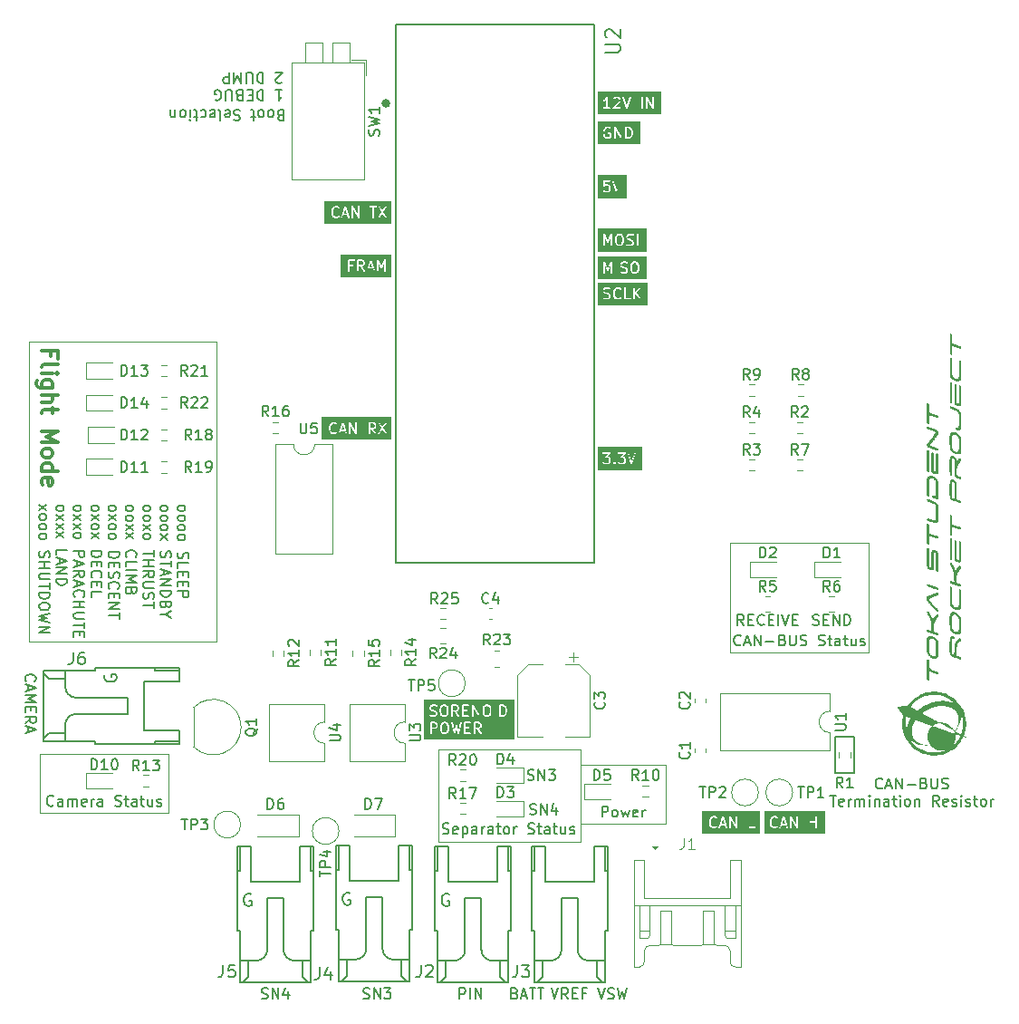
<source format=gbr>
%TF.GenerationSoftware,KiCad,Pcbnew,7.0.1-0*%
%TF.CreationDate,2023-05-24T18:22:17+09:00*%
%TF.ProjectId,FlightModule,466c6967-6874-44d6-9f64-756c652e6b69,rev?*%
%TF.SameCoordinates,Original*%
%TF.FileFunction,Legend,Top*%
%TF.FilePolarity,Positive*%
%FSLAX46Y46*%
G04 Gerber Fmt 4.6, Leading zero omitted, Abs format (unit mm)*
G04 Created by KiCad (PCBNEW 7.0.1-0) date 2023-05-24 18:22:17*
%MOMM*%
%LPD*%
G01*
G04 APERTURE LIST*
%ADD10C,0.100000*%
%ADD11C,0.150000*%
%ADD12C,0.153000*%
%ADD13C,0.200000*%
%ADD14C,0.300000*%
%ADD15C,0.127000*%
%ADD16C,0.120000*%
%ADD17C,0.400000*%
G04 APERTURE END LIST*
D10*
X156500000Y-122000000D02*
X164500000Y-122000000D01*
X164500000Y-127500000D01*
X156500000Y-127500000D01*
X156500000Y-122000000D01*
D11*
X180300000Y-119400000D02*
X182100000Y-119400000D01*
X182100000Y-122800000D01*
X180300000Y-122800000D01*
X180300000Y-119400000D01*
D10*
X105000000Y-82500000D02*
X122500000Y-82500000D01*
X122500000Y-110500000D01*
X105000000Y-110500000D01*
X105000000Y-82500000D01*
X106000000Y-121000000D02*
X118000000Y-121000000D01*
X118000000Y-126500000D01*
X106000000Y-126500000D01*
X106000000Y-121000000D01*
X143250000Y-120550000D02*
X156500000Y-120550000D01*
X156500000Y-129250000D01*
X143250000Y-129250000D01*
X143250000Y-120550000D01*
X170500000Y-101300000D02*
X183500000Y-101300000D01*
X183500000Y-111500000D01*
X170500000Y-111500000D01*
X170500000Y-101300000D01*
D12*
G36*
X161125343Y-62577102D02*
G01*
X161199033Y-62650792D01*
X161237343Y-62727412D01*
X161280642Y-62900607D01*
X161280642Y-63024629D01*
X161237343Y-63197823D01*
X161199032Y-63274444D01*
X161125342Y-63348135D01*
X161011394Y-63386119D01*
X160862214Y-63386119D01*
X160862214Y-62539119D01*
X161011394Y-62539119D01*
X161125343Y-62577102D01*
G37*
G36*
X162102476Y-64063607D02*
G01*
X158127643Y-64063607D01*
X158127643Y-63030809D01*
X158610812Y-63030809D01*
X158613976Y-63043465D01*
X158613976Y-63045047D01*
X158616637Y-63054112D01*
X158660574Y-63229857D01*
X158659626Y-63238643D01*
X158665915Y-63251221D01*
X158666547Y-63253748D01*
X158670820Y-63261032D01*
X158712999Y-63345389D01*
X158715736Y-63357971D01*
X158730655Y-63372891D01*
X158744999Y-63388311D01*
X158746445Y-63388680D01*
X158823944Y-63466180D01*
X158835450Y-63480471D01*
X158850280Y-63485414D01*
X158864004Y-63492908D01*
X158871213Y-63492392D01*
X158990518Y-63532160D01*
X159001346Y-63539119D01*
X159022416Y-63539119D01*
X159043491Y-63539881D01*
X159044777Y-63539119D01*
X159109454Y-63539119D01*
X159121928Y-63542297D01*
X159141925Y-63535630D01*
X159162152Y-63529692D01*
X159163130Y-63528562D01*
X159282185Y-63488877D01*
X159300115Y-63484977D01*
X159311170Y-63473920D01*
X159324007Y-63465000D01*
X159326770Y-63458321D01*
X159353856Y-63431233D01*
X159361735Y-63427636D01*
X159369434Y-63415656D01*
X159371395Y-63413695D01*
X159375354Y-63406443D01*
X159386023Y-63389843D01*
X159386023Y-63386906D01*
X159387431Y-63384327D01*
X159386023Y-63364641D01*
X159386023Y-63039519D01*
X159388441Y-63022700D01*
X159381382Y-63007244D01*
X159376596Y-62990942D01*
X159372197Y-62987130D01*
X159369779Y-62981835D01*
X159355484Y-62972648D01*
X159342644Y-62961522D01*
X159336882Y-62960693D01*
X159331986Y-62957547D01*
X159314995Y-62957547D01*
X159298176Y-62955129D01*
X159292881Y-62957547D01*
X159108047Y-62957547D01*
X159075942Y-62966974D01*
X159046522Y-63000926D01*
X159040129Y-63045394D01*
X159058791Y-63086259D01*
X159096584Y-63110547D01*
X159233023Y-63110547D01*
X159233023Y-63335693D01*
X159220580Y-63348135D01*
X159106632Y-63386119D01*
X159036223Y-63386119D01*
X158922275Y-63348136D01*
X158848585Y-63274444D01*
X158810274Y-63197823D01*
X158766976Y-63024629D01*
X158766976Y-62900608D01*
X158810274Y-62727413D01*
X158848586Y-62650791D01*
X158922275Y-62577101D01*
X159036223Y-62539119D01*
X159148607Y-62539119D01*
X159237531Y-62583581D01*
X159270462Y-62589507D01*
X159311960Y-62572296D01*
X159337565Y-62535382D01*
X159339148Y-62490485D01*
X159333556Y-62481070D01*
X159660530Y-62481070D01*
X159661595Y-62482934D01*
X159661595Y-63473619D01*
X159671022Y-63505724D01*
X159704974Y-63535144D01*
X159749442Y-63541537D01*
X159790307Y-63522875D01*
X159814595Y-63485082D01*
X159814595Y-62750684D01*
X160238649Y-63492780D01*
X160242450Y-63505724D01*
X160257922Y-63519130D01*
X160272673Y-63533322D01*
X160274779Y-63533737D01*
X160276402Y-63535144D01*
X160296662Y-63538056D01*
X160316748Y-63542021D01*
X160318745Y-63541231D01*
X160320870Y-63541537D01*
X160339497Y-63533030D01*
X160358529Y-63525509D01*
X160359781Y-63523767D01*
X160361735Y-63522875D01*
X160372803Y-63505651D01*
X160384751Y-63489032D01*
X160384862Y-63486887D01*
X160386023Y-63485082D01*
X160386023Y-63473966D01*
X160706796Y-63473966D01*
X160713854Y-63489421D01*
X160718641Y-63505724D01*
X160723039Y-63509535D01*
X160725458Y-63514831D01*
X160739752Y-63524017D01*
X160752593Y-63535144D01*
X160758354Y-63535972D01*
X160763251Y-63539119D01*
X160780242Y-63539119D01*
X160797061Y-63541537D01*
X160802356Y-63539119D01*
X161014216Y-63539119D01*
X161026690Y-63542297D01*
X161046687Y-63535630D01*
X161066914Y-63529692D01*
X161067892Y-63528562D01*
X161186949Y-63488876D01*
X161204876Y-63484977D01*
X161215930Y-63473922D01*
X161228769Y-63465000D01*
X161231532Y-63458320D01*
X161309214Y-63380637D01*
X161320282Y-63374064D01*
X161329706Y-63355215D01*
X161339812Y-63336708D01*
X161339705Y-63335217D01*
X161371852Y-63270922D01*
X161378291Y-63264869D01*
X161381702Y-63251222D01*
X161382866Y-63248896D01*
X161384360Y-63240591D01*
X161428304Y-63064814D01*
X161433642Y-63056510D01*
X161433642Y-63043466D01*
X161434026Y-63041930D01*
X161433642Y-63032483D01*
X161433642Y-62903780D01*
X161436806Y-62894428D01*
X161433642Y-62881772D01*
X161433642Y-62880190D01*
X161430980Y-62871125D01*
X161387043Y-62695378D01*
X161387992Y-62686593D01*
X161381702Y-62674014D01*
X161381071Y-62671488D01*
X161376797Y-62664203D01*
X161334617Y-62579843D01*
X161331881Y-62567266D01*
X161316985Y-62552370D01*
X161302619Y-62536926D01*
X161301170Y-62536555D01*
X161223671Y-62459056D01*
X161212167Y-62444767D01*
X161197337Y-62439823D01*
X161183614Y-62432330D01*
X161176403Y-62432845D01*
X161057099Y-62393077D01*
X161046272Y-62386119D01*
X161025202Y-62386119D01*
X161004126Y-62385357D01*
X161002840Y-62386119D01*
X160791186Y-62386119D01*
X160774367Y-62383701D01*
X160758911Y-62390759D01*
X160742609Y-62395546D01*
X160738797Y-62399944D01*
X160733502Y-62402363D01*
X160724315Y-62416657D01*
X160713189Y-62429498D01*
X160712360Y-62435259D01*
X160709214Y-62440156D01*
X160709214Y-62457147D01*
X160706796Y-62473966D01*
X160709214Y-62479261D01*
X160709214Y-63457147D01*
X160706796Y-63473966D01*
X160386023Y-63473966D01*
X160386023Y-63464613D01*
X160387088Y-63444168D01*
X160386023Y-63442304D01*
X160386023Y-62451619D01*
X160376596Y-62419514D01*
X160342644Y-62390094D01*
X160298176Y-62383701D01*
X160257311Y-62402363D01*
X160233023Y-62440156D01*
X160233023Y-63174554D01*
X159808968Y-62432457D01*
X159805168Y-62419514D01*
X159789695Y-62406107D01*
X159774945Y-62391916D01*
X159772838Y-62391500D01*
X159771216Y-62390094D01*
X159750955Y-62387181D01*
X159730870Y-62383217D01*
X159728872Y-62384006D01*
X159726748Y-62383701D01*
X159708120Y-62392207D01*
X159689089Y-62399729D01*
X159687837Y-62401470D01*
X159685883Y-62402363D01*
X159674810Y-62419591D01*
X159662867Y-62436207D01*
X159662755Y-62438350D01*
X159661595Y-62440156D01*
X159661595Y-62460625D01*
X159660530Y-62481070D01*
X159333556Y-62481070D01*
X159316207Y-62451860D01*
X159204564Y-62396038D01*
X159189129Y-62386119D01*
X159173495Y-62386119D01*
X159158108Y-62383350D01*
X159151432Y-62386119D01*
X159033401Y-62386119D01*
X159020927Y-62382941D01*
X159000921Y-62389609D01*
X158980704Y-62395546D01*
X158979725Y-62396674D01*
X158860666Y-62436361D01*
X158842742Y-62440261D01*
X158831688Y-62451314D01*
X158818849Y-62460238D01*
X158816085Y-62466917D01*
X158738403Y-62544599D01*
X158727336Y-62551173D01*
X158717913Y-62570017D01*
X158707806Y-62588528D01*
X158707912Y-62590019D01*
X158675765Y-62654314D01*
X158669327Y-62660368D01*
X158665915Y-62674014D01*
X158664752Y-62676341D01*
X158663257Y-62684646D01*
X158619313Y-62860421D01*
X158613976Y-62868727D01*
X158613976Y-62881772D01*
X158613592Y-62883308D01*
X158613976Y-62892755D01*
X158613976Y-63021457D01*
X158610812Y-63030809D01*
X158127643Y-63030809D01*
X158127643Y-61936393D01*
X162102476Y-61936393D01*
X162102476Y-64063607D01*
G37*
G36*
X161740398Y-75173110D02*
G01*
X161811874Y-75244586D01*
X161852070Y-75405369D01*
X161852070Y-75719867D01*
X161811874Y-75880650D01*
X161740397Y-75952128D01*
X161672416Y-75986119D01*
X161518058Y-75986119D01*
X161450076Y-75952128D01*
X161378599Y-75880650D01*
X161338404Y-75719867D01*
X161338404Y-75405370D01*
X161378600Y-75244585D01*
X161450077Y-75173109D01*
X161518057Y-75139119D01*
X161672416Y-75139119D01*
X161740398Y-75173110D01*
G37*
G36*
X162673904Y-76663607D02*
G01*
X158127643Y-76663607D01*
X158127643Y-75074614D01*
X158659273Y-75074614D01*
X158661595Y-75079590D01*
X158661595Y-76073619D01*
X158671022Y-76105724D01*
X158704974Y-76135144D01*
X158749442Y-76141537D01*
X158790307Y-76122875D01*
X158814595Y-76085082D01*
X158814595Y-75407447D01*
X159001830Y-75808666D01*
X159010745Y-75828619D01*
X159020874Y-75835247D01*
X159028876Y-75844329D01*
X159039282Y-75847292D01*
X159048337Y-75853217D01*
X159060440Y-75853316D01*
X159072084Y-75856632D01*
X159082441Y-75853497D01*
X159093260Y-75853587D01*
X159103497Y-75847126D01*
X159115084Y-75843620D01*
X159122102Y-75835384D01*
X159131252Y-75829610D01*
X159136370Y-75818642D01*
X159144223Y-75809428D01*
X159145674Y-75798703D01*
X159328261Y-75407448D01*
X159328261Y-76073619D01*
X159337688Y-76105724D01*
X159371640Y-76135144D01*
X159416108Y-76141537D01*
X159456973Y-76122875D01*
X159481261Y-76085082D01*
X159481261Y-76073619D01*
X159804452Y-76073619D01*
X159813879Y-76105724D01*
X159847831Y-76135144D01*
X159892299Y-76141537D01*
X159933164Y-76122875D01*
X159957452Y-76085082D01*
X159957452Y-75261653D01*
X160230254Y-75261653D01*
X160233023Y-75268329D01*
X160233023Y-75344215D01*
X160231054Y-75362453D01*
X160238044Y-75376433D01*
X160242450Y-75391438D01*
X160247913Y-75396172D01*
X160284428Y-75469201D01*
X160287165Y-75481781D01*
X160302071Y-75496687D01*
X160316427Y-75512121D01*
X160317874Y-75512491D01*
X160343885Y-75538501D01*
X160350458Y-75549568D01*
X160369303Y-75558990D01*
X160387813Y-75569097D01*
X160389302Y-75568990D01*
X160453599Y-75601138D01*
X160459653Y-75607577D01*
X160473299Y-75610988D01*
X160475626Y-75612152D01*
X160483930Y-75613646D01*
X160663775Y-75658607D01*
X160740397Y-75696918D01*
X160770461Y-75726983D01*
X160804451Y-75794962D01*
X160804451Y-75854083D01*
X160770460Y-75922064D01*
X160740397Y-75952128D01*
X160672416Y-75986119D01*
X160464794Y-75986119D01*
X160323279Y-75938947D01*
X160289840Y-75937738D01*
X160251194Y-75960644D01*
X160231067Y-76000809D01*
X160235848Y-76045478D01*
X160264021Y-76080471D01*
X160419089Y-76132160D01*
X160429917Y-76139119D01*
X160450987Y-76139119D01*
X160472062Y-76139881D01*
X160473348Y-76139119D01*
X160686357Y-76139119D01*
X160704595Y-76141088D01*
X160718575Y-76134097D01*
X160733580Y-76129692D01*
X160738314Y-76124228D01*
X160811343Y-76087713D01*
X160823924Y-76084977D01*
X160838835Y-76070065D01*
X160854263Y-76055715D01*
X160854633Y-76054266D01*
X160880642Y-76028256D01*
X160891710Y-76021683D01*
X160901134Y-76002834D01*
X160911240Y-75984327D01*
X160911133Y-75982836D01*
X160947531Y-75910040D01*
X160957451Y-75894605D01*
X160957451Y-75878971D01*
X160960220Y-75863584D01*
X160957451Y-75856908D01*
X160957451Y-75781021D01*
X160959420Y-75762783D01*
X160952429Y-75748801D01*
X160948024Y-75733799D01*
X160942561Y-75729065D01*
X160941052Y-75726047D01*
X161182240Y-75726047D01*
X161185404Y-75738703D01*
X161185404Y-75740285D01*
X161188065Y-75749350D01*
X161235015Y-75937146D01*
X161239545Y-75957971D01*
X161248500Y-75966926D01*
X161254907Y-75977846D01*
X161264055Y-75982482D01*
X161343885Y-76062312D01*
X161350458Y-76073378D01*
X161369295Y-76082796D01*
X161387813Y-76092908D01*
X161389304Y-76092801D01*
X161462100Y-76129199D01*
X161477536Y-76139119D01*
X161493170Y-76139119D01*
X161508557Y-76141888D01*
X161515233Y-76139119D01*
X161686357Y-76139119D01*
X161704595Y-76141088D01*
X161718575Y-76134097D01*
X161733580Y-76129692D01*
X161738314Y-76124228D01*
X161811343Y-76087713D01*
X161823923Y-76084977D01*
X161838825Y-76070074D01*
X161854263Y-76055715D01*
X161854633Y-76054266D01*
X161934201Y-75974697D01*
X161949719Y-75960107D01*
X161952790Y-75947822D01*
X161958859Y-75936708D01*
X161958127Y-75926474D01*
X161999732Y-75760052D01*
X162005070Y-75751748D01*
X162005070Y-75738704D01*
X162005454Y-75737168D01*
X162005070Y-75727721D01*
X162005070Y-75408542D01*
X162008234Y-75399190D01*
X162005070Y-75386534D01*
X162005070Y-75384952D01*
X162002408Y-75375887D01*
X161955453Y-75188067D01*
X161950928Y-75167266D01*
X161941976Y-75158314D01*
X161935567Y-75147390D01*
X161926413Y-75142751D01*
X161846589Y-75062927D01*
X161840016Y-75051860D01*
X161821171Y-75042437D01*
X161802661Y-75032330D01*
X161801169Y-75032436D01*
X161728373Y-74996038D01*
X161712938Y-74986119D01*
X161697304Y-74986119D01*
X161681917Y-74983350D01*
X161675241Y-74986119D01*
X161504116Y-74986119D01*
X161485878Y-74984150D01*
X161471896Y-74991140D01*
X161456894Y-74995546D01*
X161452160Y-75001008D01*
X161379128Y-75037524D01*
X161366551Y-75040261D01*
X161351655Y-75055156D01*
X161336211Y-75069523D01*
X161335840Y-75070971D01*
X161256274Y-75150537D01*
X161240755Y-75165130D01*
X161237684Y-75177413D01*
X161231615Y-75188528D01*
X161232346Y-75198762D01*
X161190741Y-75365183D01*
X161185404Y-75373489D01*
X161185404Y-75386534D01*
X161185020Y-75388070D01*
X161185404Y-75397517D01*
X161185404Y-75716695D01*
X161182240Y-75726047D01*
X160941052Y-75726047D01*
X160906045Y-75656033D01*
X160903309Y-75643456D01*
X160888413Y-75628560D01*
X160874047Y-75613116D01*
X160872598Y-75612745D01*
X160846589Y-75586736D01*
X160840016Y-75575669D01*
X160821171Y-75566246D01*
X160802661Y-75556139D01*
X160801169Y-75556245D01*
X160736874Y-75524098D01*
X160730821Y-75517660D01*
X160717175Y-75514248D01*
X160714848Y-75513085D01*
X160706542Y-75511590D01*
X160526699Y-75466629D01*
X160450076Y-75428318D01*
X160420014Y-75398256D01*
X160386023Y-75330274D01*
X160386023Y-75271154D01*
X160420013Y-75203172D01*
X160450078Y-75173108D01*
X160518057Y-75139119D01*
X160725679Y-75139119D01*
X160867195Y-75186291D01*
X160900633Y-75187500D01*
X160939280Y-75164594D01*
X160959407Y-75124429D01*
X160954625Y-75079760D01*
X160926452Y-75044767D01*
X160771384Y-74993077D01*
X160760557Y-74986119D01*
X160739487Y-74986119D01*
X160718411Y-74985357D01*
X160717125Y-74986119D01*
X160504116Y-74986119D01*
X160485878Y-74984150D01*
X160471896Y-74991140D01*
X160456894Y-74995546D01*
X160452160Y-75001008D01*
X160379128Y-75037524D01*
X160366551Y-75040261D01*
X160351655Y-75055156D01*
X160336211Y-75069523D01*
X160335840Y-75070971D01*
X160309831Y-75096980D01*
X160298764Y-75103554D01*
X160289341Y-75122398D01*
X160279234Y-75140909D01*
X160279340Y-75142400D01*
X160242942Y-75215196D01*
X160233023Y-75230632D01*
X160233023Y-75246266D01*
X160230254Y-75261653D01*
X159957452Y-75261653D01*
X159957452Y-75051619D01*
X159948025Y-75019514D01*
X159914073Y-74990094D01*
X159869605Y-74983701D01*
X159828740Y-75002363D01*
X159804452Y-75040156D01*
X159804452Y-76073619D01*
X159481261Y-76073619D01*
X159481261Y-75068409D01*
X159483770Y-75051922D01*
X159476709Y-75036117D01*
X159471834Y-75019514D01*
X159467685Y-75015919D01*
X159465445Y-75010904D01*
X159450959Y-75001425D01*
X159437882Y-74990094D01*
X159432447Y-74989312D01*
X159427852Y-74986306D01*
X159410542Y-74986163D01*
X159393414Y-74983701D01*
X159388420Y-74985981D01*
X159382929Y-74985936D01*
X159368289Y-74995174D01*
X159352549Y-75002363D01*
X159349581Y-75006981D01*
X159344937Y-75009912D01*
X159337616Y-75025597D01*
X159328261Y-75040156D01*
X159328261Y-75045646D01*
X159071427Y-75596003D01*
X158809866Y-75035515D01*
X158805168Y-75019514D01*
X158792087Y-75008179D01*
X158780647Y-74995194D01*
X158775366Y-74993690D01*
X158771216Y-74990094D01*
X158754083Y-74987630D01*
X158737439Y-74982892D01*
X158732182Y-74984482D01*
X158726748Y-74983701D01*
X158711004Y-74990890D01*
X158694439Y-74995903D01*
X158690877Y-75000082D01*
X158685883Y-75002363D01*
X158676525Y-75016923D01*
X158665300Y-75030096D01*
X158664563Y-75035537D01*
X158661595Y-75040156D01*
X158661595Y-75057463D01*
X158659273Y-75074614D01*
X158127643Y-75074614D01*
X158127643Y-74536393D01*
X162673904Y-74536393D01*
X162673904Y-76663607D01*
G37*
X151790476Y-126615000D02*
X151933333Y-126662619D01*
X151933333Y-126662619D02*
X152171428Y-126662619D01*
X152171428Y-126662619D02*
X152266666Y-126615000D01*
X152266666Y-126615000D02*
X152314285Y-126567380D01*
X152314285Y-126567380D02*
X152361904Y-126472142D01*
X152361904Y-126472142D02*
X152361904Y-126376904D01*
X152361904Y-126376904D02*
X152314285Y-126281666D01*
X152314285Y-126281666D02*
X152266666Y-126234047D01*
X152266666Y-126234047D02*
X152171428Y-126186428D01*
X152171428Y-126186428D02*
X151980952Y-126138809D01*
X151980952Y-126138809D02*
X151885714Y-126091190D01*
X151885714Y-126091190D02*
X151838095Y-126043571D01*
X151838095Y-126043571D02*
X151790476Y-125948333D01*
X151790476Y-125948333D02*
X151790476Y-125853095D01*
X151790476Y-125853095D02*
X151838095Y-125757857D01*
X151838095Y-125757857D02*
X151885714Y-125710238D01*
X151885714Y-125710238D02*
X151980952Y-125662619D01*
X151980952Y-125662619D02*
X152219047Y-125662619D01*
X152219047Y-125662619D02*
X152361904Y-125710238D01*
X152790476Y-126662619D02*
X152790476Y-125662619D01*
X152790476Y-125662619D02*
X153361904Y-126662619D01*
X153361904Y-126662619D02*
X153361904Y-125662619D01*
X154266666Y-125995952D02*
X154266666Y-126662619D01*
X154028571Y-125615000D02*
X153790476Y-126329285D01*
X153790476Y-126329285D02*
X154409523Y-126329285D01*
X128038095Y-58942380D02*
X128609523Y-58942380D01*
X128323809Y-58942380D02*
X128323809Y-59942380D01*
X128323809Y-59942380D02*
X128419047Y-59799523D01*
X128419047Y-59799523D02*
X128514285Y-59704285D01*
X128514285Y-59704285D02*
X128609523Y-59656666D01*
X126847618Y-58942380D02*
X126847618Y-59942380D01*
X126847618Y-59942380D02*
X126609523Y-59942380D01*
X126609523Y-59942380D02*
X126466666Y-59894761D01*
X126466666Y-59894761D02*
X126371428Y-59799523D01*
X126371428Y-59799523D02*
X126323809Y-59704285D01*
X126323809Y-59704285D02*
X126276190Y-59513809D01*
X126276190Y-59513809D02*
X126276190Y-59370952D01*
X126276190Y-59370952D02*
X126323809Y-59180476D01*
X126323809Y-59180476D02*
X126371428Y-59085238D01*
X126371428Y-59085238D02*
X126466666Y-58990000D01*
X126466666Y-58990000D02*
X126609523Y-58942380D01*
X126609523Y-58942380D02*
X126847618Y-58942380D01*
X125847618Y-59466190D02*
X125514285Y-59466190D01*
X125371428Y-58942380D02*
X125847618Y-58942380D01*
X125847618Y-58942380D02*
X125847618Y-59942380D01*
X125847618Y-59942380D02*
X125371428Y-59942380D01*
X124609523Y-59466190D02*
X124466666Y-59418571D01*
X124466666Y-59418571D02*
X124419047Y-59370952D01*
X124419047Y-59370952D02*
X124371428Y-59275714D01*
X124371428Y-59275714D02*
X124371428Y-59132857D01*
X124371428Y-59132857D02*
X124419047Y-59037619D01*
X124419047Y-59037619D02*
X124466666Y-58990000D01*
X124466666Y-58990000D02*
X124561904Y-58942380D01*
X124561904Y-58942380D02*
X124942856Y-58942380D01*
X124942856Y-58942380D02*
X124942856Y-59942380D01*
X124942856Y-59942380D02*
X124609523Y-59942380D01*
X124609523Y-59942380D02*
X124514285Y-59894761D01*
X124514285Y-59894761D02*
X124466666Y-59847142D01*
X124466666Y-59847142D02*
X124419047Y-59751904D01*
X124419047Y-59751904D02*
X124419047Y-59656666D01*
X124419047Y-59656666D02*
X124466666Y-59561428D01*
X124466666Y-59561428D02*
X124514285Y-59513809D01*
X124514285Y-59513809D02*
X124609523Y-59466190D01*
X124609523Y-59466190D02*
X124942856Y-59466190D01*
X123942856Y-59942380D02*
X123942856Y-59132857D01*
X123942856Y-59132857D02*
X123895237Y-59037619D01*
X123895237Y-59037619D02*
X123847618Y-58990000D01*
X123847618Y-58990000D02*
X123752380Y-58942380D01*
X123752380Y-58942380D02*
X123561904Y-58942380D01*
X123561904Y-58942380D02*
X123466666Y-58990000D01*
X123466666Y-58990000D02*
X123419047Y-59037619D01*
X123419047Y-59037619D02*
X123371428Y-59132857D01*
X123371428Y-59132857D02*
X123371428Y-59942380D01*
X122371428Y-59894761D02*
X122466666Y-59942380D01*
X122466666Y-59942380D02*
X122609523Y-59942380D01*
X122609523Y-59942380D02*
X122752380Y-59894761D01*
X122752380Y-59894761D02*
X122847618Y-59799523D01*
X122847618Y-59799523D02*
X122895237Y-59704285D01*
X122895237Y-59704285D02*
X122942856Y-59513809D01*
X122942856Y-59513809D02*
X122942856Y-59370952D01*
X122942856Y-59370952D02*
X122895237Y-59180476D01*
X122895237Y-59180476D02*
X122847618Y-59085238D01*
X122847618Y-59085238D02*
X122752380Y-58990000D01*
X122752380Y-58990000D02*
X122609523Y-58942380D01*
X122609523Y-58942380D02*
X122514285Y-58942380D01*
X122514285Y-58942380D02*
X122371428Y-58990000D01*
X122371428Y-58990000D02*
X122323809Y-59037619D01*
X122323809Y-59037619D02*
X122323809Y-59370952D01*
X122323809Y-59370952D02*
X122514285Y-59370952D01*
X128609523Y-58227142D02*
X128561904Y-58274761D01*
X128561904Y-58274761D02*
X128466666Y-58322380D01*
X128466666Y-58322380D02*
X128228571Y-58322380D01*
X128228571Y-58322380D02*
X128133333Y-58274761D01*
X128133333Y-58274761D02*
X128085714Y-58227142D01*
X128085714Y-58227142D02*
X128038095Y-58131904D01*
X128038095Y-58131904D02*
X128038095Y-58036666D01*
X128038095Y-58036666D02*
X128085714Y-57893809D01*
X128085714Y-57893809D02*
X128657142Y-57322380D01*
X128657142Y-57322380D02*
X128038095Y-57322380D01*
X126847618Y-57322380D02*
X126847618Y-58322380D01*
X126847618Y-58322380D02*
X126609523Y-58322380D01*
X126609523Y-58322380D02*
X126466666Y-58274761D01*
X126466666Y-58274761D02*
X126371428Y-58179523D01*
X126371428Y-58179523D02*
X126323809Y-58084285D01*
X126323809Y-58084285D02*
X126276190Y-57893809D01*
X126276190Y-57893809D02*
X126276190Y-57750952D01*
X126276190Y-57750952D02*
X126323809Y-57560476D01*
X126323809Y-57560476D02*
X126371428Y-57465238D01*
X126371428Y-57465238D02*
X126466666Y-57370000D01*
X126466666Y-57370000D02*
X126609523Y-57322380D01*
X126609523Y-57322380D02*
X126847618Y-57322380D01*
X125847618Y-58322380D02*
X125847618Y-57512857D01*
X125847618Y-57512857D02*
X125799999Y-57417619D01*
X125799999Y-57417619D02*
X125752380Y-57370000D01*
X125752380Y-57370000D02*
X125657142Y-57322380D01*
X125657142Y-57322380D02*
X125466666Y-57322380D01*
X125466666Y-57322380D02*
X125371428Y-57370000D01*
X125371428Y-57370000D02*
X125323809Y-57417619D01*
X125323809Y-57417619D02*
X125276190Y-57512857D01*
X125276190Y-57512857D02*
X125276190Y-58322380D01*
X124799999Y-57322380D02*
X124799999Y-58322380D01*
X124799999Y-58322380D02*
X124466666Y-57608095D01*
X124466666Y-57608095D02*
X124133333Y-58322380D01*
X124133333Y-58322380D02*
X124133333Y-57322380D01*
X123657142Y-57322380D02*
X123657142Y-58322380D01*
X123657142Y-58322380D02*
X123276190Y-58322380D01*
X123276190Y-58322380D02*
X123180952Y-58274761D01*
X123180952Y-58274761D02*
X123133333Y-58227142D01*
X123133333Y-58227142D02*
X123085714Y-58131904D01*
X123085714Y-58131904D02*
X123085714Y-57989047D01*
X123085714Y-57989047D02*
X123133333Y-57893809D01*
X123133333Y-57893809D02*
X123180952Y-57846190D01*
X123180952Y-57846190D02*
X123276190Y-57798571D01*
X123276190Y-57798571D02*
X123657142Y-57798571D01*
D13*
X128452381Y-61346190D02*
X128309524Y-61298571D01*
X128309524Y-61298571D02*
X128261905Y-61250952D01*
X128261905Y-61250952D02*
X128214286Y-61155714D01*
X128214286Y-61155714D02*
X128214286Y-61012857D01*
X128214286Y-61012857D02*
X128261905Y-60917619D01*
X128261905Y-60917619D02*
X128309524Y-60870000D01*
X128309524Y-60870000D02*
X128404762Y-60822380D01*
X128404762Y-60822380D02*
X128785714Y-60822380D01*
X128785714Y-60822380D02*
X128785714Y-61822380D01*
X128785714Y-61822380D02*
X128452381Y-61822380D01*
X128452381Y-61822380D02*
X128357143Y-61774761D01*
X128357143Y-61774761D02*
X128309524Y-61727142D01*
X128309524Y-61727142D02*
X128261905Y-61631904D01*
X128261905Y-61631904D02*
X128261905Y-61536666D01*
X128261905Y-61536666D02*
X128309524Y-61441428D01*
X128309524Y-61441428D02*
X128357143Y-61393809D01*
X128357143Y-61393809D02*
X128452381Y-61346190D01*
X128452381Y-61346190D02*
X128785714Y-61346190D01*
X127642857Y-60822380D02*
X127738095Y-60870000D01*
X127738095Y-60870000D02*
X127785714Y-60917619D01*
X127785714Y-60917619D02*
X127833333Y-61012857D01*
X127833333Y-61012857D02*
X127833333Y-61298571D01*
X127833333Y-61298571D02*
X127785714Y-61393809D01*
X127785714Y-61393809D02*
X127738095Y-61441428D01*
X127738095Y-61441428D02*
X127642857Y-61489047D01*
X127642857Y-61489047D02*
X127500000Y-61489047D01*
X127500000Y-61489047D02*
X127404762Y-61441428D01*
X127404762Y-61441428D02*
X127357143Y-61393809D01*
X127357143Y-61393809D02*
X127309524Y-61298571D01*
X127309524Y-61298571D02*
X127309524Y-61012857D01*
X127309524Y-61012857D02*
X127357143Y-60917619D01*
X127357143Y-60917619D02*
X127404762Y-60870000D01*
X127404762Y-60870000D02*
X127500000Y-60822380D01*
X127500000Y-60822380D02*
X127642857Y-60822380D01*
X126738095Y-60822380D02*
X126833333Y-60870000D01*
X126833333Y-60870000D02*
X126880952Y-60917619D01*
X126880952Y-60917619D02*
X126928571Y-61012857D01*
X126928571Y-61012857D02*
X126928571Y-61298571D01*
X126928571Y-61298571D02*
X126880952Y-61393809D01*
X126880952Y-61393809D02*
X126833333Y-61441428D01*
X126833333Y-61441428D02*
X126738095Y-61489047D01*
X126738095Y-61489047D02*
X126595238Y-61489047D01*
X126595238Y-61489047D02*
X126500000Y-61441428D01*
X126500000Y-61441428D02*
X126452381Y-61393809D01*
X126452381Y-61393809D02*
X126404762Y-61298571D01*
X126404762Y-61298571D02*
X126404762Y-61012857D01*
X126404762Y-61012857D02*
X126452381Y-60917619D01*
X126452381Y-60917619D02*
X126500000Y-60870000D01*
X126500000Y-60870000D02*
X126595238Y-60822380D01*
X126595238Y-60822380D02*
X126738095Y-60822380D01*
X126119047Y-61489047D02*
X125738095Y-61489047D01*
X125976190Y-61822380D02*
X125976190Y-60965238D01*
X125976190Y-60965238D02*
X125928571Y-60870000D01*
X125928571Y-60870000D02*
X125833333Y-60822380D01*
X125833333Y-60822380D02*
X125738095Y-60822380D01*
X124690475Y-60870000D02*
X124547618Y-60822380D01*
X124547618Y-60822380D02*
X124309523Y-60822380D01*
X124309523Y-60822380D02*
X124214285Y-60870000D01*
X124214285Y-60870000D02*
X124166666Y-60917619D01*
X124166666Y-60917619D02*
X124119047Y-61012857D01*
X124119047Y-61012857D02*
X124119047Y-61108095D01*
X124119047Y-61108095D02*
X124166666Y-61203333D01*
X124166666Y-61203333D02*
X124214285Y-61250952D01*
X124214285Y-61250952D02*
X124309523Y-61298571D01*
X124309523Y-61298571D02*
X124499999Y-61346190D01*
X124499999Y-61346190D02*
X124595237Y-61393809D01*
X124595237Y-61393809D02*
X124642856Y-61441428D01*
X124642856Y-61441428D02*
X124690475Y-61536666D01*
X124690475Y-61536666D02*
X124690475Y-61631904D01*
X124690475Y-61631904D02*
X124642856Y-61727142D01*
X124642856Y-61727142D02*
X124595237Y-61774761D01*
X124595237Y-61774761D02*
X124499999Y-61822380D01*
X124499999Y-61822380D02*
X124261904Y-61822380D01*
X124261904Y-61822380D02*
X124119047Y-61774761D01*
X123309523Y-60870000D02*
X123404761Y-60822380D01*
X123404761Y-60822380D02*
X123595237Y-60822380D01*
X123595237Y-60822380D02*
X123690475Y-60870000D01*
X123690475Y-60870000D02*
X123738094Y-60965238D01*
X123738094Y-60965238D02*
X123738094Y-61346190D01*
X123738094Y-61346190D02*
X123690475Y-61441428D01*
X123690475Y-61441428D02*
X123595237Y-61489047D01*
X123595237Y-61489047D02*
X123404761Y-61489047D01*
X123404761Y-61489047D02*
X123309523Y-61441428D01*
X123309523Y-61441428D02*
X123261904Y-61346190D01*
X123261904Y-61346190D02*
X123261904Y-61250952D01*
X123261904Y-61250952D02*
X123738094Y-61155714D01*
X122690475Y-60822380D02*
X122785713Y-60870000D01*
X122785713Y-60870000D02*
X122833332Y-60965238D01*
X122833332Y-60965238D02*
X122833332Y-61822380D01*
X121928570Y-60870000D02*
X122023808Y-60822380D01*
X122023808Y-60822380D02*
X122214284Y-60822380D01*
X122214284Y-60822380D02*
X122309522Y-60870000D01*
X122309522Y-60870000D02*
X122357141Y-60965238D01*
X122357141Y-60965238D02*
X122357141Y-61346190D01*
X122357141Y-61346190D02*
X122309522Y-61441428D01*
X122309522Y-61441428D02*
X122214284Y-61489047D01*
X122214284Y-61489047D02*
X122023808Y-61489047D01*
X122023808Y-61489047D02*
X121928570Y-61441428D01*
X121928570Y-61441428D02*
X121880951Y-61346190D01*
X121880951Y-61346190D02*
X121880951Y-61250952D01*
X121880951Y-61250952D02*
X122357141Y-61155714D01*
X121023808Y-60870000D02*
X121119046Y-60822380D01*
X121119046Y-60822380D02*
X121309522Y-60822380D01*
X121309522Y-60822380D02*
X121404760Y-60870000D01*
X121404760Y-60870000D02*
X121452379Y-60917619D01*
X121452379Y-60917619D02*
X121499998Y-61012857D01*
X121499998Y-61012857D02*
X121499998Y-61298571D01*
X121499998Y-61298571D02*
X121452379Y-61393809D01*
X121452379Y-61393809D02*
X121404760Y-61441428D01*
X121404760Y-61441428D02*
X121309522Y-61489047D01*
X121309522Y-61489047D02*
X121119046Y-61489047D01*
X121119046Y-61489047D02*
X121023808Y-61441428D01*
X120738093Y-61489047D02*
X120357141Y-61489047D01*
X120595236Y-61822380D02*
X120595236Y-60965238D01*
X120595236Y-60965238D02*
X120547617Y-60870000D01*
X120547617Y-60870000D02*
X120452379Y-60822380D01*
X120452379Y-60822380D02*
X120357141Y-60822380D01*
X120023807Y-60822380D02*
X120023807Y-61489047D01*
X120023807Y-61822380D02*
X120071426Y-61774761D01*
X120071426Y-61774761D02*
X120023807Y-61727142D01*
X120023807Y-61727142D02*
X119976188Y-61774761D01*
X119976188Y-61774761D02*
X120023807Y-61822380D01*
X120023807Y-61822380D02*
X120023807Y-61727142D01*
X119404760Y-60822380D02*
X119499998Y-60870000D01*
X119499998Y-60870000D02*
X119547617Y-60917619D01*
X119547617Y-60917619D02*
X119595236Y-61012857D01*
X119595236Y-61012857D02*
X119595236Y-61298571D01*
X119595236Y-61298571D02*
X119547617Y-61393809D01*
X119547617Y-61393809D02*
X119499998Y-61441428D01*
X119499998Y-61441428D02*
X119404760Y-61489047D01*
X119404760Y-61489047D02*
X119261903Y-61489047D01*
X119261903Y-61489047D02*
X119166665Y-61441428D01*
X119166665Y-61441428D02*
X119119046Y-61393809D01*
X119119046Y-61393809D02*
X119071427Y-61298571D01*
X119071427Y-61298571D02*
X119071427Y-61012857D01*
X119071427Y-61012857D02*
X119119046Y-60917619D01*
X119119046Y-60917619D02*
X119166665Y-60870000D01*
X119166665Y-60870000D02*
X119261903Y-60822380D01*
X119261903Y-60822380D02*
X119404760Y-60822380D01*
X118642855Y-61489047D02*
X118642855Y-60822380D01*
X118642855Y-61393809D02*
X118595236Y-61441428D01*
X118595236Y-61441428D02*
X118499998Y-61489047D01*
X118499998Y-61489047D02*
X118357141Y-61489047D01*
X118357141Y-61489047D02*
X118261903Y-61441428D01*
X118261903Y-61441428D02*
X118214284Y-61346190D01*
X118214284Y-61346190D02*
X118214284Y-60822380D01*
D12*
X136214286Y-143830000D02*
X136357143Y-143877619D01*
X136357143Y-143877619D02*
X136595238Y-143877619D01*
X136595238Y-143877619D02*
X136690476Y-143830000D01*
X136690476Y-143830000D02*
X136738095Y-143782380D01*
X136738095Y-143782380D02*
X136785714Y-143687142D01*
X136785714Y-143687142D02*
X136785714Y-143591904D01*
X136785714Y-143591904D02*
X136738095Y-143496666D01*
X136738095Y-143496666D02*
X136690476Y-143449047D01*
X136690476Y-143449047D02*
X136595238Y-143401428D01*
X136595238Y-143401428D02*
X136404762Y-143353809D01*
X136404762Y-143353809D02*
X136309524Y-143306190D01*
X136309524Y-143306190D02*
X136261905Y-143258571D01*
X136261905Y-143258571D02*
X136214286Y-143163333D01*
X136214286Y-143163333D02*
X136214286Y-143068095D01*
X136214286Y-143068095D02*
X136261905Y-142972857D01*
X136261905Y-142972857D02*
X136309524Y-142925238D01*
X136309524Y-142925238D02*
X136404762Y-142877619D01*
X136404762Y-142877619D02*
X136642857Y-142877619D01*
X136642857Y-142877619D02*
X136785714Y-142925238D01*
X137214286Y-143877619D02*
X137214286Y-142877619D01*
X137214286Y-142877619D02*
X137785714Y-143877619D01*
X137785714Y-143877619D02*
X137785714Y-142877619D01*
X138166667Y-142877619D02*
X138785714Y-142877619D01*
X138785714Y-142877619D02*
X138452381Y-143258571D01*
X138452381Y-143258571D02*
X138595238Y-143258571D01*
X138595238Y-143258571D02*
X138690476Y-143306190D01*
X138690476Y-143306190D02*
X138738095Y-143353809D01*
X138738095Y-143353809D02*
X138785714Y-143449047D01*
X138785714Y-143449047D02*
X138785714Y-143687142D01*
X138785714Y-143687142D02*
X138738095Y-143782380D01*
X138738095Y-143782380D02*
X138690476Y-143830000D01*
X138690476Y-143830000D02*
X138595238Y-143877619D01*
X138595238Y-143877619D02*
X138309524Y-143877619D01*
X138309524Y-143877619D02*
X138214286Y-143830000D01*
X138214286Y-143830000D02*
X138166667Y-143782380D01*
X158119048Y-142877619D02*
X158452381Y-143877619D01*
X158452381Y-143877619D02*
X158785714Y-142877619D01*
X159071429Y-143830000D02*
X159214286Y-143877619D01*
X159214286Y-143877619D02*
X159452381Y-143877619D01*
X159452381Y-143877619D02*
X159547619Y-143830000D01*
X159547619Y-143830000D02*
X159595238Y-143782380D01*
X159595238Y-143782380D02*
X159642857Y-143687142D01*
X159642857Y-143687142D02*
X159642857Y-143591904D01*
X159642857Y-143591904D02*
X159595238Y-143496666D01*
X159595238Y-143496666D02*
X159547619Y-143449047D01*
X159547619Y-143449047D02*
X159452381Y-143401428D01*
X159452381Y-143401428D02*
X159261905Y-143353809D01*
X159261905Y-143353809D02*
X159166667Y-143306190D01*
X159166667Y-143306190D02*
X159119048Y-143258571D01*
X159119048Y-143258571D02*
X159071429Y-143163333D01*
X159071429Y-143163333D02*
X159071429Y-143068095D01*
X159071429Y-143068095D02*
X159119048Y-142972857D01*
X159119048Y-142972857D02*
X159166667Y-142925238D01*
X159166667Y-142925238D02*
X159261905Y-142877619D01*
X159261905Y-142877619D02*
X159500000Y-142877619D01*
X159500000Y-142877619D02*
X159642857Y-142925238D01*
X159976191Y-142877619D02*
X160214286Y-143877619D01*
X160214286Y-143877619D02*
X160404762Y-143163333D01*
X160404762Y-143163333D02*
X160595238Y-143877619D01*
X160595238Y-143877619D02*
X160833334Y-142877619D01*
G36*
X143968970Y-118183110D02*
G01*
X144040446Y-118254586D01*
X144080642Y-118415369D01*
X144080642Y-118729867D01*
X144040446Y-118890650D01*
X143968969Y-118962128D01*
X143900988Y-118996119D01*
X143746630Y-118996119D01*
X143678648Y-118962128D01*
X143607171Y-118890650D01*
X143566976Y-118729867D01*
X143566976Y-118415370D01*
X143607172Y-118254585D01*
X143678649Y-118183109D01*
X143746629Y-118149119D01*
X143900988Y-118149119D01*
X143968970Y-118183110D01*
G37*
G36*
X147064207Y-118183109D02*
G01*
X147094271Y-118213174D01*
X147128261Y-118281153D01*
X147128261Y-118387893D01*
X147094270Y-118455875D01*
X147064208Y-118485937D01*
X146996226Y-118519928D01*
X146875382Y-118519928D01*
X146856972Y-118518020D01*
X146853196Y-118519928D01*
X146709833Y-118519928D01*
X146709833Y-118149119D01*
X146996226Y-118149119D01*
X147064207Y-118183109D01*
G37*
G36*
X142968969Y-118183109D02*
G01*
X142999033Y-118213174D01*
X143033023Y-118281153D01*
X143033023Y-118387893D01*
X142999032Y-118455875D01*
X142968970Y-118485937D01*
X142900988Y-118519928D01*
X142614595Y-118519928D01*
X142614595Y-118149119D01*
X142900988Y-118149119D01*
X142968969Y-118183109D01*
G37*
G36*
X149353914Y-116567102D02*
G01*
X149427604Y-116640792D01*
X149465914Y-116717412D01*
X149509213Y-116890607D01*
X149509213Y-117014629D01*
X149465914Y-117187823D01*
X149427603Y-117264444D01*
X149353913Y-117338135D01*
X149239965Y-117376119D01*
X149090785Y-117376119D01*
X149090785Y-116529119D01*
X149239965Y-116529119D01*
X149353914Y-116567102D01*
G37*
G36*
X147921351Y-116563110D02*
G01*
X147992827Y-116634586D01*
X148033023Y-116795369D01*
X148033023Y-117109867D01*
X147992827Y-117270650D01*
X147921350Y-117342128D01*
X147853369Y-117376119D01*
X147699011Y-117376119D01*
X147631029Y-117342128D01*
X147559552Y-117270650D01*
X147519357Y-117109867D01*
X147519357Y-116795370D01*
X147559553Y-116634585D01*
X147631030Y-116563109D01*
X147699010Y-116529119D01*
X147853369Y-116529119D01*
X147921351Y-116563110D01*
G37*
G36*
X143921351Y-116563110D02*
G01*
X143992827Y-116634586D01*
X144033023Y-116795369D01*
X144033023Y-117109867D01*
X143992827Y-117270650D01*
X143921350Y-117342128D01*
X143853369Y-117376119D01*
X143699011Y-117376119D01*
X143631029Y-117342128D01*
X143559552Y-117270650D01*
X143519357Y-117109867D01*
X143519357Y-116795370D01*
X143559553Y-116634585D01*
X143631030Y-116563109D01*
X143699010Y-116529119D01*
X143853369Y-116529119D01*
X143921351Y-116563110D01*
G37*
G36*
X144968969Y-116563109D02*
G01*
X144999033Y-116593174D01*
X145033023Y-116661153D01*
X145033023Y-116767893D01*
X144999032Y-116835875D01*
X144968970Y-116865937D01*
X144900988Y-116899928D01*
X144780144Y-116899928D01*
X144761734Y-116898020D01*
X144757958Y-116899928D01*
X144614595Y-116899928D01*
X144614595Y-116529119D01*
X144900988Y-116529119D01*
X144968969Y-116563109D01*
G37*
G36*
X150331047Y-119673607D02*
G01*
X141927643Y-119673607D01*
X141927643Y-118607775D01*
X142459177Y-118607775D01*
X142461595Y-118613070D01*
X142461595Y-119083619D01*
X142471022Y-119115724D01*
X142504974Y-119145144D01*
X142549442Y-119151537D01*
X142590307Y-119132875D01*
X142614595Y-119095082D01*
X142614595Y-118736047D01*
X143410812Y-118736047D01*
X143413976Y-118748703D01*
X143413976Y-118750285D01*
X143416637Y-118759350D01*
X143463587Y-118947146D01*
X143468117Y-118967971D01*
X143477072Y-118976926D01*
X143483479Y-118987846D01*
X143492627Y-118992482D01*
X143572457Y-119072312D01*
X143579030Y-119083378D01*
X143597867Y-119092796D01*
X143616385Y-119102908D01*
X143617876Y-119102801D01*
X143690672Y-119139199D01*
X143706108Y-119149119D01*
X143721742Y-119149119D01*
X143737129Y-119151888D01*
X143743805Y-119149119D01*
X143914929Y-119149119D01*
X143933167Y-119151088D01*
X143947147Y-119144097D01*
X143962152Y-119139692D01*
X143966886Y-119134228D01*
X144039915Y-119097713D01*
X144052495Y-119094977D01*
X144067397Y-119080074D01*
X144082835Y-119065715D01*
X144083205Y-119064266D01*
X144162773Y-118984697D01*
X144178291Y-118970107D01*
X144181362Y-118957822D01*
X144187431Y-118946708D01*
X144186699Y-118936474D01*
X144228304Y-118770052D01*
X144233642Y-118761748D01*
X144233642Y-118748704D01*
X144234026Y-118747168D01*
X144233642Y-118737721D01*
X144233642Y-118418542D01*
X144236806Y-118409190D01*
X144233642Y-118396534D01*
X144233642Y-118394952D01*
X144230980Y-118385887D01*
X144184025Y-118198067D01*
X144179500Y-118177266D01*
X144170548Y-118168314D01*
X144164139Y-118157390D01*
X144154985Y-118152751D01*
X144075161Y-118072927D01*
X144072523Y-118068486D01*
X144410853Y-118068486D01*
X144652295Y-119082542D01*
X144652656Y-119096986D01*
X144663617Y-119113139D01*
X144673306Y-119130087D01*
X144676106Y-119131545D01*
X144677881Y-119134161D01*
X144695837Y-119141824D01*
X144713149Y-119150843D01*
X144716295Y-119150556D01*
X144719201Y-119151796D01*
X144738451Y-119148535D01*
X144757888Y-119146763D01*
X144760378Y-119144821D01*
X144763494Y-119144294D01*
X144777925Y-119131143D01*
X144793320Y-119119143D01*
X144794366Y-119116161D01*
X144796700Y-119114035D01*
X144801727Y-119095180D01*
X144808194Y-119076752D01*
X144807461Y-119073677D01*
X144919046Y-118655233D01*
X145033541Y-119084588D01*
X145034290Y-119099016D01*
X145045677Y-119114865D01*
X145055821Y-119131551D01*
X145058660Y-119132934D01*
X145060504Y-119135500D01*
X145078649Y-119142674D01*
X145096207Y-119151230D01*
X145099346Y-119150858D01*
X145102282Y-119152019D01*
X145121429Y-119148244D01*
X145140821Y-119145949D01*
X145143258Y-119143941D01*
X145146359Y-119143330D01*
X145160428Y-119129799D01*
X145175498Y-119117388D01*
X145176463Y-119114378D01*
X145178740Y-119112190D01*
X145183260Y-119093205D01*
X145186226Y-119083966D01*
X145649653Y-119083966D01*
X145656711Y-119099421D01*
X145661498Y-119115724D01*
X145665896Y-119119535D01*
X145668315Y-119124831D01*
X145682609Y-119134017D01*
X145695450Y-119145144D01*
X145701211Y-119145972D01*
X145706108Y-119149119D01*
X145723099Y-119149119D01*
X145739918Y-119151537D01*
X145745213Y-119149119D01*
X146215761Y-119149119D01*
X146247866Y-119139692D01*
X146277286Y-119105740D01*
X146283679Y-119061272D01*
X146265017Y-119020407D01*
X146227224Y-118996119D01*
X145805071Y-118996119D01*
X145805071Y-118625309D01*
X146072904Y-118625309D01*
X146105009Y-118615882D01*
X146112034Y-118607775D01*
X146554415Y-118607775D01*
X146556833Y-118613070D01*
X146556833Y-119083619D01*
X146566260Y-119115724D01*
X146600212Y-119145144D01*
X146644680Y-119151537D01*
X146685545Y-119132875D01*
X146709833Y-119095082D01*
X146709833Y-118672928D01*
X146831598Y-118672928D01*
X147148398Y-119125501D01*
X147174532Y-119146396D01*
X147219218Y-119151028D01*
X147259313Y-119130764D01*
X147282089Y-119092041D01*
X147280314Y-119047152D01*
X147019027Y-118673884D01*
X147028405Y-118674897D01*
X147042385Y-118667906D01*
X147057390Y-118663501D01*
X147062124Y-118658037D01*
X147135153Y-118621522D01*
X147147733Y-118618786D01*
X147162639Y-118603879D01*
X147178073Y-118589524D01*
X147178443Y-118588076D01*
X147204453Y-118562065D01*
X147215520Y-118555493D01*
X147224942Y-118536647D01*
X147235049Y-118518138D01*
X147234942Y-118516648D01*
X147271341Y-118443850D01*
X147281261Y-118428415D01*
X147281261Y-118412781D01*
X147284030Y-118397394D01*
X147281261Y-118390718D01*
X147281261Y-118267212D01*
X147283230Y-118248974D01*
X147276239Y-118234992D01*
X147271834Y-118219990D01*
X147266371Y-118215256D01*
X147229855Y-118142224D01*
X147227119Y-118129647D01*
X147212223Y-118114751D01*
X147197857Y-118099307D01*
X147196408Y-118098936D01*
X147170399Y-118072927D01*
X147163826Y-118061860D01*
X147144981Y-118052437D01*
X147126471Y-118042330D01*
X147124979Y-118042436D01*
X147052183Y-118006038D01*
X147036748Y-117996119D01*
X147021114Y-117996119D01*
X147005727Y-117993350D01*
X146999051Y-117996119D01*
X146638805Y-117996119D01*
X146621986Y-117993701D01*
X146606530Y-118000759D01*
X146590228Y-118005546D01*
X146586416Y-118009944D01*
X146581121Y-118012363D01*
X146571934Y-118026657D01*
X146560808Y-118039498D01*
X146559979Y-118045259D01*
X146556833Y-118050156D01*
X146556833Y-118067147D01*
X146554415Y-118083966D01*
X146556833Y-118089261D01*
X146556833Y-118590956D01*
X146554415Y-118607775D01*
X146112034Y-118607775D01*
X146134429Y-118581930D01*
X146140822Y-118537462D01*
X146122160Y-118496597D01*
X146084367Y-118472309D01*
X145805071Y-118472309D01*
X145805071Y-118149119D01*
X146215761Y-118149119D01*
X146247866Y-118139692D01*
X146277286Y-118105740D01*
X146283679Y-118061272D01*
X146265017Y-118020407D01*
X146227224Y-117996119D01*
X145734043Y-117996119D01*
X145717224Y-117993701D01*
X145701768Y-118000759D01*
X145685466Y-118005546D01*
X145681654Y-118009944D01*
X145676359Y-118012363D01*
X145667172Y-118026657D01*
X145656046Y-118039498D01*
X145655217Y-118045259D01*
X145652071Y-118050156D01*
X145652071Y-118067147D01*
X145649653Y-118083966D01*
X145652071Y-118089261D01*
X145652071Y-118543337D01*
X145649653Y-118560156D01*
X145652071Y-118565451D01*
X145652071Y-119067147D01*
X145649653Y-119083966D01*
X145186226Y-119083966D01*
X145189228Y-119074613D01*
X145188413Y-119071559D01*
X145424586Y-118079637D01*
X145422852Y-118046222D01*
X145396638Y-118009738D01*
X145354860Y-117993219D01*
X145310783Y-118001908D01*
X145278402Y-118033048D01*
X145105324Y-118759973D01*
X144995297Y-118347369D01*
X144994962Y-118333965D01*
X144983421Y-118316956D01*
X144972749Y-118299401D01*
X144970896Y-118298498D01*
X144969737Y-118296790D01*
X144950831Y-118288721D01*
X144932363Y-118279723D01*
X144930313Y-118279965D01*
X144928417Y-118279156D01*
X144908151Y-118282588D01*
X144887749Y-118285003D01*
X144886157Y-118286313D01*
X144884124Y-118286658D01*
X144868931Y-118300502D01*
X144853072Y-118313565D01*
X144852441Y-118315528D01*
X144850918Y-118316917D01*
X144845625Y-118336765D01*
X144839342Y-118356340D01*
X144839873Y-118358333D01*
X144732770Y-118759972D01*
X144562348Y-118044199D01*
X144545741Y-118015151D01*
X144505898Y-117994395D01*
X144461159Y-117998475D01*
X144425727Y-118026095D01*
X144410853Y-118068486D01*
X144072523Y-118068486D01*
X144068588Y-118061860D01*
X144049743Y-118052437D01*
X144031233Y-118042330D01*
X144029741Y-118042436D01*
X143956945Y-118006038D01*
X143941510Y-117996119D01*
X143925876Y-117996119D01*
X143910489Y-117993350D01*
X143903813Y-117996119D01*
X143732688Y-117996119D01*
X143714450Y-117994150D01*
X143700468Y-118001140D01*
X143685466Y-118005546D01*
X143680732Y-118011008D01*
X143607700Y-118047524D01*
X143595123Y-118050261D01*
X143580227Y-118065156D01*
X143564783Y-118079523D01*
X143564412Y-118080971D01*
X143484846Y-118160537D01*
X143469327Y-118175130D01*
X143466256Y-118187413D01*
X143460187Y-118198528D01*
X143460918Y-118208762D01*
X143419313Y-118375183D01*
X143413976Y-118383489D01*
X143413976Y-118396534D01*
X143413592Y-118398070D01*
X143413976Y-118407517D01*
X143413976Y-118726695D01*
X143410812Y-118736047D01*
X142614595Y-118736047D01*
X142614595Y-118672928D01*
X142914929Y-118672928D01*
X142933167Y-118674897D01*
X142947147Y-118667906D01*
X142962152Y-118663501D01*
X142966886Y-118658037D01*
X143039915Y-118621522D01*
X143052495Y-118618786D01*
X143067401Y-118603879D01*
X143082835Y-118589524D01*
X143083205Y-118588076D01*
X143109215Y-118562065D01*
X143120282Y-118555493D01*
X143129704Y-118536647D01*
X143139811Y-118518138D01*
X143139704Y-118516648D01*
X143176103Y-118443850D01*
X143186023Y-118428415D01*
X143186023Y-118412781D01*
X143188792Y-118397394D01*
X143186023Y-118390718D01*
X143186023Y-118267212D01*
X143187992Y-118248974D01*
X143181001Y-118234992D01*
X143176596Y-118219990D01*
X143171133Y-118215256D01*
X143134617Y-118142224D01*
X143131881Y-118129647D01*
X143116985Y-118114751D01*
X143102619Y-118099307D01*
X143101170Y-118098936D01*
X143075161Y-118072927D01*
X143068588Y-118061860D01*
X143049743Y-118052437D01*
X143031233Y-118042330D01*
X143029741Y-118042436D01*
X142956945Y-118006038D01*
X142941510Y-117996119D01*
X142925876Y-117996119D01*
X142910489Y-117993350D01*
X142903813Y-117996119D01*
X142543567Y-117996119D01*
X142526748Y-117993701D01*
X142511292Y-118000759D01*
X142494990Y-118005546D01*
X142491178Y-118009944D01*
X142485883Y-118012363D01*
X142476696Y-118026657D01*
X142465570Y-118039498D01*
X142464741Y-118045259D01*
X142461595Y-118050156D01*
X142461595Y-118067147D01*
X142459177Y-118083966D01*
X142461595Y-118089261D01*
X142461595Y-118590956D01*
X142459177Y-118607775D01*
X141927643Y-118607775D01*
X141927643Y-116651653D01*
X142411207Y-116651653D01*
X142413976Y-116658329D01*
X142413976Y-116734215D01*
X142412007Y-116752453D01*
X142418997Y-116766433D01*
X142423403Y-116781438D01*
X142428866Y-116786172D01*
X142465381Y-116859201D01*
X142468118Y-116871781D01*
X142483024Y-116886687D01*
X142497380Y-116902121D01*
X142498827Y-116902491D01*
X142524838Y-116928501D01*
X142531411Y-116939568D01*
X142550256Y-116948990D01*
X142568766Y-116959097D01*
X142570255Y-116958990D01*
X142634552Y-116991138D01*
X142640606Y-116997577D01*
X142654252Y-117000988D01*
X142656579Y-117002152D01*
X142664883Y-117003646D01*
X142844728Y-117048607D01*
X142921350Y-117086918D01*
X142951414Y-117116983D01*
X142985404Y-117184962D01*
X142985404Y-117244083D01*
X142951413Y-117312064D01*
X142921350Y-117342128D01*
X142853369Y-117376119D01*
X142645747Y-117376119D01*
X142504232Y-117328947D01*
X142470793Y-117327738D01*
X142432147Y-117350644D01*
X142412020Y-117390809D01*
X142416801Y-117435478D01*
X142444974Y-117470471D01*
X142600042Y-117522160D01*
X142610870Y-117529119D01*
X142631940Y-117529119D01*
X142653015Y-117529881D01*
X142654301Y-117529119D01*
X142867310Y-117529119D01*
X142885548Y-117531088D01*
X142899528Y-117524097D01*
X142914533Y-117519692D01*
X142919267Y-117514228D01*
X142992296Y-117477713D01*
X143004877Y-117474977D01*
X143019788Y-117460065D01*
X143035216Y-117445715D01*
X143035586Y-117444266D01*
X143061595Y-117418256D01*
X143072663Y-117411683D01*
X143082087Y-117392834D01*
X143092193Y-117374327D01*
X143092086Y-117372836D01*
X143128484Y-117300040D01*
X143138404Y-117284605D01*
X143138404Y-117268971D01*
X143141173Y-117253584D01*
X143138404Y-117246908D01*
X143138404Y-117171021D01*
X143140373Y-117152783D01*
X143133382Y-117138801D01*
X143128977Y-117123799D01*
X143123514Y-117119065D01*
X143122005Y-117116047D01*
X143363193Y-117116047D01*
X143366357Y-117128703D01*
X143366357Y-117130285D01*
X143369018Y-117139350D01*
X143415968Y-117327146D01*
X143420498Y-117347971D01*
X143429453Y-117356926D01*
X143435860Y-117367846D01*
X143445008Y-117372482D01*
X143524838Y-117452312D01*
X143531411Y-117463378D01*
X143550248Y-117472796D01*
X143568766Y-117482908D01*
X143570257Y-117482801D01*
X143643053Y-117519199D01*
X143658489Y-117529119D01*
X143674123Y-117529119D01*
X143689510Y-117531888D01*
X143696186Y-117529119D01*
X143867310Y-117529119D01*
X143885548Y-117531088D01*
X143899528Y-117524097D01*
X143914533Y-117519692D01*
X143919267Y-117514228D01*
X143992296Y-117477713D01*
X144004876Y-117474977D01*
X144019778Y-117460074D01*
X144035216Y-117445715D01*
X144035586Y-117444266D01*
X144115154Y-117364697D01*
X144130672Y-117350107D01*
X144133743Y-117337822D01*
X144139812Y-117326708D01*
X144139080Y-117316474D01*
X144180685Y-117150052D01*
X144186023Y-117141748D01*
X144186023Y-117128704D01*
X144186407Y-117127168D01*
X144186023Y-117117721D01*
X144186023Y-116987775D01*
X144459177Y-116987775D01*
X144461595Y-116993070D01*
X144461595Y-117463619D01*
X144471022Y-117495724D01*
X144504974Y-117525144D01*
X144549442Y-117531537D01*
X144590307Y-117512875D01*
X144614595Y-117475082D01*
X144614595Y-117052928D01*
X144736360Y-117052928D01*
X145053160Y-117505501D01*
X145079294Y-117526396D01*
X145123980Y-117531028D01*
X145164075Y-117510764D01*
X145186851Y-117472041D01*
X145186532Y-117463966D01*
X145459177Y-117463966D01*
X145466235Y-117479421D01*
X145471022Y-117495724D01*
X145475420Y-117499535D01*
X145477839Y-117504831D01*
X145492133Y-117514017D01*
X145504974Y-117525144D01*
X145510735Y-117525972D01*
X145515632Y-117529119D01*
X145532623Y-117529119D01*
X145549442Y-117531537D01*
X145554737Y-117529119D01*
X146025285Y-117529119D01*
X146057390Y-117519692D01*
X146086810Y-117485740D01*
X146093203Y-117441272D01*
X146074541Y-117400407D01*
X146036748Y-117376119D01*
X145614595Y-117376119D01*
X145614595Y-117005309D01*
X145882428Y-117005309D01*
X145914533Y-116995882D01*
X145943953Y-116961930D01*
X145950346Y-116917462D01*
X145931684Y-116876597D01*
X145893891Y-116852309D01*
X145614595Y-116852309D01*
X145614595Y-116529119D01*
X146025285Y-116529119D01*
X146057390Y-116519692D01*
X146086810Y-116485740D01*
X146088919Y-116471070D01*
X146365292Y-116471070D01*
X146366357Y-116472934D01*
X146366357Y-117463619D01*
X146375784Y-117495724D01*
X146409736Y-117525144D01*
X146454204Y-117531537D01*
X146495069Y-117512875D01*
X146519357Y-117475082D01*
X146519357Y-116740684D01*
X146943411Y-117482780D01*
X146947212Y-117495724D01*
X146962684Y-117509130D01*
X146977435Y-117523322D01*
X146979541Y-117523737D01*
X146981164Y-117525144D01*
X147001424Y-117528056D01*
X147021510Y-117532021D01*
X147023507Y-117531231D01*
X147025632Y-117531537D01*
X147044259Y-117523030D01*
X147063291Y-117515509D01*
X147064543Y-117513767D01*
X147066497Y-117512875D01*
X147077565Y-117495651D01*
X147089513Y-117479032D01*
X147089624Y-117476887D01*
X147090785Y-117475082D01*
X147090785Y-117454613D01*
X147091850Y-117434168D01*
X147090785Y-117432304D01*
X147090785Y-117116047D01*
X147363193Y-117116047D01*
X147366357Y-117128703D01*
X147366357Y-117130285D01*
X147369018Y-117139350D01*
X147415968Y-117327146D01*
X147420498Y-117347971D01*
X147429453Y-117356926D01*
X147435860Y-117367846D01*
X147445008Y-117372482D01*
X147524838Y-117452312D01*
X147531411Y-117463378D01*
X147550248Y-117472796D01*
X147568766Y-117482908D01*
X147570257Y-117482801D01*
X147643053Y-117519199D01*
X147658489Y-117529119D01*
X147674123Y-117529119D01*
X147689510Y-117531888D01*
X147696186Y-117529119D01*
X147867310Y-117529119D01*
X147885548Y-117531088D01*
X147899528Y-117524097D01*
X147914533Y-117519692D01*
X147919267Y-117514228D01*
X147992296Y-117477713D01*
X148004876Y-117474977D01*
X148016233Y-117463619D01*
X148461595Y-117463619D01*
X148471022Y-117495724D01*
X148504974Y-117525144D01*
X148549442Y-117531537D01*
X148590307Y-117512875D01*
X148614595Y-117475082D01*
X148614595Y-117463966D01*
X148935367Y-117463966D01*
X148942425Y-117479421D01*
X148947212Y-117495724D01*
X148951610Y-117499535D01*
X148954029Y-117504831D01*
X148968323Y-117514017D01*
X148981164Y-117525144D01*
X148986925Y-117525972D01*
X148991822Y-117529119D01*
X149008813Y-117529119D01*
X149025632Y-117531537D01*
X149030927Y-117529119D01*
X149242787Y-117529119D01*
X149255261Y-117532297D01*
X149275258Y-117525630D01*
X149295485Y-117519692D01*
X149296463Y-117518562D01*
X149415520Y-117478876D01*
X149433447Y-117474977D01*
X149444501Y-117463922D01*
X149457340Y-117455000D01*
X149460103Y-117448320D01*
X149537785Y-117370637D01*
X149548853Y-117364064D01*
X149558277Y-117345215D01*
X149568383Y-117326708D01*
X149568276Y-117325217D01*
X149600423Y-117260922D01*
X149606862Y-117254869D01*
X149610273Y-117241222D01*
X149611437Y-117238896D01*
X149612931Y-117230591D01*
X149656875Y-117054814D01*
X149662213Y-117046510D01*
X149662213Y-117033466D01*
X149662597Y-117031930D01*
X149662213Y-117022483D01*
X149662213Y-116893780D01*
X149665377Y-116884428D01*
X149662213Y-116871772D01*
X149662213Y-116870190D01*
X149659551Y-116861125D01*
X149615614Y-116685378D01*
X149616563Y-116676593D01*
X149610273Y-116664014D01*
X149609642Y-116661488D01*
X149605368Y-116654203D01*
X149563188Y-116569843D01*
X149560452Y-116557266D01*
X149545556Y-116542370D01*
X149531190Y-116526926D01*
X149529741Y-116526555D01*
X149452242Y-116449056D01*
X149440738Y-116434767D01*
X149425908Y-116429823D01*
X149412185Y-116422330D01*
X149404974Y-116422845D01*
X149285670Y-116383077D01*
X149274843Y-116376119D01*
X149253773Y-116376119D01*
X149232697Y-116375357D01*
X149231411Y-116376119D01*
X149019757Y-116376119D01*
X149002938Y-116373701D01*
X148987482Y-116380759D01*
X148971180Y-116385546D01*
X148967368Y-116389944D01*
X148962073Y-116392363D01*
X148952886Y-116406657D01*
X148941760Y-116419498D01*
X148940931Y-116425259D01*
X148937785Y-116430156D01*
X148937785Y-116447147D01*
X148935367Y-116463966D01*
X148937785Y-116469261D01*
X148937785Y-117447147D01*
X148935367Y-117463966D01*
X148614595Y-117463966D01*
X148614595Y-116441619D01*
X148605168Y-116409514D01*
X148571216Y-116380094D01*
X148526748Y-116373701D01*
X148485883Y-116392363D01*
X148461595Y-116430156D01*
X148461595Y-117463619D01*
X148016233Y-117463619D01*
X148019778Y-117460074D01*
X148035216Y-117445715D01*
X148035586Y-117444266D01*
X148115154Y-117364697D01*
X148130672Y-117350107D01*
X148133743Y-117337822D01*
X148139812Y-117326708D01*
X148139080Y-117316474D01*
X148180685Y-117150052D01*
X148186023Y-117141748D01*
X148186023Y-117128704D01*
X148186407Y-117127168D01*
X148186023Y-117117721D01*
X148186023Y-116798542D01*
X148189187Y-116789190D01*
X148186023Y-116776534D01*
X148186023Y-116774952D01*
X148183361Y-116765887D01*
X148136406Y-116578067D01*
X148131881Y-116557266D01*
X148122929Y-116548314D01*
X148116520Y-116537390D01*
X148107366Y-116532751D01*
X148027542Y-116452927D01*
X148020969Y-116441860D01*
X148002124Y-116432437D01*
X147983614Y-116422330D01*
X147982122Y-116422436D01*
X147909326Y-116386038D01*
X147893891Y-116376119D01*
X147878257Y-116376119D01*
X147862870Y-116373350D01*
X147856194Y-116376119D01*
X147685069Y-116376119D01*
X147666831Y-116374150D01*
X147652849Y-116381140D01*
X147637847Y-116385546D01*
X147633113Y-116391008D01*
X147560081Y-116427524D01*
X147547504Y-116430261D01*
X147532608Y-116445156D01*
X147517164Y-116459523D01*
X147516793Y-116460971D01*
X147437227Y-116540537D01*
X147421708Y-116555130D01*
X147418637Y-116567413D01*
X147412568Y-116578528D01*
X147413299Y-116588762D01*
X147371694Y-116755183D01*
X147366357Y-116763489D01*
X147366357Y-116776534D01*
X147365973Y-116778070D01*
X147366357Y-116787517D01*
X147366357Y-117106695D01*
X147363193Y-117116047D01*
X147090785Y-117116047D01*
X147090785Y-116441619D01*
X147081358Y-116409514D01*
X147047406Y-116380094D01*
X147002938Y-116373701D01*
X146962073Y-116392363D01*
X146937785Y-116430156D01*
X146937785Y-117164554D01*
X146513730Y-116422457D01*
X146509930Y-116409514D01*
X146494457Y-116396107D01*
X146479707Y-116381916D01*
X146477600Y-116381500D01*
X146475978Y-116380094D01*
X146455717Y-116377181D01*
X146435632Y-116373217D01*
X146433634Y-116374006D01*
X146431510Y-116373701D01*
X146412882Y-116382207D01*
X146393851Y-116389729D01*
X146392599Y-116391470D01*
X146390645Y-116392363D01*
X146379572Y-116409591D01*
X146367629Y-116426207D01*
X146367517Y-116428350D01*
X146366357Y-116430156D01*
X146366357Y-116450625D01*
X146365292Y-116471070D01*
X146088919Y-116471070D01*
X146093203Y-116441272D01*
X146074541Y-116400407D01*
X146036748Y-116376119D01*
X145543567Y-116376119D01*
X145526748Y-116373701D01*
X145511292Y-116380759D01*
X145494990Y-116385546D01*
X145491178Y-116389944D01*
X145485883Y-116392363D01*
X145476696Y-116406657D01*
X145465570Y-116419498D01*
X145464741Y-116425259D01*
X145461595Y-116430156D01*
X145461595Y-116447147D01*
X145459177Y-116463966D01*
X145461595Y-116469261D01*
X145461595Y-116923337D01*
X145459177Y-116940156D01*
X145461595Y-116945451D01*
X145461595Y-117447147D01*
X145459177Y-117463966D01*
X145186532Y-117463966D01*
X145185076Y-117427152D01*
X144923789Y-117053884D01*
X144933167Y-117054897D01*
X144947147Y-117047906D01*
X144962152Y-117043501D01*
X144966886Y-117038037D01*
X145039915Y-117001522D01*
X145052495Y-116998786D01*
X145067401Y-116983879D01*
X145082835Y-116969524D01*
X145083205Y-116968076D01*
X145109215Y-116942065D01*
X145120282Y-116935493D01*
X145129704Y-116916647D01*
X145139811Y-116898138D01*
X145139704Y-116896648D01*
X145176103Y-116823850D01*
X145186023Y-116808415D01*
X145186023Y-116792781D01*
X145188792Y-116777394D01*
X145186023Y-116770718D01*
X145186023Y-116647212D01*
X145187992Y-116628974D01*
X145181001Y-116614992D01*
X145176596Y-116599990D01*
X145171133Y-116595256D01*
X145134617Y-116522224D01*
X145131881Y-116509647D01*
X145116985Y-116494751D01*
X145102619Y-116479307D01*
X145101170Y-116478936D01*
X145075161Y-116452927D01*
X145068588Y-116441860D01*
X145049743Y-116432437D01*
X145031233Y-116422330D01*
X145029741Y-116422436D01*
X144956945Y-116386038D01*
X144941510Y-116376119D01*
X144925876Y-116376119D01*
X144910489Y-116373350D01*
X144903813Y-116376119D01*
X144543567Y-116376119D01*
X144526748Y-116373701D01*
X144511292Y-116380759D01*
X144494990Y-116385546D01*
X144491178Y-116389944D01*
X144485883Y-116392363D01*
X144476696Y-116406657D01*
X144465570Y-116419498D01*
X144464741Y-116425259D01*
X144461595Y-116430156D01*
X144461595Y-116447147D01*
X144459177Y-116463966D01*
X144461595Y-116469261D01*
X144461595Y-116970956D01*
X144459177Y-116987775D01*
X144186023Y-116987775D01*
X144186023Y-116798542D01*
X144189187Y-116789190D01*
X144186023Y-116776534D01*
X144186023Y-116774952D01*
X144183361Y-116765887D01*
X144136406Y-116578067D01*
X144131881Y-116557266D01*
X144122929Y-116548314D01*
X144116520Y-116537390D01*
X144107366Y-116532751D01*
X144027542Y-116452927D01*
X144020969Y-116441860D01*
X144002124Y-116432437D01*
X143983614Y-116422330D01*
X143982122Y-116422436D01*
X143909326Y-116386038D01*
X143893891Y-116376119D01*
X143878257Y-116376119D01*
X143862870Y-116373350D01*
X143856194Y-116376119D01*
X143685069Y-116376119D01*
X143666831Y-116374150D01*
X143652849Y-116381140D01*
X143637847Y-116385546D01*
X143633113Y-116391008D01*
X143560081Y-116427524D01*
X143547504Y-116430261D01*
X143532608Y-116445156D01*
X143517164Y-116459523D01*
X143516793Y-116460971D01*
X143437227Y-116540537D01*
X143421708Y-116555130D01*
X143418637Y-116567413D01*
X143412568Y-116578528D01*
X143413299Y-116588762D01*
X143371694Y-116755183D01*
X143366357Y-116763489D01*
X143366357Y-116776534D01*
X143365973Y-116778070D01*
X143366357Y-116787517D01*
X143366357Y-117106695D01*
X143363193Y-117116047D01*
X143122005Y-117116047D01*
X143086998Y-117046033D01*
X143084262Y-117033456D01*
X143069366Y-117018560D01*
X143055000Y-117003116D01*
X143053551Y-117002745D01*
X143027542Y-116976736D01*
X143020969Y-116965669D01*
X143002124Y-116956246D01*
X142983614Y-116946139D01*
X142982122Y-116946245D01*
X142917827Y-116914098D01*
X142911774Y-116907660D01*
X142898128Y-116904248D01*
X142895801Y-116903085D01*
X142887495Y-116901590D01*
X142707652Y-116856629D01*
X142631029Y-116818318D01*
X142600967Y-116788256D01*
X142566976Y-116720274D01*
X142566976Y-116661154D01*
X142600966Y-116593172D01*
X142631031Y-116563108D01*
X142699010Y-116529119D01*
X142906632Y-116529119D01*
X143048148Y-116576291D01*
X143081586Y-116577500D01*
X143120233Y-116554594D01*
X143140360Y-116514429D01*
X143135578Y-116469760D01*
X143107405Y-116434767D01*
X142952337Y-116383077D01*
X142941510Y-116376119D01*
X142920440Y-116376119D01*
X142899364Y-116375357D01*
X142898078Y-116376119D01*
X142685069Y-116376119D01*
X142666831Y-116374150D01*
X142652849Y-116381140D01*
X142637847Y-116385546D01*
X142633113Y-116391008D01*
X142560081Y-116427524D01*
X142547504Y-116430261D01*
X142532608Y-116445156D01*
X142517164Y-116459523D01*
X142516793Y-116460971D01*
X142490784Y-116486980D01*
X142479717Y-116493554D01*
X142470294Y-116512398D01*
X142460187Y-116530909D01*
X142460293Y-116532400D01*
X142423895Y-116605196D01*
X142413976Y-116620632D01*
X142413976Y-116636266D01*
X142411207Y-116651653D01*
X141927643Y-116651653D01*
X141927643Y-115926393D01*
X150331047Y-115926393D01*
X150331047Y-119673607D01*
G37*
G36*
X160864381Y-69063607D02*
G01*
X158127643Y-69063607D01*
X158127643Y-68361691D01*
X158610949Y-68361691D01*
X158620498Y-68405589D01*
X158677217Y-68462309D01*
X158683792Y-68473378D01*
X158702646Y-68482805D01*
X158721146Y-68492907D01*
X158722636Y-68492800D01*
X158795434Y-68529199D01*
X158810870Y-68539119D01*
X158826504Y-68539119D01*
X158841891Y-68541888D01*
X158848567Y-68539119D01*
X159067310Y-68539119D01*
X159085548Y-68541088D01*
X159099528Y-68534097D01*
X159114533Y-68529692D01*
X159119267Y-68524228D01*
X159192296Y-68487713D01*
X159204877Y-68484977D01*
X159219788Y-68470065D01*
X159235216Y-68455715D01*
X159235586Y-68454266D01*
X159261595Y-68428256D01*
X159272663Y-68421683D01*
X159282087Y-68402834D01*
X159292193Y-68384327D01*
X159292086Y-68382836D01*
X159328484Y-68310040D01*
X159338404Y-68294605D01*
X159338404Y-68278971D01*
X159341173Y-68263584D01*
X159338404Y-68256908D01*
X159338404Y-68038164D01*
X159340373Y-68019926D01*
X159333382Y-68005944D01*
X159328977Y-67990942D01*
X159323514Y-67986208D01*
X159286998Y-67913176D01*
X159284262Y-67900599D01*
X159269366Y-67885703D01*
X159255000Y-67870259D01*
X159253551Y-67869888D01*
X159227542Y-67843879D01*
X159220969Y-67832812D01*
X159202124Y-67823389D01*
X159183614Y-67813282D01*
X159182122Y-67813388D01*
X159109326Y-67776990D01*
X159093891Y-67767071D01*
X159078257Y-67767071D01*
X159062870Y-67764302D01*
X159056194Y-67767071D01*
X158837450Y-67767071D01*
X158819212Y-67765102D01*
X158805230Y-67772092D01*
X158790228Y-67776498D01*
X158785494Y-67781960D01*
X158782913Y-67783251D01*
X158807327Y-67539119D01*
X159225285Y-67539119D01*
X159257390Y-67529692D01*
X159286810Y-67495740D01*
X159291157Y-67465500D01*
X159467941Y-67465500D01*
X159804001Y-68473681D01*
X159803690Y-68482302D01*
X159810968Y-68494581D01*
X159811856Y-68497245D01*
X159816551Y-68504000D01*
X159826596Y-68520948D01*
X159829255Y-68522280D01*
X159830952Y-68524722D01*
X159849156Y-68532253D01*
X159866761Y-68541075D01*
X159869715Y-68540758D01*
X159872465Y-68541896D01*
X159891845Y-68538390D01*
X159911430Y-68536294D01*
X159913747Y-68534428D01*
X159916673Y-68533899D01*
X159931078Y-68520475D01*
X159946423Y-68508121D01*
X159947363Y-68505299D01*
X159949539Y-68503272D01*
X159954401Y-68484185D01*
X160290338Y-67476375D01*
X160291547Y-67442937D01*
X160268641Y-67404290D01*
X160228476Y-67384163D01*
X160183807Y-67388945D01*
X160148814Y-67417118D01*
X159880952Y-68220703D01*
X159616715Y-67427992D01*
X159597619Y-67400516D01*
X159556106Y-67383342D01*
X159511898Y-67391339D01*
X159479032Y-67421966D01*
X159467941Y-67465500D01*
X159291157Y-67465500D01*
X159293203Y-67451272D01*
X159274541Y-67410407D01*
X159236748Y-67386119D01*
X158747414Y-67386119D01*
X158734657Y-67382964D01*
X158714967Y-67389680D01*
X158694990Y-67395546D01*
X158693823Y-67396892D01*
X158692138Y-67397467D01*
X158679199Y-67413769D01*
X158665570Y-67429498D01*
X158665316Y-67431260D01*
X158664210Y-67432655D01*
X158662139Y-67453359D01*
X158659177Y-67473966D01*
X158659916Y-67475586D01*
X158615899Y-67915760D01*
X158612568Y-67921861D01*
X158613702Y-67937725D01*
X158613261Y-67942142D01*
X158614483Y-67948639D01*
X158615773Y-67966672D01*
X158618581Y-67970423D01*
X158619447Y-67975026D01*
X158631861Y-67988162D01*
X158642696Y-68002636D01*
X158647085Y-68004273D01*
X158650303Y-68007678D01*
X158667846Y-68012016D01*
X158684788Y-68018336D01*
X158689367Y-68017339D01*
X158693914Y-68018464D01*
X158711020Y-68012629D01*
X158728686Y-68008786D01*
X158731998Y-68005473D01*
X158736433Y-68003961D01*
X158747672Y-67989799D01*
X158783412Y-67954060D01*
X158851391Y-67920071D01*
X159053369Y-67920071D01*
X159121350Y-67954061D01*
X159151414Y-67984126D01*
X159185404Y-68052105D01*
X159185404Y-68254083D01*
X159151413Y-68322064D01*
X159121350Y-68352128D01*
X159053369Y-68386119D01*
X158851392Y-68386119D01*
X158783410Y-68352128D01*
X158736792Y-68305509D01*
X158707425Y-68289473D01*
X158662614Y-68292677D01*
X158626650Y-68319599D01*
X158610949Y-68361691D01*
X158127643Y-68361691D01*
X158127643Y-66936393D01*
X160864381Y-66936393D01*
X160864381Y-69063607D01*
G37*
X118882380Y-97980952D02*
X118930000Y-97885714D01*
X118930000Y-97885714D02*
X118977619Y-97838095D01*
X118977619Y-97838095D02*
X119072857Y-97790476D01*
X119072857Y-97790476D02*
X119358571Y-97790476D01*
X119358571Y-97790476D02*
X119453809Y-97838095D01*
X119453809Y-97838095D02*
X119501428Y-97885714D01*
X119501428Y-97885714D02*
X119549047Y-97980952D01*
X119549047Y-97980952D02*
X119549047Y-98123809D01*
X119549047Y-98123809D02*
X119501428Y-98219047D01*
X119501428Y-98219047D02*
X119453809Y-98266666D01*
X119453809Y-98266666D02*
X119358571Y-98314285D01*
X119358571Y-98314285D02*
X119072857Y-98314285D01*
X119072857Y-98314285D02*
X118977619Y-98266666D01*
X118977619Y-98266666D02*
X118930000Y-98219047D01*
X118930000Y-98219047D02*
X118882380Y-98123809D01*
X118882380Y-98123809D02*
X118882380Y-97980952D01*
X118882380Y-98885714D02*
X118930000Y-98790476D01*
X118930000Y-98790476D02*
X118977619Y-98742857D01*
X118977619Y-98742857D02*
X119072857Y-98695238D01*
X119072857Y-98695238D02*
X119358571Y-98695238D01*
X119358571Y-98695238D02*
X119453809Y-98742857D01*
X119453809Y-98742857D02*
X119501428Y-98790476D01*
X119501428Y-98790476D02*
X119549047Y-98885714D01*
X119549047Y-98885714D02*
X119549047Y-99028571D01*
X119549047Y-99028571D02*
X119501428Y-99123809D01*
X119501428Y-99123809D02*
X119453809Y-99171428D01*
X119453809Y-99171428D02*
X119358571Y-99219047D01*
X119358571Y-99219047D02*
X119072857Y-99219047D01*
X119072857Y-99219047D02*
X118977619Y-99171428D01*
X118977619Y-99171428D02*
X118930000Y-99123809D01*
X118930000Y-99123809D02*
X118882380Y-99028571D01*
X118882380Y-99028571D02*
X118882380Y-98885714D01*
X118882380Y-99790476D02*
X118930000Y-99695238D01*
X118930000Y-99695238D02*
X118977619Y-99647619D01*
X118977619Y-99647619D02*
X119072857Y-99600000D01*
X119072857Y-99600000D02*
X119358571Y-99600000D01*
X119358571Y-99600000D02*
X119453809Y-99647619D01*
X119453809Y-99647619D02*
X119501428Y-99695238D01*
X119501428Y-99695238D02*
X119549047Y-99790476D01*
X119549047Y-99790476D02*
X119549047Y-99933333D01*
X119549047Y-99933333D02*
X119501428Y-100028571D01*
X119501428Y-100028571D02*
X119453809Y-100076190D01*
X119453809Y-100076190D02*
X119358571Y-100123809D01*
X119358571Y-100123809D02*
X119072857Y-100123809D01*
X119072857Y-100123809D02*
X118977619Y-100076190D01*
X118977619Y-100076190D02*
X118930000Y-100028571D01*
X118930000Y-100028571D02*
X118882380Y-99933333D01*
X118882380Y-99933333D02*
X118882380Y-99790476D01*
X118882380Y-100695238D02*
X118930000Y-100600000D01*
X118930000Y-100600000D02*
X118977619Y-100552381D01*
X118977619Y-100552381D02*
X119072857Y-100504762D01*
X119072857Y-100504762D02*
X119358571Y-100504762D01*
X119358571Y-100504762D02*
X119453809Y-100552381D01*
X119453809Y-100552381D02*
X119501428Y-100600000D01*
X119501428Y-100600000D02*
X119549047Y-100695238D01*
X119549047Y-100695238D02*
X119549047Y-100838095D01*
X119549047Y-100838095D02*
X119501428Y-100933333D01*
X119501428Y-100933333D02*
X119453809Y-100980952D01*
X119453809Y-100980952D02*
X119358571Y-101028571D01*
X119358571Y-101028571D02*
X119072857Y-101028571D01*
X119072857Y-101028571D02*
X118977619Y-100980952D01*
X118977619Y-100980952D02*
X118930000Y-100933333D01*
X118930000Y-100933333D02*
X118882380Y-100838095D01*
X118882380Y-100838095D02*
X118882380Y-100695238D01*
X118930000Y-102171429D02*
X118882380Y-102314286D01*
X118882380Y-102314286D02*
X118882380Y-102552381D01*
X118882380Y-102552381D02*
X118930000Y-102647619D01*
X118930000Y-102647619D02*
X118977619Y-102695238D01*
X118977619Y-102695238D02*
X119072857Y-102742857D01*
X119072857Y-102742857D02*
X119168095Y-102742857D01*
X119168095Y-102742857D02*
X119263333Y-102695238D01*
X119263333Y-102695238D02*
X119310952Y-102647619D01*
X119310952Y-102647619D02*
X119358571Y-102552381D01*
X119358571Y-102552381D02*
X119406190Y-102361905D01*
X119406190Y-102361905D02*
X119453809Y-102266667D01*
X119453809Y-102266667D02*
X119501428Y-102219048D01*
X119501428Y-102219048D02*
X119596666Y-102171429D01*
X119596666Y-102171429D02*
X119691904Y-102171429D01*
X119691904Y-102171429D02*
X119787142Y-102219048D01*
X119787142Y-102219048D02*
X119834761Y-102266667D01*
X119834761Y-102266667D02*
X119882380Y-102361905D01*
X119882380Y-102361905D02*
X119882380Y-102600000D01*
X119882380Y-102600000D02*
X119834761Y-102742857D01*
X118882380Y-103647619D02*
X118882380Y-103171429D01*
X118882380Y-103171429D02*
X119882380Y-103171429D01*
X119406190Y-103980953D02*
X119406190Y-104314286D01*
X118882380Y-104457143D02*
X118882380Y-103980953D01*
X118882380Y-103980953D02*
X119882380Y-103980953D01*
X119882380Y-103980953D02*
X119882380Y-104457143D01*
X119406190Y-104885715D02*
X119406190Y-105219048D01*
X118882380Y-105361905D02*
X118882380Y-104885715D01*
X118882380Y-104885715D02*
X119882380Y-104885715D01*
X119882380Y-104885715D02*
X119882380Y-105361905D01*
X118882380Y-105790477D02*
X119882380Y-105790477D01*
X119882380Y-105790477D02*
X119882380Y-106171429D01*
X119882380Y-106171429D02*
X119834761Y-106266667D01*
X119834761Y-106266667D02*
X119787142Y-106314286D01*
X119787142Y-106314286D02*
X119691904Y-106361905D01*
X119691904Y-106361905D02*
X119549047Y-106361905D01*
X119549047Y-106361905D02*
X119453809Y-106314286D01*
X119453809Y-106314286D02*
X119406190Y-106266667D01*
X119406190Y-106266667D02*
X119358571Y-106171429D01*
X119358571Y-106171429D02*
X119358571Y-105790477D01*
X117262380Y-97980952D02*
X117310000Y-97885714D01*
X117310000Y-97885714D02*
X117357619Y-97838095D01*
X117357619Y-97838095D02*
X117452857Y-97790476D01*
X117452857Y-97790476D02*
X117738571Y-97790476D01*
X117738571Y-97790476D02*
X117833809Y-97838095D01*
X117833809Y-97838095D02*
X117881428Y-97885714D01*
X117881428Y-97885714D02*
X117929047Y-97980952D01*
X117929047Y-97980952D02*
X117929047Y-98123809D01*
X117929047Y-98123809D02*
X117881428Y-98219047D01*
X117881428Y-98219047D02*
X117833809Y-98266666D01*
X117833809Y-98266666D02*
X117738571Y-98314285D01*
X117738571Y-98314285D02*
X117452857Y-98314285D01*
X117452857Y-98314285D02*
X117357619Y-98266666D01*
X117357619Y-98266666D02*
X117310000Y-98219047D01*
X117310000Y-98219047D02*
X117262380Y-98123809D01*
X117262380Y-98123809D02*
X117262380Y-97980952D01*
X117262380Y-98885714D02*
X117310000Y-98790476D01*
X117310000Y-98790476D02*
X117357619Y-98742857D01*
X117357619Y-98742857D02*
X117452857Y-98695238D01*
X117452857Y-98695238D02*
X117738571Y-98695238D01*
X117738571Y-98695238D02*
X117833809Y-98742857D01*
X117833809Y-98742857D02*
X117881428Y-98790476D01*
X117881428Y-98790476D02*
X117929047Y-98885714D01*
X117929047Y-98885714D02*
X117929047Y-99028571D01*
X117929047Y-99028571D02*
X117881428Y-99123809D01*
X117881428Y-99123809D02*
X117833809Y-99171428D01*
X117833809Y-99171428D02*
X117738571Y-99219047D01*
X117738571Y-99219047D02*
X117452857Y-99219047D01*
X117452857Y-99219047D02*
X117357619Y-99171428D01*
X117357619Y-99171428D02*
X117310000Y-99123809D01*
X117310000Y-99123809D02*
X117262380Y-99028571D01*
X117262380Y-99028571D02*
X117262380Y-98885714D01*
X117262380Y-99790476D02*
X117310000Y-99695238D01*
X117310000Y-99695238D02*
X117357619Y-99647619D01*
X117357619Y-99647619D02*
X117452857Y-99600000D01*
X117452857Y-99600000D02*
X117738571Y-99600000D01*
X117738571Y-99600000D02*
X117833809Y-99647619D01*
X117833809Y-99647619D02*
X117881428Y-99695238D01*
X117881428Y-99695238D02*
X117929047Y-99790476D01*
X117929047Y-99790476D02*
X117929047Y-99933333D01*
X117929047Y-99933333D02*
X117881428Y-100028571D01*
X117881428Y-100028571D02*
X117833809Y-100076190D01*
X117833809Y-100076190D02*
X117738571Y-100123809D01*
X117738571Y-100123809D02*
X117452857Y-100123809D01*
X117452857Y-100123809D02*
X117357619Y-100076190D01*
X117357619Y-100076190D02*
X117310000Y-100028571D01*
X117310000Y-100028571D02*
X117262380Y-99933333D01*
X117262380Y-99933333D02*
X117262380Y-99790476D01*
X117262380Y-100457143D02*
X117929047Y-100980952D01*
X117929047Y-100457143D02*
X117262380Y-100980952D01*
X117310000Y-102076191D02*
X117262380Y-102219048D01*
X117262380Y-102219048D02*
X117262380Y-102457143D01*
X117262380Y-102457143D02*
X117310000Y-102552381D01*
X117310000Y-102552381D02*
X117357619Y-102600000D01*
X117357619Y-102600000D02*
X117452857Y-102647619D01*
X117452857Y-102647619D02*
X117548095Y-102647619D01*
X117548095Y-102647619D02*
X117643333Y-102600000D01*
X117643333Y-102600000D02*
X117690952Y-102552381D01*
X117690952Y-102552381D02*
X117738571Y-102457143D01*
X117738571Y-102457143D02*
X117786190Y-102266667D01*
X117786190Y-102266667D02*
X117833809Y-102171429D01*
X117833809Y-102171429D02*
X117881428Y-102123810D01*
X117881428Y-102123810D02*
X117976666Y-102076191D01*
X117976666Y-102076191D02*
X118071904Y-102076191D01*
X118071904Y-102076191D02*
X118167142Y-102123810D01*
X118167142Y-102123810D02*
X118214761Y-102171429D01*
X118214761Y-102171429D02*
X118262380Y-102266667D01*
X118262380Y-102266667D02*
X118262380Y-102504762D01*
X118262380Y-102504762D02*
X118214761Y-102647619D01*
X118262380Y-102933334D02*
X118262380Y-103504762D01*
X117262380Y-103219048D02*
X118262380Y-103219048D01*
X117548095Y-103790477D02*
X117548095Y-104266667D01*
X117262380Y-103695239D02*
X118262380Y-104028572D01*
X118262380Y-104028572D02*
X117262380Y-104361905D01*
X117262380Y-104695239D02*
X118262380Y-104695239D01*
X118262380Y-104695239D02*
X117262380Y-105266667D01*
X117262380Y-105266667D02*
X118262380Y-105266667D01*
X117262380Y-105742858D02*
X118262380Y-105742858D01*
X118262380Y-105742858D02*
X118262380Y-105980953D01*
X118262380Y-105980953D02*
X118214761Y-106123810D01*
X118214761Y-106123810D02*
X118119523Y-106219048D01*
X118119523Y-106219048D02*
X118024285Y-106266667D01*
X118024285Y-106266667D02*
X117833809Y-106314286D01*
X117833809Y-106314286D02*
X117690952Y-106314286D01*
X117690952Y-106314286D02*
X117500476Y-106266667D01*
X117500476Y-106266667D02*
X117405238Y-106219048D01*
X117405238Y-106219048D02*
X117310000Y-106123810D01*
X117310000Y-106123810D02*
X117262380Y-105980953D01*
X117262380Y-105980953D02*
X117262380Y-105742858D01*
X117786190Y-107076191D02*
X117738571Y-107219048D01*
X117738571Y-107219048D02*
X117690952Y-107266667D01*
X117690952Y-107266667D02*
X117595714Y-107314286D01*
X117595714Y-107314286D02*
X117452857Y-107314286D01*
X117452857Y-107314286D02*
X117357619Y-107266667D01*
X117357619Y-107266667D02*
X117310000Y-107219048D01*
X117310000Y-107219048D02*
X117262380Y-107123810D01*
X117262380Y-107123810D02*
X117262380Y-106742858D01*
X117262380Y-106742858D02*
X118262380Y-106742858D01*
X118262380Y-106742858D02*
X118262380Y-107076191D01*
X118262380Y-107076191D02*
X118214761Y-107171429D01*
X118214761Y-107171429D02*
X118167142Y-107219048D01*
X118167142Y-107219048D02*
X118071904Y-107266667D01*
X118071904Y-107266667D02*
X117976666Y-107266667D01*
X117976666Y-107266667D02*
X117881428Y-107219048D01*
X117881428Y-107219048D02*
X117833809Y-107171429D01*
X117833809Y-107171429D02*
X117786190Y-107076191D01*
X117786190Y-107076191D02*
X117786190Y-106742858D01*
X117738571Y-107933334D02*
X117262380Y-107933334D01*
X118262380Y-107600001D02*
X117738571Y-107933334D01*
X117738571Y-107933334D02*
X118262380Y-108266667D01*
X115642380Y-97980952D02*
X115690000Y-97885714D01*
X115690000Y-97885714D02*
X115737619Y-97838095D01*
X115737619Y-97838095D02*
X115832857Y-97790476D01*
X115832857Y-97790476D02*
X116118571Y-97790476D01*
X116118571Y-97790476D02*
X116213809Y-97838095D01*
X116213809Y-97838095D02*
X116261428Y-97885714D01*
X116261428Y-97885714D02*
X116309047Y-97980952D01*
X116309047Y-97980952D02*
X116309047Y-98123809D01*
X116309047Y-98123809D02*
X116261428Y-98219047D01*
X116261428Y-98219047D02*
X116213809Y-98266666D01*
X116213809Y-98266666D02*
X116118571Y-98314285D01*
X116118571Y-98314285D02*
X115832857Y-98314285D01*
X115832857Y-98314285D02*
X115737619Y-98266666D01*
X115737619Y-98266666D02*
X115690000Y-98219047D01*
X115690000Y-98219047D02*
X115642380Y-98123809D01*
X115642380Y-98123809D02*
X115642380Y-97980952D01*
X115642380Y-98885714D02*
X115690000Y-98790476D01*
X115690000Y-98790476D02*
X115737619Y-98742857D01*
X115737619Y-98742857D02*
X115832857Y-98695238D01*
X115832857Y-98695238D02*
X116118571Y-98695238D01*
X116118571Y-98695238D02*
X116213809Y-98742857D01*
X116213809Y-98742857D02*
X116261428Y-98790476D01*
X116261428Y-98790476D02*
X116309047Y-98885714D01*
X116309047Y-98885714D02*
X116309047Y-99028571D01*
X116309047Y-99028571D02*
X116261428Y-99123809D01*
X116261428Y-99123809D02*
X116213809Y-99171428D01*
X116213809Y-99171428D02*
X116118571Y-99219047D01*
X116118571Y-99219047D02*
X115832857Y-99219047D01*
X115832857Y-99219047D02*
X115737619Y-99171428D01*
X115737619Y-99171428D02*
X115690000Y-99123809D01*
X115690000Y-99123809D02*
X115642380Y-99028571D01*
X115642380Y-99028571D02*
X115642380Y-98885714D01*
X115642380Y-99552381D02*
X116309047Y-100076190D01*
X116309047Y-99552381D02*
X115642380Y-100076190D01*
X115642380Y-100600000D02*
X115690000Y-100504762D01*
X115690000Y-100504762D02*
X115737619Y-100457143D01*
X115737619Y-100457143D02*
X115832857Y-100409524D01*
X115832857Y-100409524D02*
X116118571Y-100409524D01*
X116118571Y-100409524D02*
X116213809Y-100457143D01*
X116213809Y-100457143D02*
X116261428Y-100504762D01*
X116261428Y-100504762D02*
X116309047Y-100600000D01*
X116309047Y-100600000D02*
X116309047Y-100742857D01*
X116309047Y-100742857D02*
X116261428Y-100838095D01*
X116261428Y-100838095D02*
X116213809Y-100885714D01*
X116213809Y-100885714D02*
X116118571Y-100933333D01*
X116118571Y-100933333D02*
X115832857Y-100933333D01*
X115832857Y-100933333D02*
X115737619Y-100885714D01*
X115737619Y-100885714D02*
X115690000Y-100838095D01*
X115690000Y-100838095D02*
X115642380Y-100742857D01*
X115642380Y-100742857D02*
X115642380Y-100600000D01*
X116642380Y-101980953D02*
X116642380Y-102552381D01*
X115642380Y-102266667D02*
X116642380Y-102266667D01*
X115642380Y-102885715D02*
X116642380Y-102885715D01*
X116166190Y-102885715D02*
X116166190Y-103457143D01*
X115642380Y-103457143D02*
X116642380Y-103457143D01*
X115642380Y-104504762D02*
X116118571Y-104171429D01*
X115642380Y-103933334D02*
X116642380Y-103933334D01*
X116642380Y-103933334D02*
X116642380Y-104314286D01*
X116642380Y-104314286D02*
X116594761Y-104409524D01*
X116594761Y-104409524D02*
X116547142Y-104457143D01*
X116547142Y-104457143D02*
X116451904Y-104504762D01*
X116451904Y-104504762D02*
X116309047Y-104504762D01*
X116309047Y-104504762D02*
X116213809Y-104457143D01*
X116213809Y-104457143D02*
X116166190Y-104409524D01*
X116166190Y-104409524D02*
X116118571Y-104314286D01*
X116118571Y-104314286D02*
X116118571Y-103933334D01*
X116642380Y-104933334D02*
X115832857Y-104933334D01*
X115832857Y-104933334D02*
X115737619Y-104980953D01*
X115737619Y-104980953D02*
X115690000Y-105028572D01*
X115690000Y-105028572D02*
X115642380Y-105123810D01*
X115642380Y-105123810D02*
X115642380Y-105314286D01*
X115642380Y-105314286D02*
X115690000Y-105409524D01*
X115690000Y-105409524D02*
X115737619Y-105457143D01*
X115737619Y-105457143D02*
X115832857Y-105504762D01*
X115832857Y-105504762D02*
X116642380Y-105504762D01*
X115690000Y-105933334D02*
X115642380Y-106076191D01*
X115642380Y-106076191D02*
X115642380Y-106314286D01*
X115642380Y-106314286D02*
X115690000Y-106409524D01*
X115690000Y-106409524D02*
X115737619Y-106457143D01*
X115737619Y-106457143D02*
X115832857Y-106504762D01*
X115832857Y-106504762D02*
X115928095Y-106504762D01*
X115928095Y-106504762D02*
X116023333Y-106457143D01*
X116023333Y-106457143D02*
X116070952Y-106409524D01*
X116070952Y-106409524D02*
X116118571Y-106314286D01*
X116118571Y-106314286D02*
X116166190Y-106123810D01*
X116166190Y-106123810D02*
X116213809Y-106028572D01*
X116213809Y-106028572D02*
X116261428Y-105980953D01*
X116261428Y-105980953D02*
X116356666Y-105933334D01*
X116356666Y-105933334D02*
X116451904Y-105933334D01*
X116451904Y-105933334D02*
X116547142Y-105980953D01*
X116547142Y-105980953D02*
X116594761Y-106028572D01*
X116594761Y-106028572D02*
X116642380Y-106123810D01*
X116642380Y-106123810D02*
X116642380Y-106361905D01*
X116642380Y-106361905D02*
X116594761Y-106504762D01*
X116642380Y-106790477D02*
X116642380Y-107361905D01*
X115642380Y-107076191D02*
X116642380Y-107076191D01*
X114022380Y-97980952D02*
X114070000Y-97885714D01*
X114070000Y-97885714D02*
X114117619Y-97838095D01*
X114117619Y-97838095D02*
X114212857Y-97790476D01*
X114212857Y-97790476D02*
X114498571Y-97790476D01*
X114498571Y-97790476D02*
X114593809Y-97838095D01*
X114593809Y-97838095D02*
X114641428Y-97885714D01*
X114641428Y-97885714D02*
X114689047Y-97980952D01*
X114689047Y-97980952D02*
X114689047Y-98123809D01*
X114689047Y-98123809D02*
X114641428Y-98219047D01*
X114641428Y-98219047D02*
X114593809Y-98266666D01*
X114593809Y-98266666D02*
X114498571Y-98314285D01*
X114498571Y-98314285D02*
X114212857Y-98314285D01*
X114212857Y-98314285D02*
X114117619Y-98266666D01*
X114117619Y-98266666D02*
X114070000Y-98219047D01*
X114070000Y-98219047D02*
X114022380Y-98123809D01*
X114022380Y-98123809D02*
X114022380Y-97980952D01*
X114022380Y-98885714D02*
X114070000Y-98790476D01*
X114070000Y-98790476D02*
X114117619Y-98742857D01*
X114117619Y-98742857D02*
X114212857Y-98695238D01*
X114212857Y-98695238D02*
X114498571Y-98695238D01*
X114498571Y-98695238D02*
X114593809Y-98742857D01*
X114593809Y-98742857D02*
X114641428Y-98790476D01*
X114641428Y-98790476D02*
X114689047Y-98885714D01*
X114689047Y-98885714D02*
X114689047Y-99028571D01*
X114689047Y-99028571D02*
X114641428Y-99123809D01*
X114641428Y-99123809D02*
X114593809Y-99171428D01*
X114593809Y-99171428D02*
X114498571Y-99219047D01*
X114498571Y-99219047D02*
X114212857Y-99219047D01*
X114212857Y-99219047D02*
X114117619Y-99171428D01*
X114117619Y-99171428D02*
X114070000Y-99123809D01*
X114070000Y-99123809D02*
X114022380Y-99028571D01*
X114022380Y-99028571D02*
X114022380Y-98885714D01*
X114022380Y-99552381D02*
X114689047Y-100076190D01*
X114689047Y-99552381D02*
X114022380Y-100076190D01*
X114022380Y-100361905D02*
X114689047Y-100885714D01*
X114689047Y-100361905D02*
X114022380Y-100885714D01*
X114117619Y-102600000D02*
X114070000Y-102552381D01*
X114070000Y-102552381D02*
X114022380Y-102409524D01*
X114022380Y-102409524D02*
X114022380Y-102314286D01*
X114022380Y-102314286D02*
X114070000Y-102171429D01*
X114070000Y-102171429D02*
X114165238Y-102076191D01*
X114165238Y-102076191D02*
X114260476Y-102028572D01*
X114260476Y-102028572D02*
X114450952Y-101980953D01*
X114450952Y-101980953D02*
X114593809Y-101980953D01*
X114593809Y-101980953D02*
X114784285Y-102028572D01*
X114784285Y-102028572D02*
X114879523Y-102076191D01*
X114879523Y-102076191D02*
X114974761Y-102171429D01*
X114974761Y-102171429D02*
X115022380Y-102314286D01*
X115022380Y-102314286D02*
X115022380Y-102409524D01*
X115022380Y-102409524D02*
X114974761Y-102552381D01*
X114974761Y-102552381D02*
X114927142Y-102600000D01*
X114022380Y-103504762D02*
X114022380Y-103028572D01*
X114022380Y-103028572D02*
X115022380Y-103028572D01*
X114022380Y-103838096D02*
X115022380Y-103838096D01*
X114022380Y-104314286D02*
X115022380Y-104314286D01*
X115022380Y-104314286D02*
X114308095Y-104647619D01*
X114308095Y-104647619D02*
X115022380Y-104980952D01*
X115022380Y-104980952D02*
X114022380Y-104980952D01*
X114546190Y-105790476D02*
X114498571Y-105933333D01*
X114498571Y-105933333D02*
X114450952Y-105980952D01*
X114450952Y-105980952D02*
X114355714Y-106028571D01*
X114355714Y-106028571D02*
X114212857Y-106028571D01*
X114212857Y-106028571D02*
X114117619Y-105980952D01*
X114117619Y-105980952D02*
X114070000Y-105933333D01*
X114070000Y-105933333D02*
X114022380Y-105838095D01*
X114022380Y-105838095D02*
X114022380Y-105457143D01*
X114022380Y-105457143D02*
X115022380Y-105457143D01*
X115022380Y-105457143D02*
X115022380Y-105790476D01*
X115022380Y-105790476D02*
X114974761Y-105885714D01*
X114974761Y-105885714D02*
X114927142Y-105933333D01*
X114927142Y-105933333D02*
X114831904Y-105980952D01*
X114831904Y-105980952D02*
X114736666Y-105980952D01*
X114736666Y-105980952D02*
X114641428Y-105933333D01*
X114641428Y-105933333D02*
X114593809Y-105885714D01*
X114593809Y-105885714D02*
X114546190Y-105790476D01*
X114546190Y-105790476D02*
X114546190Y-105457143D01*
X112402380Y-97980952D02*
X112450000Y-97885714D01*
X112450000Y-97885714D02*
X112497619Y-97838095D01*
X112497619Y-97838095D02*
X112592857Y-97790476D01*
X112592857Y-97790476D02*
X112878571Y-97790476D01*
X112878571Y-97790476D02*
X112973809Y-97838095D01*
X112973809Y-97838095D02*
X113021428Y-97885714D01*
X113021428Y-97885714D02*
X113069047Y-97980952D01*
X113069047Y-97980952D02*
X113069047Y-98123809D01*
X113069047Y-98123809D02*
X113021428Y-98219047D01*
X113021428Y-98219047D02*
X112973809Y-98266666D01*
X112973809Y-98266666D02*
X112878571Y-98314285D01*
X112878571Y-98314285D02*
X112592857Y-98314285D01*
X112592857Y-98314285D02*
X112497619Y-98266666D01*
X112497619Y-98266666D02*
X112450000Y-98219047D01*
X112450000Y-98219047D02*
X112402380Y-98123809D01*
X112402380Y-98123809D02*
X112402380Y-97980952D01*
X112402380Y-98647619D02*
X113069047Y-99171428D01*
X113069047Y-98647619D02*
X112402380Y-99171428D01*
X112402380Y-99695238D02*
X112450000Y-99600000D01*
X112450000Y-99600000D02*
X112497619Y-99552381D01*
X112497619Y-99552381D02*
X112592857Y-99504762D01*
X112592857Y-99504762D02*
X112878571Y-99504762D01*
X112878571Y-99504762D02*
X112973809Y-99552381D01*
X112973809Y-99552381D02*
X113021428Y-99600000D01*
X113021428Y-99600000D02*
X113069047Y-99695238D01*
X113069047Y-99695238D02*
X113069047Y-99838095D01*
X113069047Y-99838095D02*
X113021428Y-99933333D01*
X113021428Y-99933333D02*
X112973809Y-99980952D01*
X112973809Y-99980952D02*
X112878571Y-100028571D01*
X112878571Y-100028571D02*
X112592857Y-100028571D01*
X112592857Y-100028571D02*
X112497619Y-99980952D01*
X112497619Y-99980952D02*
X112450000Y-99933333D01*
X112450000Y-99933333D02*
X112402380Y-99838095D01*
X112402380Y-99838095D02*
X112402380Y-99695238D01*
X112402380Y-100600000D02*
X112450000Y-100504762D01*
X112450000Y-100504762D02*
X112497619Y-100457143D01*
X112497619Y-100457143D02*
X112592857Y-100409524D01*
X112592857Y-100409524D02*
X112878571Y-100409524D01*
X112878571Y-100409524D02*
X112973809Y-100457143D01*
X112973809Y-100457143D02*
X113021428Y-100504762D01*
X113021428Y-100504762D02*
X113069047Y-100600000D01*
X113069047Y-100600000D02*
X113069047Y-100742857D01*
X113069047Y-100742857D02*
X113021428Y-100838095D01*
X113021428Y-100838095D02*
X112973809Y-100885714D01*
X112973809Y-100885714D02*
X112878571Y-100933333D01*
X112878571Y-100933333D02*
X112592857Y-100933333D01*
X112592857Y-100933333D02*
X112497619Y-100885714D01*
X112497619Y-100885714D02*
X112450000Y-100838095D01*
X112450000Y-100838095D02*
X112402380Y-100742857D01*
X112402380Y-100742857D02*
X112402380Y-100600000D01*
X112402380Y-102123810D02*
X113402380Y-102123810D01*
X113402380Y-102123810D02*
X113402380Y-102361905D01*
X113402380Y-102361905D02*
X113354761Y-102504762D01*
X113354761Y-102504762D02*
X113259523Y-102600000D01*
X113259523Y-102600000D02*
X113164285Y-102647619D01*
X113164285Y-102647619D02*
X112973809Y-102695238D01*
X112973809Y-102695238D02*
X112830952Y-102695238D01*
X112830952Y-102695238D02*
X112640476Y-102647619D01*
X112640476Y-102647619D02*
X112545238Y-102600000D01*
X112545238Y-102600000D02*
X112450000Y-102504762D01*
X112450000Y-102504762D02*
X112402380Y-102361905D01*
X112402380Y-102361905D02*
X112402380Y-102123810D01*
X112926190Y-103123810D02*
X112926190Y-103457143D01*
X112402380Y-103600000D02*
X112402380Y-103123810D01*
X112402380Y-103123810D02*
X113402380Y-103123810D01*
X113402380Y-103123810D02*
X113402380Y-103600000D01*
X112450000Y-103980953D02*
X112402380Y-104123810D01*
X112402380Y-104123810D02*
X112402380Y-104361905D01*
X112402380Y-104361905D02*
X112450000Y-104457143D01*
X112450000Y-104457143D02*
X112497619Y-104504762D01*
X112497619Y-104504762D02*
X112592857Y-104552381D01*
X112592857Y-104552381D02*
X112688095Y-104552381D01*
X112688095Y-104552381D02*
X112783333Y-104504762D01*
X112783333Y-104504762D02*
X112830952Y-104457143D01*
X112830952Y-104457143D02*
X112878571Y-104361905D01*
X112878571Y-104361905D02*
X112926190Y-104171429D01*
X112926190Y-104171429D02*
X112973809Y-104076191D01*
X112973809Y-104076191D02*
X113021428Y-104028572D01*
X113021428Y-104028572D02*
X113116666Y-103980953D01*
X113116666Y-103980953D02*
X113211904Y-103980953D01*
X113211904Y-103980953D02*
X113307142Y-104028572D01*
X113307142Y-104028572D02*
X113354761Y-104076191D01*
X113354761Y-104076191D02*
X113402380Y-104171429D01*
X113402380Y-104171429D02*
X113402380Y-104409524D01*
X113402380Y-104409524D02*
X113354761Y-104552381D01*
X112497619Y-105552381D02*
X112450000Y-105504762D01*
X112450000Y-105504762D02*
X112402380Y-105361905D01*
X112402380Y-105361905D02*
X112402380Y-105266667D01*
X112402380Y-105266667D02*
X112450000Y-105123810D01*
X112450000Y-105123810D02*
X112545238Y-105028572D01*
X112545238Y-105028572D02*
X112640476Y-104980953D01*
X112640476Y-104980953D02*
X112830952Y-104933334D01*
X112830952Y-104933334D02*
X112973809Y-104933334D01*
X112973809Y-104933334D02*
X113164285Y-104980953D01*
X113164285Y-104980953D02*
X113259523Y-105028572D01*
X113259523Y-105028572D02*
X113354761Y-105123810D01*
X113354761Y-105123810D02*
X113402380Y-105266667D01*
X113402380Y-105266667D02*
X113402380Y-105361905D01*
X113402380Y-105361905D02*
X113354761Y-105504762D01*
X113354761Y-105504762D02*
X113307142Y-105552381D01*
X112926190Y-105980953D02*
X112926190Y-106314286D01*
X112402380Y-106457143D02*
X112402380Y-105980953D01*
X112402380Y-105980953D02*
X113402380Y-105980953D01*
X113402380Y-105980953D02*
X113402380Y-106457143D01*
X112402380Y-106885715D02*
X113402380Y-106885715D01*
X113402380Y-106885715D02*
X112402380Y-107457143D01*
X112402380Y-107457143D02*
X113402380Y-107457143D01*
X113402380Y-107790477D02*
X113402380Y-108361905D01*
X112402380Y-108076191D02*
X113402380Y-108076191D01*
X110782380Y-97980952D02*
X110830000Y-97885714D01*
X110830000Y-97885714D02*
X110877619Y-97838095D01*
X110877619Y-97838095D02*
X110972857Y-97790476D01*
X110972857Y-97790476D02*
X111258571Y-97790476D01*
X111258571Y-97790476D02*
X111353809Y-97838095D01*
X111353809Y-97838095D02*
X111401428Y-97885714D01*
X111401428Y-97885714D02*
X111449047Y-97980952D01*
X111449047Y-97980952D02*
X111449047Y-98123809D01*
X111449047Y-98123809D02*
X111401428Y-98219047D01*
X111401428Y-98219047D02*
X111353809Y-98266666D01*
X111353809Y-98266666D02*
X111258571Y-98314285D01*
X111258571Y-98314285D02*
X110972857Y-98314285D01*
X110972857Y-98314285D02*
X110877619Y-98266666D01*
X110877619Y-98266666D02*
X110830000Y-98219047D01*
X110830000Y-98219047D02*
X110782380Y-98123809D01*
X110782380Y-98123809D02*
X110782380Y-97980952D01*
X110782380Y-98647619D02*
X111449047Y-99171428D01*
X111449047Y-98647619D02*
X110782380Y-99171428D01*
X110782380Y-99695238D02*
X110830000Y-99600000D01*
X110830000Y-99600000D02*
X110877619Y-99552381D01*
X110877619Y-99552381D02*
X110972857Y-99504762D01*
X110972857Y-99504762D02*
X111258571Y-99504762D01*
X111258571Y-99504762D02*
X111353809Y-99552381D01*
X111353809Y-99552381D02*
X111401428Y-99600000D01*
X111401428Y-99600000D02*
X111449047Y-99695238D01*
X111449047Y-99695238D02*
X111449047Y-99838095D01*
X111449047Y-99838095D02*
X111401428Y-99933333D01*
X111401428Y-99933333D02*
X111353809Y-99980952D01*
X111353809Y-99980952D02*
X111258571Y-100028571D01*
X111258571Y-100028571D02*
X110972857Y-100028571D01*
X110972857Y-100028571D02*
X110877619Y-99980952D01*
X110877619Y-99980952D02*
X110830000Y-99933333D01*
X110830000Y-99933333D02*
X110782380Y-99838095D01*
X110782380Y-99838095D02*
X110782380Y-99695238D01*
X110782380Y-100361905D02*
X111449047Y-100885714D01*
X111449047Y-100361905D02*
X110782380Y-100885714D01*
X110782380Y-102028572D02*
X111782380Y-102028572D01*
X111782380Y-102028572D02*
X111782380Y-102266667D01*
X111782380Y-102266667D02*
X111734761Y-102409524D01*
X111734761Y-102409524D02*
X111639523Y-102504762D01*
X111639523Y-102504762D02*
X111544285Y-102552381D01*
X111544285Y-102552381D02*
X111353809Y-102600000D01*
X111353809Y-102600000D02*
X111210952Y-102600000D01*
X111210952Y-102600000D02*
X111020476Y-102552381D01*
X111020476Y-102552381D02*
X110925238Y-102504762D01*
X110925238Y-102504762D02*
X110830000Y-102409524D01*
X110830000Y-102409524D02*
X110782380Y-102266667D01*
X110782380Y-102266667D02*
X110782380Y-102028572D01*
X111306190Y-103028572D02*
X111306190Y-103361905D01*
X110782380Y-103504762D02*
X110782380Y-103028572D01*
X110782380Y-103028572D02*
X111782380Y-103028572D01*
X111782380Y-103028572D02*
X111782380Y-103504762D01*
X110877619Y-104504762D02*
X110830000Y-104457143D01*
X110830000Y-104457143D02*
X110782380Y-104314286D01*
X110782380Y-104314286D02*
X110782380Y-104219048D01*
X110782380Y-104219048D02*
X110830000Y-104076191D01*
X110830000Y-104076191D02*
X110925238Y-103980953D01*
X110925238Y-103980953D02*
X111020476Y-103933334D01*
X111020476Y-103933334D02*
X111210952Y-103885715D01*
X111210952Y-103885715D02*
X111353809Y-103885715D01*
X111353809Y-103885715D02*
X111544285Y-103933334D01*
X111544285Y-103933334D02*
X111639523Y-103980953D01*
X111639523Y-103980953D02*
X111734761Y-104076191D01*
X111734761Y-104076191D02*
X111782380Y-104219048D01*
X111782380Y-104219048D02*
X111782380Y-104314286D01*
X111782380Y-104314286D02*
X111734761Y-104457143D01*
X111734761Y-104457143D02*
X111687142Y-104504762D01*
X111306190Y-104933334D02*
X111306190Y-105266667D01*
X110782380Y-105409524D02*
X110782380Y-104933334D01*
X110782380Y-104933334D02*
X111782380Y-104933334D01*
X111782380Y-104933334D02*
X111782380Y-105409524D01*
X110782380Y-106314286D02*
X110782380Y-105838096D01*
X110782380Y-105838096D02*
X111782380Y-105838096D01*
X109162380Y-97980952D02*
X109210000Y-97885714D01*
X109210000Y-97885714D02*
X109257619Y-97838095D01*
X109257619Y-97838095D02*
X109352857Y-97790476D01*
X109352857Y-97790476D02*
X109638571Y-97790476D01*
X109638571Y-97790476D02*
X109733809Y-97838095D01*
X109733809Y-97838095D02*
X109781428Y-97885714D01*
X109781428Y-97885714D02*
X109829047Y-97980952D01*
X109829047Y-97980952D02*
X109829047Y-98123809D01*
X109829047Y-98123809D02*
X109781428Y-98219047D01*
X109781428Y-98219047D02*
X109733809Y-98266666D01*
X109733809Y-98266666D02*
X109638571Y-98314285D01*
X109638571Y-98314285D02*
X109352857Y-98314285D01*
X109352857Y-98314285D02*
X109257619Y-98266666D01*
X109257619Y-98266666D02*
X109210000Y-98219047D01*
X109210000Y-98219047D02*
X109162380Y-98123809D01*
X109162380Y-98123809D02*
X109162380Y-97980952D01*
X109162380Y-98647619D02*
X109829047Y-99171428D01*
X109829047Y-98647619D02*
X109162380Y-99171428D01*
X109162380Y-99457143D02*
X109829047Y-99980952D01*
X109829047Y-99457143D02*
X109162380Y-99980952D01*
X109162380Y-100504762D02*
X109210000Y-100409524D01*
X109210000Y-100409524D02*
X109257619Y-100361905D01*
X109257619Y-100361905D02*
X109352857Y-100314286D01*
X109352857Y-100314286D02*
X109638571Y-100314286D01*
X109638571Y-100314286D02*
X109733809Y-100361905D01*
X109733809Y-100361905D02*
X109781428Y-100409524D01*
X109781428Y-100409524D02*
X109829047Y-100504762D01*
X109829047Y-100504762D02*
X109829047Y-100647619D01*
X109829047Y-100647619D02*
X109781428Y-100742857D01*
X109781428Y-100742857D02*
X109733809Y-100790476D01*
X109733809Y-100790476D02*
X109638571Y-100838095D01*
X109638571Y-100838095D02*
X109352857Y-100838095D01*
X109352857Y-100838095D02*
X109257619Y-100790476D01*
X109257619Y-100790476D02*
X109210000Y-100742857D01*
X109210000Y-100742857D02*
X109162380Y-100647619D01*
X109162380Y-100647619D02*
X109162380Y-100504762D01*
X109162380Y-102028572D02*
X110162380Y-102028572D01*
X110162380Y-102028572D02*
X110162380Y-102409524D01*
X110162380Y-102409524D02*
X110114761Y-102504762D01*
X110114761Y-102504762D02*
X110067142Y-102552381D01*
X110067142Y-102552381D02*
X109971904Y-102600000D01*
X109971904Y-102600000D02*
X109829047Y-102600000D01*
X109829047Y-102600000D02*
X109733809Y-102552381D01*
X109733809Y-102552381D02*
X109686190Y-102504762D01*
X109686190Y-102504762D02*
X109638571Y-102409524D01*
X109638571Y-102409524D02*
X109638571Y-102028572D01*
X109448095Y-102980953D02*
X109448095Y-103457143D01*
X109162380Y-102885715D02*
X110162380Y-103219048D01*
X110162380Y-103219048D02*
X109162380Y-103552381D01*
X109162380Y-104457143D02*
X109638571Y-104123810D01*
X109162380Y-103885715D02*
X110162380Y-103885715D01*
X110162380Y-103885715D02*
X110162380Y-104266667D01*
X110162380Y-104266667D02*
X110114761Y-104361905D01*
X110114761Y-104361905D02*
X110067142Y-104409524D01*
X110067142Y-104409524D02*
X109971904Y-104457143D01*
X109971904Y-104457143D02*
X109829047Y-104457143D01*
X109829047Y-104457143D02*
X109733809Y-104409524D01*
X109733809Y-104409524D02*
X109686190Y-104361905D01*
X109686190Y-104361905D02*
X109638571Y-104266667D01*
X109638571Y-104266667D02*
X109638571Y-103885715D01*
X109448095Y-104838096D02*
X109448095Y-105314286D01*
X109162380Y-104742858D02*
X110162380Y-105076191D01*
X110162380Y-105076191D02*
X109162380Y-105409524D01*
X109257619Y-106314286D02*
X109210000Y-106266667D01*
X109210000Y-106266667D02*
X109162380Y-106123810D01*
X109162380Y-106123810D02*
X109162380Y-106028572D01*
X109162380Y-106028572D02*
X109210000Y-105885715D01*
X109210000Y-105885715D02*
X109305238Y-105790477D01*
X109305238Y-105790477D02*
X109400476Y-105742858D01*
X109400476Y-105742858D02*
X109590952Y-105695239D01*
X109590952Y-105695239D02*
X109733809Y-105695239D01*
X109733809Y-105695239D02*
X109924285Y-105742858D01*
X109924285Y-105742858D02*
X110019523Y-105790477D01*
X110019523Y-105790477D02*
X110114761Y-105885715D01*
X110114761Y-105885715D02*
X110162380Y-106028572D01*
X110162380Y-106028572D02*
X110162380Y-106123810D01*
X110162380Y-106123810D02*
X110114761Y-106266667D01*
X110114761Y-106266667D02*
X110067142Y-106314286D01*
X109162380Y-106742858D02*
X110162380Y-106742858D01*
X109686190Y-106742858D02*
X109686190Y-107314286D01*
X109162380Y-107314286D02*
X110162380Y-107314286D01*
X110162380Y-107790477D02*
X109352857Y-107790477D01*
X109352857Y-107790477D02*
X109257619Y-107838096D01*
X109257619Y-107838096D02*
X109210000Y-107885715D01*
X109210000Y-107885715D02*
X109162380Y-107980953D01*
X109162380Y-107980953D02*
X109162380Y-108171429D01*
X109162380Y-108171429D02*
X109210000Y-108266667D01*
X109210000Y-108266667D02*
X109257619Y-108314286D01*
X109257619Y-108314286D02*
X109352857Y-108361905D01*
X109352857Y-108361905D02*
X110162380Y-108361905D01*
X110162380Y-108695239D02*
X110162380Y-109266667D01*
X109162380Y-108980953D02*
X110162380Y-108980953D01*
X109686190Y-109600001D02*
X109686190Y-109933334D01*
X109162380Y-110076191D02*
X109162380Y-109600001D01*
X109162380Y-109600001D02*
X110162380Y-109600001D01*
X110162380Y-109600001D02*
X110162380Y-110076191D01*
X107542380Y-97980952D02*
X107590000Y-97885714D01*
X107590000Y-97885714D02*
X107637619Y-97838095D01*
X107637619Y-97838095D02*
X107732857Y-97790476D01*
X107732857Y-97790476D02*
X108018571Y-97790476D01*
X108018571Y-97790476D02*
X108113809Y-97838095D01*
X108113809Y-97838095D02*
X108161428Y-97885714D01*
X108161428Y-97885714D02*
X108209047Y-97980952D01*
X108209047Y-97980952D02*
X108209047Y-98123809D01*
X108209047Y-98123809D02*
X108161428Y-98219047D01*
X108161428Y-98219047D02*
X108113809Y-98266666D01*
X108113809Y-98266666D02*
X108018571Y-98314285D01*
X108018571Y-98314285D02*
X107732857Y-98314285D01*
X107732857Y-98314285D02*
X107637619Y-98266666D01*
X107637619Y-98266666D02*
X107590000Y-98219047D01*
X107590000Y-98219047D02*
X107542380Y-98123809D01*
X107542380Y-98123809D02*
X107542380Y-97980952D01*
X107542380Y-98647619D02*
X108209047Y-99171428D01*
X108209047Y-98647619D02*
X107542380Y-99171428D01*
X107542380Y-99457143D02*
X108209047Y-99980952D01*
X108209047Y-99457143D02*
X107542380Y-99980952D01*
X107542380Y-100266667D02*
X108209047Y-100790476D01*
X108209047Y-100266667D02*
X107542380Y-100790476D01*
X107542380Y-102409524D02*
X107542380Y-101933334D01*
X107542380Y-101933334D02*
X108542380Y-101933334D01*
X107828095Y-102695239D02*
X107828095Y-103171429D01*
X107542380Y-102600001D02*
X108542380Y-102933334D01*
X108542380Y-102933334D02*
X107542380Y-103266667D01*
X107542380Y-103600001D02*
X108542380Y-103600001D01*
X108542380Y-103600001D02*
X107542380Y-104171429D01*
X107542380Y-104171429D02*
X108542380Y-104171429D01*
X107542380Y-104647620D02*
X108542380Y-104647620D01*
X108542380Y-104647620D02*
X108542380Y-104885715D01*
X108542380Y-104885715D02*
X108494761Y-105028572D01*
X108494761Y-105028572D02*
X108399523Y-105123810D01*
X108399523Y-105123810D02*
X108304285Y-105171429D01*
X108304285Y-105171429D02*
X108113809Y-105219048D01*
X108113809Y-105219048D02*
X107970952Y-105219048D01*
X107970952Y-105219048D02*
X107780476Y-105171429D01*
X107780476Y-105171429D02*
X107685238Y-105123810D01*
X107685238Y-105123810D02*
X107590000Y-105028572D01*
X107590000Y-105028572D02*
X107542380Y-104885715D01*
X107542380Y-104885715D02*
X107542380Y-104647620D01*
X105922380Y-97742857D02*
X106589047Y-98266666D01*
X106589047Y-97742857D02*
X105922380Y-98266666D01*
X105922380Y-98790476D02*
X105970000Y-98695238D01*
X105970000Y-98695238D02*
X106017619Y-98647619D01*
X106017619Y-98647619D02*
X106112857Y-98600000D01*
X106112857Y-98600000D02*
X106398571Y-98600000D01*
X106398571Y-98600000D02*
X106493809Y-98647619D01*
X106493809Y-98647619D02*
X106541428Y-98695238D01*
X106541428Y-98695238D02*
X106589047Y-98790476D01*
X106589047Y-98790476D02*
X106589047Y-98933333D01*
X106589047Y-98933333D02*
X106541428Y-99028571D01*
X106541428Y-99028571D02*
X106493809Y-99076190D01*
X106493809Y-99076190D02*
X106398571Y-99123809D01*
X106398571Y-99123809D02*
X106112857Y-99123809D01*
X106112857Y-99123809D02*
X106017619Y-99076190D01*
X106017619Y-99076190D02*
X105970000Y-99028571D01*
X105970000Y-99028571D02*
X105922380Y-98933333D01*
X105922380Y-98933333D02*
X105922380Y-98790476D01*
X105922380Y-99695238D02*
X105970000Y-99600000D01*
X105970000Y-99600000D02*
X106017619Y-99552381D01*
X106017619Y-99552381D02*
X106112857Y-99504762D01*
X106112857Y-99504762D02*
X106398571Y-99504762D01*
X106398571Y-99504762D02*
X106493809Y-99552381D01*
X106493809Y-99552381D02*
X106541428Y-99600000D01*
X106541428Y-99600000D02*
X106589047Y-99695238D01*
X106589047Y-99695238D02*
X106589047Y-99838095D01*
X106589047Y-99838095D02*
X106541428Y-99933333D01*
X106541428Y-99933333D02*
X106493809Y-99980952D01*
X106493809Y-99980952D02*
X106398571Y-100028571D01*
X106398571Y-100028571D02*
X106112857Y-100028571D01*
X106112857Y-100028571D02*
X106017619Y-99980952D01*
X106017619Y-99980952D02*
X105970000Y-99933333D01*
X105970000Y-99933333D02*
X105922380Y-99838095D01*
X105922380Y-99838095D02*
X105922380Y-99695238D01*
X105922380Y-100600000D02*
X105970000Y-100504762D01*
X105970000Y-100504762D02*
X106017619Y-100457143D01*
X106017619Y-100457143D02*
X106112857Y-100409524D01*
X106112857Y-100409524D02*
X106398571Y-100409524D01*
X106398571Y-100409524D02*
X106493809Y-100457143D01*
X106493809Y-100457143D02*
X106541428Y-100504762D01*
X106541428Y-100504762D02*
X106589047Y-100600000D01*
X106589047Y-100600000D02*
X106589047Y-100742857D01*
X106589047Y-100742857D02*
X106541428Y-100838095D01*
X106541428Y-100838095D02*
X106493809Y-100885714D01*
X106493809Y-100885714D02*
X106398571Y-100933333D01*
X106398571Y-100933333D02*
X106112857Y-100933333D01*
X106112857Y-100933333D02*
X106017619Y-100885714D01*
X106017619Y-100885714D02*
X105970000Y-100838095D01*
X105970000Y-100838095D02*
X105922380Y-100742857D01*
X105922380Y-100742857D02*
X105922380Y-100600000D01*
X105970000Y-102076191D02*
X105922380Y-102219048D01*
X105922380Y-102219048D02*
X105922380Y-102457143D01*
X105922380Y-102457143D02*
X105970000Y-102552381D01*
X105970000Y-102552381D02*
X106017619Y-102600000D01*
X106017619Y-102600000D02*
X106112857Y-102647619D01*
X106112857Y-102647619D02*
X106208095Y-102647619D01*
X106208095Y-102647619D02*
X106303333Y-102600000D01*
X106303333Y-102600000D02*
X106350952Y-102552381D01*
X106350952Y-102552381D02*
X106398571Y-102457143D01*
X106398571Y-102457143D02*
X106446190Y-102266667D01*
X106446190Y-102266667D02*
X106493809Y-102171429D01*
X106493809Y-102171429D02*
X106541428Y-102123810D01*
X106541428Y-102123810D02*
X106636666Y-102076191D01*
X106636666Y-102076191D02*
X106731904Y-102076191D01*
X106731904Y-102076191D02*
X106827142Y-102123810D01*
X106827142Y-102123810D02*
X106874761Y-102171429D01*
X106874761Y-102171429D02*
X106922380Y-102266667D01*
X106922380Y-102266667D02*
X106922380Y-102504762D01*
X106922380Y-102504762D02*
X106874761Y-102647619D01*
X105922380Y-103076191D02*
X106922380Y-103076191D01*
X106446190Y-103076191D02*
X106446190Y-103647619D01*
X105922380Y-103647619D02*
X106922380Y-103647619D01*
X106922380Y-104123810D02*
X106112857Y-104123810D01*
X106112857Y-104123810D02*
X106017619Y-104171429D01*
X106017619Y-104171429D02*
X105970000Y-104219048D01*
X105970000Y-104219048D02*
X105922380Y-104314286D01*
X105922380Y-104314286D02*
X105922380Y-104504762D01*
X105922380Y-104504762D02*
X105970000Y-104600000D01*
X105970000Y-104600000D02*
X106017619Y-104647619D01*
X106017619Y-104647619D02*
X106112857Y-104695238D01*
X106112857Y-104695238D02*
X106922380Y-104695238D01*
X106922380Y-105028572D02*
X106922380Y-105600000D01*
X105922380Y-105314286D02*
X106922380Y-105314286D01*
X105922380Y-105933334D02*
X106922380Y-105933334D01*
X106922380Y-105933334D02*
X106922380Y-106171429D01*
X106922380Y-106171429D02*
X106874761Y-106314286D01*
X106874761Y-106314286D02*
X106779523Y-106409524D01*
X106779523Y-106409524D02*
X106684285Y-106457143D01*
X106684285Y-106457143D02*
X106493809Y-106504762D01*
X106493809Y-106504762D02*
X106350952Y-106504762D01*
X106350952Y-106504762D02*
X106160476Y-106457143D01*
X106160476Y-106457143D02*
X106065238Y-106409524D01*
X106065238Y-106409524D02*
X105970000Y-106314286D01*
X105970000Y-106314286D02*
X105922380Y-106171429D01*
X105922380Y-106171429D02*
X105922380Y-105933334D01*
X106922380Y-107123810D02*
X106922380Y-107314286D01*
X106922380Y-107314286D02*
X106874761Y-107409524D01*
X106874761Y-107409524D02*
X106779523Y-107504762D01*
X106779523Y-107504762D02*
X106589047Y-107552381D01*
X106589047Y-107552381D02*
X106255714Y-107552381D01*
X106255714Y-107552381D02*
X106065238Y-107504762D01*
X106065238Y-107504762D02*
X105970000Y-107409524D01*
X105970000Y-107409524D02*
X105922380Y-107314286D01*
X105922380Y-107314286D02*
X105922380Y-107123810D01*
X105922380Y-107123810D02*
X105970000Y-107028572D01*
X105970000Y-107028572D02*
X106065238Y-106933334D01*
X106065238Y-106933334D02*
X106255714Y-106885715D01*
X106255714Y-106885715D02*
X106589047Y-106885715D01*
X106589047Y-106885715D02*
X106779523Y-106933334D01*
X106779523Y-106933334D02*
X106874761Y-107028572D01*
X106874761Y-107028572D02*
X106922380Y-107123810D01*
X106922380Y-107885715D02*
X105922380Y-108123810D01*
X105922380Y-108123810D02*
X106636666Y-108314286D01*
X106636666Y-108314286D02*
X105922380Y-108504762D01*
X105922380Y-108504762D02*
X106922380Y-108742858D01*
X105922380Y-109123810D02*
X106922380Y-109123810D01*
X106922380Y-109123810D02*
X105922380Y-109695238D01*
X105922380Y-109695238D02*
X106922380Y-109695238D01*
G36*
X134441480Y-90700404D02*
G01*
X134177567Y-90700404D01*
X134309523Y-90304534D01*
X134441480Y-90700404D01*
G37*
G36*
X137216588Y-90173109D02*
G01*
X137246652Y-90203174D01*
X137280642Y-90271153D01*
X137280642Y-90377893D01*
X137246651Y-90445875D01*
X137216589Y-90475937D01*
X137148607Y-90509928D01*
X137027763Y-90509928D01*
X137009353Y-90508020D01*
X137005577Y-90509928D01*
X136862214Y-90509928D01*
X136862214Y-90139119D01*
X137148607Y-90139119D01*
X137216588Y-90173109D01*
G37*
G36*
X138872357Y-91663607D02*
G01*
X132326095Y-91663607D01*
X132326095Y-90630809D01*
X132991764Y-90630809D01*
X132994928Y-90643465D01*
X132994928Y-90645047D01*
X132997589Y-90654112D01*
X133041526Y-90829857D01*
X133040578Y-90838643D01*
X133046867Y-90851221D01*
X133047499Y-90853748D01*
X133051772Y-90861032D01*
X133093951Y-90945389D01*
X133096688Y-90957971D01*
X133111607Y-90972891D01*
X133125951Y-90988311D01*
X133127397Y-90988680D01*
X133204896Y-91066180D01*
X133216402Y-91080471D01*
X133231232Y-91085414D01*
X133244956Y-91092908D01*
X133252165Y-91092392D01*
X133371470Y-91132160D01*
X133382298Y-91139119D01*
X133403368Y-91139119D01*
X133424443Y-91139881D01*
X133425729Y-91139119D01*
X133490406Y-91139119D01*
X133502880Y-91142297D01*
X133522877Y-91135630D01*
X133543104Y-91129692D01*
X133544082Y-91128562D01*
X133663137Y-91088877D01*
X133681067Y-91084977D01*
X133683742Y-91082302D01*
X133898928Y-91082302D01*
X133921834Y-91120948D01*
X133961999Y-91141075D01*
X134006668Y-91136294D01*
X134041661Y-91108121D01*
X134126567Y-90853404D01*
X134492480Y-90853404D01*
X134573760Y-91097245D01*
X134592856Y-91124722D01*
X134634369Y-91141896D01*
X134678577Y-91133899D01*
X134711443Y-91103272D01*
X134722534Y-91059737D01*
X134625914Y-90769878D01*
X134626536Y-90765557D01*
X134618901Y-90748839D01*
X134396311Y-90081070D01*
X134898625Y-90081070D01*
X134899690Y-90082934D01*
X134899690Y-91073619D01*
X134909117Y-91105724D01*
X134943069Y-91135144D01*
X134987537Y-91141537D01*
X135028402Y-91122875D01*
X135052690Y-91085082D01*
X135052690Y-90350684D01*
X135476744Y-91092780D01*
X135480545Y-91105724D01*
X135496017Y-91119130D01*
X135510768Y-91133322D01*
X135512874Y-91133737D01*
X135514497Y-91135144D01*
X135534757Y-91138056D01*
X135554843Y-91142021D01*
X135556840Y-91141231D01*
X135558965Y-91141537D01*
X135577592Y-91133030D01*
X135596624Y-91125509D01*
X135597876Y-91123767D01*
X135599830Y-91122875D01*
X135610898Y-91105651D01*
X135622846Y-91089032D01*
X135622957Y-91086887D01*
X135624118Y-91085082D01*
X135624118Y-91064613D01*
X135625183Y-91044168D01*
X135624118Y-91042304D01*
X135624118Y-90597775D01*
X136706796Y-90597775D01*
X136709214Y-90603070D01*
X136709214Y-91073619D01*
X136718641Y-91105724D01*
X136752593Y-91135144D01*
X136797061Y-91141537D01*
X136837926Y-91122875D01*
X136862214Y-91085082D01*
X136862214Y-90662928D01*
X136983979Y-90662928D01*
X137300779Y-91115501D01*
X137326913Y-91136396D01*
X137371599Y-91141028D01*
X137411694Y-91120764D01*
X137434470Y-91082041D01*
X137433649Y-91061279D01*
X137610758Y-91061279D01*
X137622688Y-91104591D01*
X137656141Y-91134577D01*
X137700495Y-91141717D01*
X137741668Y-91123744D01*
X138023809Y-90700531D01*
X138299592Y-91114206D01*
X138325244Y-91135690D01*
X138369813Y-91141336D01*
X138410359Y-91121989D01*
X138434009Y-91083793D01*
X138433254Y-91038875D01*
X138115750Y-90562619D01*
X138426896Y-90095901D01*
X138436860Y-90063959D01*
X138424930Y-90020647D01*
X138391476Y-89990661D01*
X138347123Y-89983521D01*
X138305950Y-90001494D01*
X138023808Y-90424706D01*
X137748026Y-90011032D01*
X137722374Y-89989548D01*
X137677805Y-89983902D01*
X137637259Y-90003249D01*
X137613609Y-90041445D01*
X137614364Y-90086363D01*
X137931867Y-90562618D01*
X137620722Y-91029337D01*
X137610758Y-91061279D01*
X137433649Y-91061279D01*
X137432695Y-91037152D01*
X137171408Y-90663884D01*
X137180786Y-90664897D01*
X137194766Y-90657906D01*
X137209771Y-90653501D01*
X137214505Y-90648037D01*
X137287534Y-90611522D01*
X137300114Y-90608786D01*
X137315020Y-90593879D01*
X137330454Y-90579524D01*
X137330824Y-90578076D01*
X137356834Y-90552065D01*
X137367901Y-90545493D01*
X137377323Y-90526647D01*
X137387430Y-90508138D01*
X137387323Y-90506648D01*
X137423722Y-90433850D01*
X137433642Y-90418415D01*
X137433642Y-90402781D01*
X137436411Y-90387394D01*
X137433642Y-90380718D01*
X137433642Y-90257212D01*
X137435611Y-90238974D01*
X137428620Y-90224992D01*
X137424215Y-90209990D01*
X137418752Y-90205256D01*
X137382236Y-90132224D01*
X137379500Y-90119647D01*
X137364604Y-90104751D01*
X137350238Y-90089307D01*
X137348789Y-90088936D01*
X137322780Y-90062927D01*
X137316207Y-90051860D01*
X137297362Y-90042437D01*
X137278852Y-90032330D01*
X137277360Y-90032436D01*
X137204564Y-89996038D01*
X137189129Y-89986119D01*
X137173495Y-89986119D01*
X137158108Y-89983350D01*
X137151432Y-89986119D01*
X136791186Y-89986119D01*
X136774367Y-89983701D01*
X136758911Y-89990759D01*
X136742609Y-89995546D01*
X136738797Y-89999944D01*
X136733502Y-90002363D01*
X136724315Y-90016657D01*
X136713189Y-90029498D01*
X136712360Y-90035259D01*
X136709214Y-90040156D01*
X136709214Y-90057147D01*
X136706796Y-90073966D01*
X136709214Y-90079261D01*
X136709214Y-90580956D01*
X136706796Y-90597775D01*
X135624118Y-90597775D01*
X135624118Y-90051619D01*
X135614691Y-90019514D01*
X135580739Y-89990094D01*
X135536271Y-89983701D01*
X135495406Y-90002363D01*
X135471118Y-90040156D01*
X135471118Y-90774554D01*
X135047063Y-90032457D01*
X135043263Y-90019514D01*
X135027790Y-90006107D01*
X135013040Y-89991916D01*
X135010933Y-89991500D01*
X135009311Y-89990094D01*
X134989050Y-89987181D01*
X134968965Y-89983217D01*
X134966967Y-89984006D01*
X134964843Y-89983701D01*
X134946215Y-89992207D01*
X134927184Y-89999729D01*
X134925932Y-90001470D01*
X134923978Y-90002363D01*
X134912905Y-90019591D01*
X134900962Y-90036207D01*
X134900850Y-90038350D01*
X134899690Y-90040156D01*
X134899690Y-90060625D01*
X134898625Y-90081070D01*
X134396311Y-90081070D01*
X134386473Y-90051555D01*
X134386785Y-90042937D01*
X134379508Y-90030659D01*
X134378619Y-90027992D01*
X134373918Y-90021229D01*
X134363879Y-90004290D01*
X134361219Y-90002957D01*
X134359523Y-90000516D01*
X134341318Y-89992984D01*
X134323714Y-89984163D01*
X134320759Y-89984479D01*
X134318010Y-89983342D01*
X134298621Y-89986849D01*
X134279045Y-89988945D01*
X134276729Y-89990809D01*
X134273802Y-89991339D01*
X134259388Y-90004770D01*
X134244052Y-90017118D01*
X134243111Y-90019938D01*
X134240936Y-90021966D01*
X134236072Y-90041057D01*
X134003660Y-90738292D01*
X133998903Y-90743783D01*
X133996682Y-90759225D01*
X133900137Y-91048863D01*
X133898928Y-91082302D01*
X133683742Y-91082302D01*
X133692122Y-91073920D01*
X133704959Y-91065000D01*
X133707722Y-91058321D01*
X133752347Y-91013695D01*
X133768383Y-90984327D01*
X133765178Y-90939516D01*
X133738254Y-90903553D01*
X133696162Y-90887853D01*
X133652264Y-90897403D01*
X133601532Y-90948135D01*
X133487584Y-90986119D01*
X133417175Y-90986119D01*
X133303227Y-90948136D01*
X133229537Y-90874444D01*
X133191226Y-90797823D01*
X133147928Y-90624629D01*
X133147928Y-90500608D01*
X133191226Y-90327413D01*
X133229538Y-90250791D01*
X133303227Y-90177101D01*
X133417175Y-90139119D01*
X133487584Y-90139119D01*
X133601532Y-90177101D01*
X133644159Y-90219729D01*
X133673527Y-90235764D01*
X133718338Y-90232560D01*
X133754302Y-90205637D01*
X133770002Y-90163545D01*
X133760452Y-90119647D01*
X133699861Y-90059056D01*
X133688357Y-90044767D01*
X133673527Y-90039823D01*
X133659804Y-90032330D01*
X133652593Y-90032845D01*
X133533289Y-89993077D01*
X133522462Y-89986119D01*
X133501392Y-89986119D01*
X133480316Y-89985357D01*
X133479030Y-89986119D01*
X133414353Y-89986119D01*
X133401879Y-89982941D01*
X133381873Y-89989609D01*
X133361656Y-89995546D01*
X133360677Y-89996674D01*
X133241618Y-90036361D01*
X133223694Y-90040261D01*
X133212640Y-90051314D01*
X133199801Y-90060238D01*
X133197037Y-90066917D01*
X133119355Y-90144599D01*
X133108288Y-90151173D01*
X133098865Y-90170017D01*
X133088758Y-90188528D01*
X133088864Y-90190019D01*
X133056717Y-90254314D01*
X133050279Y-90260368D01*
X133046867Y-90274014D01*
X133045704Y-90276341D01*
X133044209Y-90284646D01*
X133000265Y-90460421D01*
X132994928Y-90468727D01*
X132994928Y-90481772D01*
X132994544Y-90483308D01*
X132994928Y-90492755D01*
X132994928Y-90621457D01*
X132991764Y-90630809D01*
X132326095Y-90630809D01*
X132326095Y-89536393D01*
X138872357Y-89536393D01*
X138872357Y-91663607D01*
G37*
X150380952Y-143353809D02*
X150523809Y-143401428D01*
X150523809Y-143401428D02*
X150571428Y-143449047D01*
X150571428Y-143449047D02*
X150619047Y-143544285D01*
X150619047Y-143544285D02*
X150619047Y-143687142D01*
X150619047Y-143687142D02*
X150571428Y-143782380D01*
X150571428Y-143782380D02*
X150523809Y-143830000D01*
X150523809Y-143830000D02*
X150428571Y-143877619D01*
X150428571Y-143877619D02*
X150047619Y-143877619D01*
X150047619Y-143877619D02*
X150047619Y-142877619D01*
X150047619Y-142877619D02*
X150380952Y-142877619D01*
X150380952Y-142877619D02*
X150476190Y-142925238D01*
X150476190Y-142925238D02*
X150523809Y-142972857D01*
X150523809Y-142972857D02*
X150571428Y-143068095D01*
X150571428Y-143068095D02*
X150571428Y-143163333D01*
X150571428Y-143163333D02*
X150523809Y-143258571D01*
X150523809Y-143258571D02*
X150476190Y-143306190D01*
X150476190Y-143306190D02*
X150380952Y-143353809D01*
X150380952Y-143353809D02*
X150047619Y-143353809D01*
X151000000Y-143591904D02*
X151476190Y-143591904D01*
X150904762Y-143877619D02*
X151238095Y-142877619D01*
X151238095Y-142877619D02*
X151571428Y-143877619D01*
X151761905Y-142877619D02*
X152333333Y-142877619D01*
X152047619Y-143877619D02*
X152047619Y-142877619D01*
X152523810Y-142877619D02*
X153095238Y-142877619D01*
X152809524Y-143877619D02*
X152809524Y-142877619D01*
X151590476Y-123415000D02*
X151733333Y-123462619D01*
X151733333Y-123462619D02*
X151971428Y-123462619D01*
X151971428Y-123462619D02*
X152066666Y-123415000D01*
X152066666Y-123415000D02*
X152114285Y-123367380D01*
X152114285Y-123367380D02*
X152161904Y-123272142D01*
X152161904Y-123272142D02*
X152161904Y-123176904D01*
X152161904Y-123176904D02*
X152114285Y-123081666D01*
X152114285Y-123081666D02*
X152066666Y-123034047D01*
X152066666Y-123034047D02*
X151971428Y-122986428D01*
X151971428Y-122986428D02*
X151780952Y-122938809D01*
X151780952Y-122938809D02*
X151685714Y-122891190D01*
X151685714Y-122891190D02*
X151638095Y-122843571D01*
X151638095Y-122843571D02*
X151590476Y-122748333D01*
X151590476Y-122748333D02*
X151590476Y-122653095D01*
X151590476Y-122653095D02*
X151638095Y-122557857D01*
X151638095Y-122557857D02*
X151685714Y-122510238D01*
X151685714Y-122510238D02*
X151780952Y-122462619D01*
X151780952Y-122462619D02*
X152019047Y-122462619D01*
X152019047Y-122462619D02*
X152161904Y-122510238D01*
X152590476Y-123462619D02*
X152590476Y-122462619D01*
X152590476Y-122462619D02*
X153161904Y-123462619D01*
X153161904Y-123462619D02*
X153161904Y-122462619D01*
X153542857Y-122462619D02*
X154161904Y-122462619D01*
X154161904Y-122462619D02*
X153828571Y-122843571D01*
X153828571Y-122843571D02*
X153971428Y-122843571D01*
X153971428Y-122843571D02*
X154066666Y-122891190D01*
X154066666Y-122891190D02*
X154114285Y-122938809D01*
X154114285Y-122938809D02*
X154161904Y-123034047D01*
X154161904Y-123034047D02*
X154161904Y-123272142D01*
X154161904Y-123272142D02*
X154114285Y-123367380D01*
X154114285Y-123367380D02*
X154066666Y-123415000D01*
X154066666Y-123415000D02*
X153971428Y-123462619D01*
X153971428Y-123462619D02*
X153685714Y-123462619D01*
X153685714Y-123462619D02*
X153590476Y-123415000D01*
X153590476Y-123415000D02*
X153542857Y-123367380D01*
G36*
X175660528Y-127500404D02*
G01*
X175396615Y-127500404D01*
X175528571Y-127104534D01*
X175660528Y-127500404D01*
G37*
G36*
X179369143Y-128463607D02*
G01*
X173727643Y-128463607D01*
X173727643Y-127430809D01*
X174210812Y-127430809D01*
X174213976Y-127443465D01*
X174213976Y-127445047D01*
X174216637Y-127454112D01*
X174260574Y-127629857D01*
X174259626Y-127638643D01*
X174265915Y-127651221D01*
X174266547Y-127653748D01*
X174270820Y-127661032D01*
X174312999Y-127745389D01*
X174315736Y-127757971D01*
X174330655Y-127772891D01*
X174344999Y-127788311D01*
X174346445Y-127788680D01*
X174423944Y-127866180D01*
X174435450Y-127880471D01*
X174450280Y-127885414D01*
X174464004Y-127892908D01*
X174471213Y-127892392D01*
X174590518Y-127932160D01*
X174601346Y-127939119D01*
X174622416Y-127939119D01*
X174643491Y-127939881D01*
X174644777Y-127939119D01*
X174709454Y-127939119D01*
X174721928Y-127942297D01*
X174741925Y-127935630D01*
X174762152Y-127929692D01*
X174763130Y-127928562D01*
X174882185Y-127888877D01*
X174900115Y-127884977D01*
X174902790Y-127882302D01*
X175117976Y-127882302D01*
X175140882Y-127920948D01*
X175181047Y-127941075D01*
X175225716Y-127936294D01*
X175260709Y-127908121D01*
X175345615Y-127653404D01*
X175711528Y-127653404D01*
X175792808Y-127897245D01*
X175811904Y-127924722D01*
X175853417Y-127941896D01*
X175897625Y-127933899D01*
X175930491Y-127903272D01*
X175941582Y-127859737D01*
X175844962Y-127569878D01*
X175845584Y-127565557D01*
X175837949Y-127548839D01*
X175615359Y-126881070D01*
X176117673Y-126881070D01*
X176118738Y-126882934D01*
X176118738Y-127873619D01*
X176128165Y-127905724D01*
X176162117Y-127935144D01*
X176206585Y-127941537D01*
X176247450Y-127922875D01*
X176271738Y-127885082D01*
X176271738Y-127150684D01*
X176695792Y-127892780D01*
X176699593Y-127905724D01*
X176715065Y-127919130D01*
X176729816Y-127933322D01*
X176731922Y-127933737D01*
X176733545Y-127935144D01*
X176753805Y-127938056D01*
X176773891Y-127942021D01*
X176775888Y-127941231D01*
X176778013Y-127941537D01*
X176796640Y-127933030D01*
X176815672Y-127925509D01*
X176816924Y-127923767D01*
X176818878Y-127922875D01*
X176829946Y-127905651D01*
X176841894Y-127889032D01*
X176842005Y-127886887D01*
X176843166Y-127885082D01*
X176843166Y-127864613D01*
X176844231Y-127844168D01*
X176843166Y-127842304D01*
X176843166Y-127350156D01*
X177925844Y-127350156D01*
X177928262Y-127355451D01*
X177928262Y-127873619D01*
X177937689Y-127905724D01*
X177971641Y-127935144D01*
X178016109Y-127941537D01*
X178056974Y-127922875D01*
X178081262Y-127885082D01*
X178081262Y-127415309D01*
X178499690Y-127415309D01*
X178499690Y-127873619D01*
X178509117Y-127905724D01*
X178543069Y-127935144D01*
X178587537Y-127941537D01*
X178628402Y-127922875D01*
X178652690Y-127885082D01*
X178652690Y-127344281D01*
X178655108Y-127327462D01*
X178652690Y-127322167D01*
X178652690Y-126851619D01*
X178643263Y-126819514D01*
X178609311Y-126790094D01*
X178564843Y-126783701D01*
X178523978Y-126802363D01*
X178499690Y-126840156D01*
X178499690Y-127262309D01*
X178081262Y-127262309D01*
X178081262Y-126851619D01*
X178071835Y-126819514D01*
X178037883Y-126790094D01*
X177993415Y-126783701D01*
X177952550Y-126802363D01*
X177928262Y-126840156D01*
X177928262Y-127333337D01*
X177925844Y-127350156D01*
X176843166Y-127350156D01*
X176843166Y-126851619D01*
X176833739Y-126819514D01*
X176799787Y-126790094D01*
X176755319Y-126783701D01*
X176714454Y-126802363D01*
X176690166Y-126840156D01*
X176690166Y-127574554D01*
X176266111Y-126832457D01*
X176262311Y-126819514D01*
X176246838Y-126806107D01*
X176232088Y-126791916D01*
X176229981Y-126791500D01*
X176228359Y-126790094D01*
X176208098Y-126787181D01*
X176188013Y-126783217D01*
X176186015Y-126784006D01*
X176183891Y-126783701D01*
X176165263Y-126792207D01*
X176146232Y-126799729D01*
X176144980Y-126801470D01*
X176143026Y-126802363D01*
X176131953Y-126819591D01*
X176120010Y-126836207D01*
X176119898Y-126838350D01*
X176118738Y-126840156D01*
X176118738Y-126860625D01*
X176117673Y-126881070D01*
X175615359Y-126881070D01*
X175605521Y-126851555D01*
X175605833Y-126842937D01*
X175598556Y-126830659D01*
X175597667Y-126827992D01*
X175592966Y-126821229D01*
X175582927Y-126804290D01*
X175580267Y-126802957D01*
X175578571Y-126800516D01*
X175560366Y-126792984D01*
X175542762Y-126784163D01*
X175539807Y-126784479D01*
X175537058Y-126783342D01*
X175517669Y-126786849D01*
X175498093Y-126788945D01*
X175495777Y-126790809D01*
X175492850Y-126791339D01*
X175478436Y-126804770D01*
X175463100Y-126817118D01*
X175462159Y-126819938D01*
X175459984Y-126821966D01*
X175455120Y-126841057D01*
X175222708Y-127538292D01*
X175217951Y-127543783D01*
X175215730Y-127559225D01*
X175119185Y-127848863D01*
X175117976Y-127882302D01*
X174902790Y-127882302D01*
X174911170Y-127873920D01*
X174924007Y-127865000D01*
X174926770Y-127858321D01*
X174971395Y-127813695D01*
X174987431Y-127784327D01*
X174984226Y-127739516D01*
X174957302Y-127703553D01*
X174915210Y-127687853D01*
X174871312Y-127697403D01*
X174820580Y-127748135D01*
X174706632Y-127786119D01*
X174636223Y-127786119D01*
X174522275Y-127748136D01*
X174448585Y-127674444D01*
X174410274Y-127597823D01*
X174366976Y-127424629D01*
X174366976Y-127300608D01*
X174410274Y-127127413D01*
X174448586Y-127050791D01*
X174522275Y-126977101D01*
X174636223Y-126939119D01*
X174706632Y-126939119D01*
X174820580Y-126977101D01*
X174863207Y-127019729D01*
X174892575Y-127035764D01*
X174937386Y-127032560D01*
X174973350Y-127005637D01*
X174989050Y-126963545D01*
X174979500Y-126919647D01*
X174918909Y-126859056D01*
X174907405Y-126844767D01*
X174892575Y-126839823D01*
X174878852Y-126832330D01*
X174871641Y-126832845D01*
X174752337Y-126793077D01*
X174741510Y-126786119D01*
X174720440Y-126786119D01*
X174699364Y-126785357D01*
X174698078Y-126786119D01*
X174633401Y-126786119D01*
X174620927Y-126782941D01*
X174600921Y-126789609D01*
X174580704Y-126795546D01*
X174579725Y-126796674D01*
X174460666Y-126836361D01*
X174442742Y-126840261D01*
X174431688Y-126851314D01*
X174418849Y-126860238D01*
X174416085Y-126866917D01*
X174338403Y-126944599D01*
X174327336Y-126951173D01*
X174317913Y-126970017D01*
X174307806Y-126988528D01*
X174307912Y-126990019D01*
X174275765Y-127054314D01*
X174269327Y-127060368D01*
X174265915Y-127074014D01*
X174264752Y-127076341D01*
X174263257Y-127084646D01*
X174219313Y-127260421D01*
X174213976Y-127268727D01*
X174213976Y-127281772D01*
X174213592Y-127283308D01*
X174213976Y-127292755D01*
X174213976Y-127421457D01*
X174210812Y-127430809D01*
X173727643Y-127430809D01*
X173727643Y-126336393D01*
X179369143Y-126336393D01*
X179369143Y-128463607D01*
G37*
X153785714Y-142877619D02*
X154119047Y-143877619D01*
X154119047Y-143877619D02*
X154452380Y-142877619D01*
X155357142Y-143877619D02*
X155023809Y-143401428D01*
X154785714Y-143877619D02*
X154785714Y-142877619D01*
X154785714Y-142877619D02*
X155166666Y-142877619D01*
X155166666Y-142877619D02*
X155261904Y-142925238D01*
X155261904Y-142925238D02*
X155309523Y-142972857D01*
X155309523Y-142972857D02*
X155357142Y-143068095D01*
X155357142Y-143068095D02*
X155357142Y-143210952D01*
X155357142Y-143210952D02*
X155309523Y-143306190D01*
X155309523Y-143306190D02*
X155261904Y-143353809D01*
X155261904Y-143353809D02*
X155166666Y-143401428D01*
X155166666Y-143401428D02*
X154785714Y-143401428D01*
X155785714Y-143353809D02*
X156119047Y-143353809D01*
X156261904Y-143877619D02*
X155785714Y-143877619D01*
X155785714Y-143877619D02*
X155785714Y-142877619D01*
X155785714Y-142877619D02*
X156261904Y-142877619D01*
X157023809Y-143353809D02*
X156690476Y-143353809D01*
X156690476Y-143877619D02*
X156690476Y-142877619D01*
X156690476Y-142877619D02*
X157166666Y-142877619D01*
X126714286Y-143830000D02*
X126857143Y-143877619D01*
X126857143Y-143877619D02*
X127095238Y-143877619D01*
X127095238Y-143877619D02*
X127190476Y-143830000D01*
X127190476Y-143830000D02*
X127238095Y-143782380D01*
X127238095Y-143782380D02*
X127285714Y-143687142D01*
X127285714Y-143687142D02*
X127285714Y-143591904D01*
X127285714Y-143591904D02*
X127238095Y-143496666D01*
X127238095Y-143496666D02*
X127190476Y-143449047D01*
X127190476Y-143449047D02*
X127095238Y-143401428D01*
X127095238Y-143401428D02*
X126904762Y-143353809D01*
X126904762Y-143353809D02*
X126809524Y-143306190D01*
X126809524Y-143306190D02*
X126761905Y-143258571D01*
X126761905Y-143258571D02*
X126714286Y-143163333D01*
X126714286Y-143163333D02*
X126714286Y-143068095D01*
X126714286Y-143068095D02*
X126761905Y-142972857D01*
X126761905Y-142972857D02*
X126809524Y-142925238D01*
X126809524Y-142925238D02*
X126904762Y-142877619D01*
X126904762Y-142877619D02*
X127142857Y-142877619D01*
X127142857Y-142877619D02*
X127285714Y-142925238D01*
X127714286Y-143877619D02*
X127714286Y-142877619D01*
X127714286Y-142877619D02*
X128285714Y-143877619D01*
X128285714Y-143877619D02*
X128285714Y-142877619D01*
X129190476Y-143210952D02*
X129190476Y-143877619D01*
X128952381Y-142830000D02*
X128714286Y-143544285D01*
X128714286Y-143544285D02*
X129333333Y-143544285D01*
G36*
X162816762Y-79063607D02*
G01*
X158127643Y-79063607D01*
X158127643Y-77661653D01*
X158611207Y-77661653D01*
X158613976Y-77668329D01*
X158613976Y-77744215D01*
X158612007Y-77762453D01*
X158618997Y-77776433D01*
X158623403Y-77791438D01*
X158628866Y-77796172D01*
X158665381Y-77869201D01*
X158668118Y-77881781D01*
X158683024Y-77896687D01*
X158697380Y-77912121D01*
X158698827Y-77912491D01*
X158724838Y-77938501D01*
X158731411Y-77949568D01*
X158750256Y-77958990D01*
X158768766Y-77969097D01*
X158770255Y-77968990D01*
X158834552Y-78001138D01*
X158840606Y-78007577D01*
X158854252Y-78010988D01*
X158856579Y-78012152D01*
X158864883Y-78013646D01*
X159044728Y-78058607D01*
X159121350Y-78096918D01*
X159151414Y-78126983D01*
X159185404Y-78194962D01*
X159185404Y-78254083D01*
X159151413Y-78322064D01*
X159121350Y-78352128D01*
X159053369Y-78386119D01*
X158845747Y-78386119D01*
X158704232Y-78338947D01*
X158670793Y-78337738D01*
X158632147Y-78360644D01*
X158612020Y-78400809D01*
X158616801Y-78445478D01*
X158644974Y-78480471D01*
X158800042Y-78532160D01*
X158810870Y-78539119D01*
X158831940Y-78539119D01*
X158853015Y-78539881D01*
X158854301Y-78539119D01*
X159067310Y-78539119D01*
X159085548Y-78541088D01*
X159099528Y-78534097D01*
X159114533Y-78529692D01*
X159119267Y-78524228D01*
X159192296Y-78487713D01*
X159204877Y-78484977D01*
X159219788Y-78470065D01*
X159235216Y-78455715D01*
X159235586Y-78454266D01*
X159261595Y-78428256D01*
X159272663Y-78421683D01*
X159282087Y-78402834D01*
X159292193Y-78384327D01*
X159292086Y-78382836D01*
X159328484Y-78310040D01*
X159338404Y-78294605D01*
X159338404Y-78278971D01*
X159341173Y-78263584D01*
X159338404Y-78256908D01*
X159338404Y-78181021D01*
X159340373Y-78162783D01*
X159333382Y-78148801D01*
X159328977Y-78133799D01*
X159323514Y-78129065D01*
X159286998Y-78056033D01*
X159284262Y-78043456D01*
X159271615Y-78030809D01*
X159563193Y-78030809D01*
X159566357Y-78043465D01*
X159566357Y-78045047D01*
X159569018Y-78054112D01*
X159612955Y-78229857D01*
X159612007Y-78238643D01*
X159618296Y-78251221D01*
X159618928Y-78253748D01*
X159623201Y-78261032D01*
X159665380Y-78345389D01*
X159668117Y-78357971D01*
X159683036Y-78372891D01*
X159697380Y-78388311D01*
X159698826Y-78388680D01*
X159776325Y-78466180D01*
X159787831Y-78480471D01*
X159802661Y-78485414D01*
X159816385Y-78492908D01*
X159823594Y-78492392D01*
X159942899Y-78532160D01*
X159953727Y-78539119D01*
X159974797Y-78539119D01*
X159995872Y-78539881D01*
X159997158Y-78539119D01*
X160061835Y-78539119D01*
X160074309Y-78542297D01*
X160094306Y-78535630D01*
X160114533Y-78529692D01*
X160115511Y-78528562D01*
X160234566Y-78488877D01*
X160252496Y-78484977D01*
X160263505Y-78473966D01*
X160611558Y-78473966D01*
X160618616Y-78489421D01*
X160623403Y-78505724D01*
X160627801Y-78509535D01*
X160630220Y-78514831D01*
X160644514Y-78524017D01*
X160657355Y-78535144D01*
X160663116Y-78535972D01*
X160668013Y-78539119D01*
X160685004Y-78539119D01*
X160701823Y-78541537D01*
X160707118Y-78539119D01*
X161177666Y-78539119D01*
X161209771Y-78529692D01*
X161239191Y-78495740D01*
X161245584Y-78451272D01*
X161226922Y-78410407D01*
X161189129Y-78386119D01*
X160766976Y-78386119D01*
X160766976Y-78017099D01*
X161422092Y-78017099D01*
X161423500Y-78036785D01*
X161423500Y-78473619D01*
X161432927Y-78505724D01*
X161466879Y-78535144D01*
X161511347Y-78541537D01*
X161552212Y-78522875D01*
X161576500Y-78485082D01*
X161576500Y-78065734D01*
X161634579Y-78007654D01*
X162016828Y-78517319D01*
X162043633Y-78537347D01*
X162088446Y-78540512D01*
X162127856Y-78518945D01*
X162149351Y-78479497D01*
X162146106Y-78434690D01*
X161743865Y-77898368D01*
X162133300Y-77508935D01*
X162149335Y-77479567D01*
X162146131Y-77434756D01*
X162119208Y-77398792D01*
X162077116Y-77383092D01*
X162033218Y-77392642D01*
X161596516Y-77829343D01*
X161586429Y-77834864D01*
X161580960Y-77844899D01*
X161576500Y-77849360D01*
X161576500Y-77451619D01*
X161567073Y-77419514D01*
X161533121Y-77390094D01*
X161488653Y-77383701D01*
X161447788Y-77402363D01*
X161423500Y-77440156D01*
X161423500Y-78014521D01*
X161422092Y-78017099D01*
X160766976Y-78017099D01*
X160766976Y-77451619D01*
X160757549Y-77419514D01*
X160723597Y-77390094D01*
X160679129Y-77383701D01*
X160638264Y-77402363D01*
X160613976Y-77440156D01*
X160613976Y-78457147D01*
X160611558Y-78473966D01*
X160263505Y-78473966D01*
X160263551Y-78473920D01*
X160276388Y-78465000D01*
X160279151Y-78458321D01*
X160323776Y-78413695D01*
X160339812Y-78384327D01*
X160336607Y-78339516D01*
X160309683Y-78303553D01*
X160267591Y-78287853D01*
X160223693Y-78297403D01*
X160172961Y-78348135D01*
X160059013Y-78386119D01*
X159988604Y-78386119D01*
X159874656Y-78348136D01*
X159800966Y-78274444D01*
X159762655Y-78197823D01*
X159719357Y-78024629D01*
X159719357Y-77900608D01*
X159762655Y-77727413D01*
X159800967Y-77650791D01*
X159874656Y-77577101D01*
X159988604Y-77539119D01*
X160059013Y-77539119D01*
X160172961Y-77577101D01*
X160215588Y-77619729D01*
X160244956Y-77635764D01*
X160289767Y-77632560D01*
X160325731Y-77605637D01*
X160341431Y-77563545D01*
X160331881Y-77519647D01*
X160271290Y-77459056D01*
X160259786Y-77444767D01*
X160244956Y-77439823D01*
X160231233Y-77432330D01*
X160224022Y-77432845D01*
X160104718Y-77393077D01*
X160093891Y-77386119D01*
X160072821Y-77386119D01*
X160051745Y-77385357D01*
X160050459Y-77386119D01*
X159985782Y-77386119D01*
X159973308Y-77382941D01*
X159953302Y-77389609D01*
X159933085Y-77395546D01*
X159932106Y-77396674D01*
X159813047Y-77436361D01*
X159795123Y-77440261D01*
X159784069Y-77451314D01*
X159771230Y-77460238D01*
X159768466Y-77466917D01*
X159690784Y-77544599D01*
X159679717Y-77551173D01*
X159670294Y-77570017D01*
X159660187Y-77588528D01*
X159660293Y-77590019D01*
X159628146Y-77654314D01*
X159621708Y-77660368D01*
X159618296Y-77674014D01*
X159617133Y-77676341D01*
X159615638Y-77684646D01*
X159571694Y-77860421D01*
X159566357Y-77868727D01*
X159566357Y-77881772D01*
X159565973Y-77883308D01*
X159566357Y-77892755D01*
X159566357Y-78021457D01*
X159563193Y-78030809D01*
X159271615Y-78030809D01*
X159269366Y-78028560D01*
X159255000Y-78013116D01*
X159253551Y-78012745D01*
X159227542Y-77986736D01*
X159220969Y-77975669D01*
X159202124Y-77966246D01*
X159183614Y-77956139D01*
X159182122Y-77956245D01*
X159117827Y-77924098D01*
X159111774Y-77917660D01*
X159098128Y-77914248D01*
X159095801Y-77913085D01*
X159087495Y-77911590D01*
X158907652Y-77866629D01*
X158831029Y-77828318D01*
X158800967Y-77798256D01*
X158766976Y-77730274D01*
X158766976Y-77671154D01*
X158800966Y-77603172D01*
X158831031Y-77573108D01*
X158899010Y-77539119D01*
X159106632Y-77539119D01*
X159248148Y-77586291D01*
X159281586Y-77587500D01*
X159320233Y-77564594D01*
X159340360Y-77524429D01*
X159335578Y-77479760D01*
X159307405Y-77444767D01*
X159152337Y-77393077D01*
X159141510Y-77386119D01*
X159120440Y-77386119D01*
X159099364Y-77385357D01*
X159098078Y-77386119D01*
X158885069Y-77386119D01*
X158866831Y-77384150D01*
X158852849Y-77391140D01*
X158837847Y-77395546D01*
X158833113Y-77401008D01*
X158760081Y-77437524D01*
X158747504Y-77440261D01*
X158732608Y-77455156D01*
X158717164Y-77469523D01*
X158716793Y-77470971D01*
X158690784Y-77496980D01*
X158679717Y-77503554D01*
X158670294Y-77522398D01*
X158660187Y-77540909D01*
X158660293Y-77542400D01*
X158623895Y-77615196D01*
X158613976Y-77630632D01*
X158613976Y-77646266D01*
X158611207Y-77661653D01*
X158127643Y-77661653D01*
X158127643Y-76936393D01*
X162816762Y-76936393D01*
X162816762Y-79063607D01*
G37*
G36*
X160311827Y-72573110D02*
G01*
X160383303Y-72644586D01*
X160423499Y-72805369D01*
X160423499Y-73119867D01*
X160383303Y-73280650D01*
X160311826Y-73352128D01*
X160243845Y-73386119D01*
X160089487Y-73386119D01*
X160021505Y-73352128D01*
X159950028Y-73280650D01*
X159909833Y-73119867D01*
X159909833Y-72805370D01*
X159950029Y-72644585D01*
X160021506Y-72573109D01*
X160089486Y-72539119D01*
X160243845Y-72539119D01*
X160311827Y-72573110D01*
G37*
G36*
X162673904Y-74063607D02*
G01*
X158127643Y-74063607D01*
X158127643Y-72474614D01*
X158659273Y-72474614D01*
X158661595Y-72479590D01*
X158661595Y-73473619D01*
X158671022Y-73505724D01*
X158704974Y-73535144D01*
X158749442Y-73541537D01*
X158790307Y-73522875D01*
X158814595Y-73485082D01*
X158814595Y-72807447D01*
X159001830Y-73208666D01*
X159010745Y-73228619D01*
X159020874Y-73235247D01*
X159028876Y-73244329D01*
X159039282Y-73247292D01*
X159048337Y-73253217D01*
X159060440Y-73253316D01*
X159072084Y-73256632D01*
X159082441Y-73253497D01*
X159093260Y-73253587D01*
X159103497Y-73247126D01*
X159115084Y-73243620D01*
X159122102Y-73235384D01*
X159131252Y-73229610D01*
X159136370Y-73218642D01*
X159144223Y-73209428D01*
X159145674Y-73198703D01*
X159328261Y-72807448D01*
X159328261Y-73473619D01*
X159337688Y-73505724D01*
X159371640Y-73535144D01*
X159416108Y-73541537D01*
X159456973Y-73522875D01*
X159481261Y-73485082D01*
X159481261Y-73126047D01*
X159753669Y-73126047D01*
X159756833Y-73138703D01*
X159756833Y-73140285D01*
X159759494Y-73149350D01*
X159806444Y-73337146D01*
X159810974Y-73357971D01*
X159819929Y-73366926D01*
X159826336Y-73377846D01*
X159835484Y-73382482D01*
X159915314Y-73462312D01*
X159921887Y-73473378D01*
X159940724Y-73482796D01*
X159959242Y-73492908D01*
X159960733Y-73492801D01*
X160033529Y-73529199D01*
X160048965Y-73539119D01*
X160064599Y-73539119D01*
X160079986Y-73541888D01*
X160086662Y-73539119D01*
X160257786Y-73539119D01*
X160276024Y-73541088D01*
X160290004Y-73534097D01*
X160305009Y-73529692D01*
X160309743Y-73524228D01*
X160382772Y-73487713D01*
X160395352Y-73484977D01*
X160410254Y-73470074D01*
X160425692Y-73455715D01*
X160426062Y-73454266D01*
X160505630Y-73374697D01*
X160521148Y-73360107D01*
X160524219Y-73347822D01*
X160530288Y-73336708D01*
X160529556Y-73326474D01*
X160571161Y-73160052D01*
X160576499Y-73151748D01*
X160576499Y-73138704D01*
X160576883Y-73137168D01*
X160576499Y-73127721D01*
X160576499Y-72808542D01*
X160579663Y-72799190D01*
X160576499Y-72786534D01*
X160576499Y-72784952D01*
X160573837Y-72775887D01*
X160545278Y-72661653D01*
X160801683Y-72661653D01*
X160804452Y-72668329D01*
X160804452Y-72744215D01*
X160802483Y-72762453D01*
X160809473Y-72776433D01*
X160813879Y-72791438D01*
X160819342Y-72796172D01*
X160855857Y-72869201D01*
X160858594Y-72881781D01*
X160873500Y-72896687D01*
X160887856Y-72912121D01*
X160889303Y-72912491D01*
X160915314Y-72938501D01*
X160921887Y-72949568D01*
X160940732Y-72958990D01*
X160959242Y-72969097D01*
X160960731Y-72968990D01*
X161025028Y-73001138D01*
X161031082Y-73007577D01*
X161044728Y-73010988D01*
X161047055Y-73012152D01*
X161055359Y-73013646D01*
X161235204Y-73058607D01*
X161311826Y-73096918D01*
X161341890Y-73126983D01*
X161375880Y-73194962D01*
X161375880Y-73254083D01*
X161341889Y-73322064D01*
X161311826Y-73352128D01*
X161243845Y-73386119D01*
X161036223Y-73386119D01*
X160894708Y-73338947D01*
X160861269Y-73337738D01*
X160822623Y-73360644D01*
X160802496Y-73400809D01*
X160807277Y-73445478D01*
X160835450Y-73480471D01*
X160990518Y-73532160D01*
X161001346Y-73539119D01*
X161022416Y-73539119D01*
X161043491Y-73539881D01*
X161044777Y-73539119D01*
X161257786Y-73539119D01*
X161276024Y-73541088D01*
X161290004Y-73534097D01*
X161305009Y-73529692D01*
X161309743Y-73524228D01*
X161382772Y-73487713D01*
X161395353Y-73484977D01*
X161406710Y-73473619D01*
X161804452Y-73473619D01*
X161813879Y-73505724D01*
X161847831Y-73535144D01*
X161892299Y-73541537D01*
X161933164Y-73522875D01*
X161957452Y-73485082D01*
X161957452Y-72451619D01*
X161948025Y-72419514D01*
X161914073Y-72390094D01*
X161869605Y-72383701D01*
X161828740Y-72402363D01*
X161804452Y-72440156D01*
X161804452Y-73473619D01*
X161406710Y-73473619D01*
X161410264Y-73470065D01*
X161425692Y-73455715D01*
X161426062Y-73454266D01*
X161452071Y-73428256D01*
X161463139Y-73421683D01*
X161472563Y-73402834D01*
X161482669Y-73384327D01*
X161482562Y-73382836D01*
X161518960Y-73310040D01*
X161528880Y-73294605D01*
X161528880Y-73278971D01*
X161531649Y-73263584D01*
X161528880Y-73256908D01*
X161528880Y-73181021D01*
X161530849Y-73162783D01*
X161523858Y-73148801D01*
X161519453Y-73133799D01*
X161513990Y-73129065D01*
X161477474Y-73056033D01*
X161474738Y-73043456D01*
X161459842Y-73028560D01*
X161445476Y-73013116D01*
X161444027Y-73012745D01*
X161418018Y-72986736D01*
X161411445Y-72975669D01*
X161392600Y-72966246D01*
X161374090Y-72956139D01*
X161372598Y-72956245D01*
X161308303Y-72924098D01*
X161302250Y-72917660D01*
X161288604Y-72914248D01*
X161286277Y-72913085D01*
X161277971Y-72911590D01*
X161098128Y-72866629D01*
X161021505Y-72828318D01*
X160991443Y-72798256D01*
X160957452Y-72730274D01*
X160957452Y-72671154D01*
X160991442Y-72603172D01*
X161021507Y-72573108D01*
X161089486Y-72539119D01*
X161297108Y-72539119D01*
X161438624Y-72586291D01*
X161472062Y-72587500D01*
X161510709Y-72564594D01*
X161530836Y-72524429D01*
X161526054Y-72479760D01*
X161497881Y-72444767D01*
X161342813Y-72393077D01*
X161331986Y-72386119D01*
X161310916Y-72386119D01*
X161289840Y-72385357D01*
X161288554Y-72386119D01*
X161075545Y-72386119D01*
X161057307Y-72384150D01*
X161043325Y-72391140D01*
X161028323Y-72395546D01*
X161023589Y-72401008D01*
X160950557Y-72437524D01*
X160937980Y-72440261D01*
X160923084Y-72455156D01*
X160907640Y-72469523D01*
X160907269Y-72470971D01*
X160881260Y-72496980D01*
X160870193Y-72503554D01*
X160860770Y-72522398D01*
X160850663Y-72540909D01*
X160850769Y-72542400D01*
X160814371Y-72615196D01*
X160804452Y-72630632D01*
X160804452Y-72646266D01*
X160801683Y-72661653D01*
X160545278Y-72661653D01*
X160526882Y-72588067D01*
X160522357Y-72567266D01*
X160513405Y-72558314D01*
X160506996Y-72547390D01*
X160497842Y-72542751D01*
X160418018Y-72462927D01*
X160411445Y-72451860D01*
X160392600Y-72442437D01*
X160374090Y-72432330D01*
X160372598Y-72432436D01*
X160299802Y-72396038D01*
X160284367Y-72386119D01*
X160268733Y-72386119D01*
X160253346Y-72383350D01*
X160246670Y-72386119D01*
X160075545Y-72386119D01*
X160057307Y-72384150D01*
X160043325Y-72391140D01*
X160028323Y-72395546D01*
X160023589Y-72401008D01*
X159950557Y-72437524D01*
X159937980Y-72440261D01*
X159923084Y-72455156D01*
X159907640Y-72469523D01*
X159907269Y-72470971D01*
X159827703Y-72550537D01*
X159812184Y-72565130D01*
X159809113Y-72577413D01*
X159803044Y-72588528D01*
X159803775Y-72598762D01*
X159762170Y-72765183D01*
X159756833Y-72773489D01*
X159756833Y-72786534D01*
X159756449Y-72788070D01*
X159756833Y-72797517D01*
X159756833Y-73116695D01*
X159753669Y-73126047D01*
X159481261Y-73126047D01*
X159481261Y-72468409D01*
X159483770Y-72451922D01*
X159476709Y-72436117D01*
X159471834Y-72419514D01*
X159467685Y-72415919D01*
X159465445Y-72410904D01*
X159450959Y-72401425D01*
X159437882Y-72390094D01*
X159432447Y-72389312D01*
X159427852Y-72386306D01*
X159410542Y-72386163D01*
X159393414Y-72383701D01*
X159388420Y-72385981D01*
X159382929Y-72385936D01*
X159368289Y-72395174D01*
X159352549Y-72402363D01*
X159349581Y-72406981D01*
X159344937Y-72409912D01*
X159337616Y-72425597D01*
X159328261Y-72440156D01*
X159328261Y-72445646D01*
X159071427Y-72996003D01*
X158809866Y-72435515D01*
X158805168Y-72419514D01*
X158792087Y-72408179D01*
X158780647Y-72395194D01*
X158775366Y-72393690D01*
X158771216Y-72390094D01*
X158754083Y-72387630D01*
X158737439Y-72382892D01*
X158732182Y-72384482D01*
X158726748Y-72383701D01*
X158711004Y-72390890D01*
X158694439Y-72395903D01*
X158690877Y-72400082D01*
X158685883Y-72402363D01*
X158676525Y-72416923D01*
X158665300Y-72430096D01*
X158664563Y-72435537D01*
X158661595Y-72440156D01*
X158661595Y-72457463D01*
X158659273Y-72474614D01*
X158127643Y-72474614D01*
X158127643Y-71936393D01*
X162673904Y-71936393D01*
X162673904Y-74063607D01*
G37*
G36*
X169984337Y-127500404D02*
G01*
X169720424Y-127500404D01*
X169852380Y-127104534D01*
X169984337Y-127500404D01*
G37*
G36*
X173272357Y-128463607D02*
G01*
X167868952Y-128463607D01*
X167868952Y-127430809D01*
X168534621Y-127430809D01*
X168537785Y-127443465D01*
X168537785Y-127445047D01*
X168540446Y-127454112D01*
X168584383Y-127629857D01*
X168583435Y-127638643D01*
X168589724Y-127651221D01*
X168590356Y-127653748D01*
X168594629Y-127661032D01*
X168636808Y-127745389D01*
X168639545Y-127757971D01*
X168654464Y-127772891D01*
X168668808Y-127788311D01*
X168670254Y-127788680D01*
X168747753Y-127866180D01*
X168759259Y-127880471D01*
X168774089Y-127885414D01*
X168787813Y-127892908D01*
X168795022Y-127892392D01*
X168914327Y-127932160D01*
X168925155Y-127939119D01*
X168946225Y-127939119D01*
X168967300Y-127939881D01*
X168968586Y-127939119D01*
X169033263Y-127939119D01*
X169045737Y-127942297D01*
X169065734Y-127935630D01*
X169085961Y-127929692D01*
X169086939Y-127928562D01*
X169205994Y-127888877D01*
X169223924Y-127884977D01*
X169226599Y-127882302D01*
X169441785Y-127882302D01*
X169464691Y-127920948D01*
X169504856Y-127941075D01*
X169549525Y-127936294D01*
X169584518Y-127908121D01*
X169669424Y-127653404D01*
X170035337Y-127653404D01*
X170116617Y-127897245D01*
X170135713Y-127924722D01*
X170177226Y-127941896D01*
X170221434Y-127933899D01*
X170254300Y-127903272D01*
X170265391Y-127859737D01*
X170168771Y-127569878D01*
X170169393Y-127565557D01*
X170161758Y-127548839D01*
X169939168Y-126881070D01*
X170441482Y-126881070D01*
X170442547Y-126882934D01*
X170442547Y-127873619D01*
X170451974Y-127905724D01*
X170485926Y-127935144D01*
X170530394Y-127941537D01*
X170571259Y-127922875D01*
X170595547Y-127885082D01*
X170595547Y-127150684D01*
X171019601Y-127892780D01*
X171023402Y-127905724D01*
X171038874Y-127919130D01*
X171053625Y-127933322D01*
X171055731Y-127933737D01*
X171057354Y-127935144D01*
X171077614Y-127938056D01*
X171097700Y-127942021D01*
X171099697Y-127941231D01*
X171101822Y-127941537D01*
X171120449Y-127933030D01*
X171139481Y-127925509D01*
X171140733Y-127923767D01*
X171142687Y-127922875D01*
X171153755Y-127905651D01*
X171165703Y-127889032D01*
X171165814Y-127886887D01*
X171166975Y-127885082D01*
X171166975Y-127873966D01*
X172249653Y-127873966D01*
X172256711Y-127889421D01*
X172261498Y-127905724D01*
X172265896Y-127909535D01*
X172268315Y-127914831D01*
X172282609Y-127924017D01*
X172295450Y-127935144D01*
X172301211Y-127935972D01*
X172306108Y-127939119D01*
X172323099Y-127939119D01*
X172339918Y-127941537D01*
X172345213Y-127939119D01*
X172815761Y-127939119D01*
X172847866Y-127929692D01*
X172877286Y-127895740D01*
X172883679Y-127851272D01*
X172865017Y-127810407D01*
X172827224Y-127786119D01*
X172405071Y-127786119D01*
X172405071Y-126851619D01*
X172395644Y-126819514D01*
X172361692Y-126790094D01*
X172317224Y-126783701D01*
X172276359Y-126802363D01*
X172252071Y-126840156D01*
X172252071Y-127857147D01*
X172249653Y-127873966D01*
X171166975Y-127873966D01*
X171166975Y-127864613D01*
X171168040Y-127844168D01*
X171166975Y-127842304D01*
X171166975Y-126851619D01*
X171157548Y-126819514D01*
X171123596Y-126790094D01*
X171079128Y-126783701D01*
X171038263Y-126802363D01*
X171013975Y-126840156D01*
X171013975Y-127574554D01*
X170589920Y-126832457D01*
X170586120Y-126819514D01*
X170570647Y-126806107D01*
X170555897Y-126791916D01*
X170553790Y-126791500D01*
X170552168Y-126790094D01*
X170531907Y-126787181D01*
X170511822Y-126783217D01*
X170509824Y-126784006D01*
X170507700Y-126783701D01*
X170489072Y-126792207D01*
X170470041Y-126799729D01*
X170468789Y-126801470D01*
X170466835Y-126802363D01*
X170455762Y-126819591D01*
X170443819Y-126836207D01*
X170443707Y-126838350D01*
X170442547Y-126840156D01*
X170442547Y-126860625D01*
X170441482Y-126881070D01*
X169939168Y-126881070D01*
X169929330Y-126851555D01*
X169929642Y-126842937D01*
X169922365Y-126830659D01*
X169921476Y-126827992D01*
X169916775Y-126821229D01*
X169906736Y-126804290D01*
X169904076Y-126802957D01*
X169902380Y-126800516D01*
X169884175Y-126792984D01*
X169866571Y-126784163D01*
X169863616Y-126784479D01*
X169860867Y-126783342D01*
X169841478Y-126786849D01*
X169821902Y-126788945D01*
X169819586Y-126790809D01*
X169816659Y-126791339D01*
X169802245Y-126804770D01*
X169786909Y-126817118D01*
X169785968Y-126819938D01*
X169783793Y-126821966D01*
X169778929Y-126841057D01*
X169546517Y-127538292D01*
X169541760Y-127543783D01*
X169539539Y-127559225D01*
X169442994Y-127848863D01*
X169441785Y-127882302D01*
X169226599Y-127882302D01*
X169234979Y-127873920D01*
X169247816Y-127865000D01*
X169250579Y-127858321D01*
X169295204Y-127813695D01*
X169311240Y-127784327D01*
X169308035Y-127739516D01*
X169281111Y-127703553D01*
X169239019Y-127687853D01*
X169195121Y-127697403D01*
X169144389Y-127748135D01*
X169030441Y-127786119D01*
X168960032Y-127786119D01*
X168846084Y-127748136D01*
X168772394Y-127674444D01*
X168734083Y-127597823D01*
X168690785Y-127424629D01*
X168690785Y-127300608D01*
X168734083Y-127127413D01*
X168772395Y-127050791D01*
X168846084Y-126977101D01*
X168960032Y-126939119D01*
X169030441Y-126939119D01*
X169144389Y-126977101D01*
X169187016Y-127019729D01*
X169216384Y-127035764D01*
X169261195Y-127032560D01*
X169297159Y-127005637D01*
X169312859Y-126963545D01*
X169303309Y-126919647D01*
X169242718Y-126859056D01*
X169231214Y-126844767D01*
X169216384Y-126839823D01*
X169202661Y-126832330D01*
X169195450Y-126832845D01*
X169076146Y-126793077D01*
X169065319Y-126786119D01*
X169044249Y-126786119D01*
X169023173Y-126785357D01*
X169021887Y-126786119D01*
X168957210Y-126786119D01*
X168944736Y-126782941D01*
X168924730Y-126789609D01*
X168904513Y-126795546D01*
X168903534Y-126796674D01*
X168784475Y-126836361D01*
X168766551Y-126840261D01*
X168755497Y-126851314D01*
X168742658Y-126860238D01*
X168739894Y-126866917D01*
X168662212Y-126944599D01*
X168651145Y-126951173D01*
X168641722Y-126970017D01*
X168631615Y-126988528D01*
X168631721Y-126990019D01*
X168599574Y-127054314D01*
X168593136Y-127060368D01*
X168589724Y-127074014D01*
X168588561Y-127076341D01*
X168587066Y-127084646D01*
X168543122Y-127260421D01*
X168537785Y-127268727D01*
X168537785Y-127281772D01*
X168537401Y-127283308D01*
X168537785Y-127292755D01*
X168537785Y-127421457D01*
X168534621Y-127430809D01*
X167868952Y-127430809D01*
X167868952Y-126336393D01*
X173272357Y-126336393D01*
X173272357Y-128463607D01*
G37*
X171785714Y-108962619D02*
X171452381Y-108486428D01*
X171214286Y-108962619D02*
X171214286Y-107962619D01*
X171214286Y-107962619D02*
X171595238Y-107962619D01*
X171595238Y-107962619D02*
X171690476Y-108010238D01*
X171690476Y-108010238D02*
X171738095Y-108057857D01*
X171738095Y-108057857D02*
X171785714Y-108153095D01*
X171785714Y-108153095D02*
X171785714Y-108295952D01*
X171785714Y-108295952D02*
X171738095Y-108391190D01*
X171738095Y-108391190D02*
X171690476Y-108438809D01*
X171690476Y-108438809D02*
X171595238Y-108486428D01*
X171595238Y-108486428D02*
X171214286Y-108486428D01*
X172214286Y-108438809D02*
X172547619Y-108438809D01*
X172690476Y-108962619D02*
X172214286Y-108962619D01*
X172214286Y-108962619D02*
X172214286Y-107962619D01*
X172214286Y-107962619D02*
X172690476Y-107962619D01*
X173690476Y-108867380D02*
X173642857Y-108915000D01*
X173642857Y-108915000D02*
X173500000Y-108962619D01*
X173500000Y-108962619D02*
X173404762Y-108962619D01*
X173404762Y-108962619D02*
X173261905Y-108915000D01*
X173261905Y-108915000D02*
X173166667Y-108819761D01*
X173166667Y-108819761D02*
X173119048Y-108724523D01*
X173119048Y-108724523D02*
X173071429Y-108534047D01*
X173071429Y-108534047D02*
X173071429Y-108391190D01*
X173071429Y-108391190D02*
X173119048Y-108200714D01*
X173119048Y-108200714D02*
X173166667Y-108105476D01*
X173166667Y-108105476D02*
X173261905Y-108010238D01*
X173261905Y-108010238D02*
X173404762Y-107962619D01*
X173404762Y-107962619D02*
X173500000Y-107962619D01*
X173500000Y-107962619D02*
X173642857Y-108010238D01*
X173642857Y-108010238D02*
X173690476Y-108057857D01*
X174119048Y-108438809D02*
X174452381Y-108438809D01*
X174595238Y-108962619D02*
X174119048Y-108962619D01*
X174119048Y-108962619D02*
X174119048Y-107962619D01*
X174119048Y-107962619D02*
X174595238Y-107962619D01*
X175023810Y-108962619D02*
X175023810Y-107962619D01*
X175357143Y-107962619D02*
X175690476Y-108962619D01*
X175690476Y-108962619D02*
X176023809Y-107962619D01*
X176357143Y-108438809D02*
X176690476Y-108438809D01*
X176833333Y-108962619D02*
X176357143Y-108962619D01*
X176357143Y-108962619D02*
X176357143Y-107962619D01*
X176357143Y-107962619D02*
X176833333Y-107962619D01*
G36*
X164102476Y-61263607D02*
G01*
X158127643Y-61263607D01*
X158127643Y-59951143D01*
X158610796Y-59951143D01*
X158624964Y-59993775D01*
X158659931Y-60021980D01*
X158704596Y-60026802D01*
X158811344Y-59973427D01*
X158823924Y-59970691D01*
X158838827Y-59955787D01*
X158854264Y-59941429D01*
X158854634Y-59939980D01*
X158899690Y-59894925D01*
X158899690Y-60586119D01*
X158679476Y-60586119D01*
X158647371Y-60595546D01*
X158617951Y-60629498D01*
X158611558Y-60673966D01*
X158630220Y-60714831D01*
X158668013Y-60739119D01*
X158970718Y-60739119D01*
X158987537Y-60741537D01*
X158992832Y-60739119D01*
X159272904Y-60739119D01*
X159305009Y-60729692D01*
X159334429Y-60695740D01*
X159337559Y-60673966D01*
X159516320Y-60673966D01*
X159519917Y-60681842D01*
X159520535Y-60690482D01*
X159529067Y-60701879D01*
X159534982Y-60714831D01*
X159542268Y-60719513D01*
X159547458Y-60726446D01*
X159560797Y-60731421D01*
X159572775Y-60739119D01*
X159581435Y-60739119D01*
X159589550Y-60742146D01*
X159603464Y-60739119D01*
X160225285Y-60739119D01*
X160257390Y-60729692D01*
X160286810Y-60695740D01*
X160293203Y-60651272D01*
X160274541Y-60610407D01*
X160236748Y-60586119D01*
X159779925Y-60586119D01*
X160217842Y-60148200D01*
X160232137Y-60136692D01*
X160237080Y-60121860D01*
X160244574Y-60108138D01*
X160244058Y-60100928D01*
X160283826Y-59981623D01*
X160290785Y-59970796D01*
X160290785Y-59949726D01*
X160291547Y-59928651D01*
X160290785Y-59927365D01*
X160290785Y-59857212D01*
X160292754Y-59838974D01*
X160285763Y-59824992D01*
X160281358Y-59809990D01*
X160275895Y-59805256D01*
X160239379Y-59732224D01*
X160236643Y-59719647D01*
X160221747Y-59704751D01*
X160207381Y-59689307D01*
X160205932Y-59688936D01*
X160182496Y-59665500D01*
X160420322Y-59665500D01*
X160756382Y-60673681D01*
X160756071Y-60682302D01*
X160763349Y-60694581D01*
X160764237Y-60697245D01*
X160768932Y-60704000D01*
X160778977Y-60720948D01*
X160781636Y-60722280D01*
X160783333Y-60724722D01*
X160801537Y-60732253D01*
X160819142Y-60741075D01*
X160822096Y-60740758D01*
X160824846Y-60741896D01*
X160844226Y-60738390D01*
X160863811Y-60736294D01*
X160866128Y-60734428D01*
X160869054Y-60733899D01*
X160883459Y-60720475D01*
X160898804Y-60708121D01*
X160899744Y-60705299D01*
X160901920Y-60703272D01*
X160906782Y-60684185D01*
X160910304Y-60673619D01*
X162185405Y-60673619D01*
X162194832Y-60705724D01*
X162228784Y-60735144D01*
X162273252Y-60741537D01*
X162314117Y-60722875D01*
X162338405Y-60685082D01*
X162338405Y-59681070D01*
X162660530Y-59681070D01*
X162661595Y-59682934D01*
X162661595Y-60673619D01*
X162671022Y-60705724D01*
X162704974Y-60735144D01*
X162749442Y-60741537D01*
X162790307Y-60722875D01*
X162814595Y-60685082D01*
X162814595Y-59950684D01*
X163238649Y-60692780D01*
X163242450Y-60705724D01*
X163257922Y-60719130D01*
X163272673Y-60733322D01*
X163274779Y-60733737D01*
X163276402Y-60735144D01*
X163296662Y-60738056D01*
X163316748Y-60742021D01*
X163318745Y-60741231D01*
X163320870Y-60741537D01*
X163339497Y-60733030D01*
X163358529Y-60725509D01*
X163359781Y-60723767D01*
X163361735Y-60722875D01*
X163372803Y-60705651D01*
X163384751Y-60689032D01*
X163384862Y-60686887D01*
X163386023Y-60685082D01*
X163386023Y-60664613D01*
X163387088Y-60644168D01*
X163386023Y-60642304D01*
X163386023Y-59651619D01*
X163376596Y-59619514D01*
X163342644Y-59590094D01*
X163298176Y-59583701D01*
X163257311Y-59602363D01*
X163233023Y-59640156D01*
X163233023Y-60374554D01*
X162808968Y-59632457D01*
X162805168Y-59619514D01*
X162789695Y-59606107D01*
X162774945Y-59591916D01*
X162772838Y-59591500D01*
X162771216Y-59590094D01*
X162750955Y-59587181D01*
X162730870Y-59583217D01*
X162728872Y-59584006D01*
X162726748Y-59583701D01*
X162708120Y-59592207D01*
X162689089Y-59599729D01*
X162687837Y-59601470D01*
X162685883Y-59602363D01*
X162674810Y-59619591D01*
X162662867Y-59636207D01*
X162662755Y-59638350D01*
X162661595Y-59640156D01*
X162661595Y-59660625D01*
X162660530Y-59681070D01*
X162338405Y-59681070D01*
X162338405Y-59651619D01*
X162328978Y-59619514D01*
X162295026Y-59590094D01*
X162250558Y-59583701D01*
X162209693Y-59602363D01*
X162185405Y-59640156D01*
X162185405Y-60673619D01*
X160910304Y-60673619D01*
X161242719Y-59676375D01*
X161243928Y-59642937D01*
X161221022Y-59604290D01*
X161180857Y-59584163D01*
X161136188Y-59588945D01*
X161101195Y-59617118D01*
X160833333Y-60420703D01*
X160569096Y-59627992D01*
X160550000Y-59600516D01*
X160508487Y-59583342D01*
X160464279Y-59591339D01*
X160431413Y-59621966D01*
X160420322Y-59665500D01*
X160182496Y-59665500D01*
X160179923Y-59662927D01*
X160173350Y-59651860D01*
X160154505Y-59642437D01*
X160135995Y-59632330D01*
X160134503Y-59632436D01*
X160061707Y-59596038D01*
X160046272Y-59586119D01*
X160030638Y-59586119D01*
X160015251Y-59583350D01*
X160008575Y-59586119D01*
X159789831Y-59586119D01*
X159771593Y-59584150D01*
X159757611Y-59591140D01*
X159742609Y-59595546D01*
X159737875Y-59601008D01*
X159664843Y-59637524D01*
X159652266Y-59640261D01*
X159637370Y-59655156D01*
X159621926Y-59669523D01*
X159621555Y-59670971D01*
X159580985Y-59711542D01*
X159564949Y-59740909D01*
X159568154Y-59785720D01*
X159595077Y-59821684D01*
X159637169Y-59837384D01*
X159681067Y-59827834D01*
X159735793Y-59773108D01*
X159803772Y-59739119D01*
X160005750Y-59739119D01*
X160073731Y-59773109D01*
X160103795Y-59803174D01*
X160137785Y-59871153D01*
X160137785Y-59935919D01*
X160099802Y-60049866D01*
X159554951Y-60594718D01*
X159552133Y-60595546D01*
X159539208Y-60610461D01*
X159533366Y-60616304D01*
X159532037Y-60618737D01*
X159522713Y-60629498D01*
X159521480Y-60638069D01*
X159517330Y-60645671D01*
X159518345Y-60659874D01*
X159516320Y-60673966D01*
X159337559Y-60673966D01*
X159340822Y-60651272D01*
X159322160Y-60610407D01*
X159284367Y-60586119D01*
X159052690Y-60586119D01*
X159052690Y-59674277D01*
X159055909Y-59663959D01*
X159052690Y-59652273D01*
X159052690Y-59651619D01*
X159049776Y-59641695D01*
X159043978Y-59620647D01*
X159043459Y-59620181D01*
X159043263Y-59619514D01*
X159026774Y-59605226D01*
X159010525Y-59590661D01*
X159009837Y-59590550D01*
X159009311Y-59590094D01*
X158987722Y-59586990D01*
X158966171Y-59583521D01*
X158965531Y-59583800D01*
X158964843Y-59583701D01*
X158944995Y-59592764D01*
X158924999Y-59601494D01*
X158924612Y-59602073D01*
X158923978Y-59602363D01*
X158912158Y-59620754D01*
X158821500Y-59756740D01*
X158740399Y-59837842D01*
X158646425Y-59884829D01*
X158621926Y-59907618D01*
X158610796Y-59951143D01*
X158127643Y-59951143D01*
X158127643Y-59136393D01*
X164102476Y-59136393D01*
X164102476Y-61263607D01*
G37*
X184738095Y-124157380D02*
X184690476Y-124205000D01*
X184690476Y-124205000D02*
X184547619Y-124252619D01*
X184547619Y-124252619D02*
X184452381Y-124252619D01*
X184452381Y-124252619D02*
X184309524Y-124205000D01*
X184309524Y-124205000D02*
X184214286Y-124109761D01*
X184214286Y-124109761D02*
X184166667Y-124014523D01*
X184166667Y-124014523D02*
X184119048Y-123824047D01*
X184119048Y-123824047D02*
X184119048Y-123681190D01*
X184119048Y-123681190D02*
X184166667Y-123490714D01*
X184166667Y-123490714D02*
X184214286Y-123395476D01*
X184214286Y-123395476D02*
X184309524Y-123300238D01*
X184309524Y-123300238D02*
X184452381Y-123252619D01*
X184452381Y-123252619D02*
X184547619Y-123252619D01*
X184547619Y-123252619D02*
X184690476Y-123300238D01*
X184690476Y-123300238D02*
X184738095Y-123347857D01*
X185119048Y-123966904D02*
X185595238Y-123966904D01*
X185023810Y-124252619D02*
X185357143Y-123252619D01*
X185357143Y-123252619D02*
X185690476Y-124252619D01*
X186023810Y-124252619D02*
X186023810Y-123252619D01*
X186023810Y-123252619D02*
X186595238Y-124252619D01*
X186595238Y-124252619D02*
X186595238Y-123252619D01*
X187071429Y-123871666D02*
X187833334Y-123871666D01*
X188642857Y-123728809D02*
X188785714Y-123776428D01*
X188785714Y-123776428D02*
X188833333Y-123824047D01*
X188833333Y-123824047D02*
X188880952Y-123919285D01*
X188880952Y-123919285D02*
X188880952Y-124062142D01*
X188880952Y-124062142D02*
X188833333Y-124157380D01*
X188833333Y-124157380D02*
X188785714Y-124205000D01*
X188785714Y-124205000D02*
X188690476Y-124252619D01*
X188690476Y-124252619D02*
X188309524Y-124252619D01*
X188309524Y-124252619D02*
X188309524Y-123252619D01*
X188309524Y-123252619D02*
X188642857Y-123252619D01*
X188642857Y-123252619D02*
X188738095Y-123300238D01*
X188738095Y-123300238D02*
X188785714Y-123347857D01*
X188785714Y-123347857D02*
X188833333Y-123443095D01*
X188833333Y-123443095D02*
X188833333Y-123538333D01*
X188833333Y-123538333D02*
X188785714Y-123633571D01*
X188785714Y-123633571D02*
X188738095Y-123681190D01*
X188738095Y-123681190D02*
X188642857Y-123728809D01*
X188642857Y-123728809D02*
X188309524Y-123728809D01*
X189309524Y-123252619D02*
X189309524Y-124062142D01*
X189309524Y-124062142D02*
X189357143Y-124157380D01*
X189357143Y-124157380D02*
X189404762Y-124205000D01*
X189404762Y-124205000D02*
X189500000Y-124252619D01*
X189500000Y-124252619D02*
X189690476Y-124252619D01*
X189690476Y-124252619D02*
X189785714Y-124205000D01*
X189785714Y-124205000D02*
X189833333Y-124157380D01*
X189833333Y-124157380D02*
X189880952Y-124062142D01*
X189880952Y-124062142D02*
X189880952Y-123252619D01*
X190309524Y-124205000D02*
X190452381Y-124252619D01*
X190452381Y-124252619D02*
X190690476Y-124252619D01*
X190690476Y-124252619D02*
X190785714Y-124205000D01*
X190785714Y-124205000D02*
X190833333Y-124157380D01*
X190833333Y-124157380D02*
X190880952Y-124062142D01*
X190880952Y-124062142D02*
X190880952Y-123966904D01*
X190880952Y-123966904D02*
X190833333Y-123871666D01*
X190833333Y-123871666D02*
X190785714Y-123824047D01*
X190785714Y-123824047D02*
X190690476Y-123776428D01*
X190690476Y-123776428D02*
X190500000Y-123728809D01*
X190500000Y-123728809D02*
X190404762Y-123681190D01*
X190404762Y-123681190D02*
X190357143Y-123633571D01*
X190357143Y-123633571D02*
X190309524Y-123538333D01*
X190309524Y-123538333D02*
X190309524Y-123443095D01*
X190309524Y-123443095D02*
X190357143Y-123347857D01*
X190357143Y-123347857D02*
X190404762Y-123300238D01*
X190404762Y-123300238D02*
X190500000Y-123252619D01*
X190500000Y-123252619D02*
X190738095Y-123252619D01*
X190738095Y-123252619D02*
X190880952Y-123300238D01*
X179833333Y-124872619D02*
X180404761Y-124872619D01*
X180119047Y-125872619D02*
X180119047Y-124872619D01*
X181119047Y-125825000D02*
X181023809Y-125872619D01*
X181023809Y-125872619D02*
X180833333Y-125872619D01*
X180833333Y-125872619D02*
X180738095Y-125825000D01*
X180738095Y-125825000D02*
X180690476Y-125729761D01*
X180690476Y-125729761D02*
X180690476Y-125348809D01*
X180690476Y-125348809D02*
X180738095Y-125253571D01*
X180738095Y-125253571D02*
X180833333Y-125205952D01*
X180833333Y-125205952D02*
X181023809Y-125205952D01*
X181023809Y-125205952D02*
X181119047Y-125253571D01*
X181119047Y-125253571D02*
X181166666Y-125348809D01*
X181166666Y-125348809D02*
X181166666Y-125444047D01*
X181166666Y-125444047D02*
X180690476Y-125539285D01*
X181595238Y-125872619D02*
X181595238Y-125205952D01*
X181595238Y-125396428D02*
X181642857Y-125301190D01*
X181642857Y-125301190D02*
X181690476Y-125253571D01*
X181690476Y-125253571D02*
X181785714Y-125205952D01*
X181785714Y-125205952D02*
X181880952Y-125205952D01*
X182214286Y-125872619D02*
X182214286Y-125205952D01*
X182214286Y-125301190D02*
X182261905Y-125253571D01*
X182261905Y-125253571D02*
X182357143Y-125205952D01*
X182357143Y-125205952D02*
X182500000Y-125205952D01*
X182500000Y-125205952D02*
X182595238Y-125253571D01*
X182595238Y-125253571D02*
X182642857Y-125348809D01*
X182642857Y-125348809D02*
X182642857Y-125872619D01*
X182642857Y-125348809D02*
X182690476Y-125253571D01*
X182690476Y-125253571D02*
X182785714Y-125205952D01*
X182785714Y-125205952D02*
X182928571Y-125205952D01*
X182928571Y-125205952D02*
X183023810Y-125253571D01*
X183023810Y-125253571D02*
X183071429Y-125348809D01*
X183071429Y-125348809D02*
X183071429Y-125872619D01*
X183547619Y-125872619D02*
X183547619Y-125205952D01*
X183547619Y-124872619D02*
X183500000Y-124920238D01*
X183500000Y-124920238D02*
X183547619Y-124967857D01*
X183547619Y-124967857D02*
X183595238Y-124920238D01*
X183595238Y-124920238D02*
X183547619Y-124872619D01*
X183547619Y-124872619D02*
X183547619Y-124967857D01*
X184023809Y-125205952D02*
X184023809Y-125872619D01*
X184023809Y-125301190D02*
X184071428Y-125253571D01*
X184071428Y-125253571D02*
X184166666Y-125205952D01*
X184166666Y-125205952D02*
X184309523Y-125205952D01*
X184309523Y-125205952D02*
X184404761Y-125253571D01*
X184404761Y-125253571D02*
X184452380Y-125348809D01*
X184452380Y-125348809D02*
X184452380Y-125872619D01*
X185357142Y-125872619D02*
X185357142Y-125348809D01*
X185357142Y-125348809D02*
X185309523Y-125253571D01*
X185309523Y-125253571D02*
X185214285Y-125205952D01*
X185214285Y-125205952D02*
X185023809Y-125205952D01*
X185023809Y-125205952D02*
X184928571Y-125253571D01*
X185357142Y-125825000D02*
X185261904Y-125872619D01*
X185261904Y-125872619D02*
X185023809Y-125872619D01*
X185023809Y-125872619D02*
X184928571Y-125825000D01*
X184928571Y-125825000D02*
X184880952Y-125729761D01*
X184880952Y-125729761D02*
X184880952Y-125634523D01*
X184880952Y-125634523D02*
X184928571Y-125539285D01*
X184928571Y-125539285D02*
X185023809Y-125491666D01*
X185023809Y-125491666D02*
X185261904Y-125491666D01*
X185261904Y-125491666D02*
X185357142Y-125444047D01*
X185690476Y-125205952D02*
X186071428Y-125205952D01*
X185833333Y-124872619D02*
X185833333Y-125729761D01*
X185833333Y-125729761D02*
X185880952Y-125825000D01*
X185880952Y-125825000D02*
X185976190Y-125872619D01*
X185976190Y-125872619D02*
X186071428Y-125872619D01*
X186404762Y-125872619D02*
X186404762Y-125205952D01*
X186404762Y-124872619D02*
X186357143Y-124920238D01*
X186357143Y-124920238D02*
X186404762Y-124967857D01*
X186404762Y-124967857D02*
X186452381Y-124920238D01*
X186452381Y-124920238D02*
X186404762Y-124872619D01*
X186404762Y-124872619D02*
X186404762Y-124967857D01*
X187023809Y-125872619D02*
X186928571Y-125825000D01*
X186928571Y-125825000D02*
X186880952Y-125777380D01*
X186880952Y-125777380D02*
X186833333Y-125682142D01*
X186833333Y-125682142D02*
X186833333Y-125396428D01*
X186833333Y-125396428D02*
X186880952Y-125301190D01*
X186880952Y-125301190D02*
X186928571Y-125253571D01*
X186928571Y-125253571D02*
X187023809Y-125205952D01*
X187023809Y-125205952D02*
X187166666Y-125205952D01*
X187166666Y-125205952D02*
X187261904Y-125253571D01*
X187261904Y-125253571D02*
X187309523Y-125301190D01*
X187309523Y-125301190D02*
X187357142Y-125396428D01*
X187357142Y-125396428D02*
X187357142Y-125682142D01*
X187357142Y-125682142D02*
X187309523Y-125777380D01*
X187309523Y-125777380D02*
X187261904Y-125825000D01*
X187261904Y-125825000D02*
X187166666Y-125872619D01*
X187166666Y-125872619D02*
X187023809Y-125872619D01*
X187785714Y-125205952D02*
X187785714Y-125872619D01*
X187785714Y-125301190D02*
X187833333Y-125253571D01*
X187833333Y-125253571D02*
X187928571Y-125205952D01*
X187928571Y-125205952D02*
X188071428Y-125205952D01*
X188071428Y-125205952D02*
X188166666Y-125253571D01*
X188166666Y-125253571D02*
X188214285Y-125348809D01*
X188214285Y-125348809D02*
X188214285Y-125872619D01*
X190023809Y-125872619D02*
X189690476Y-125396428D01*
X189452381Y-125872619D02*
X189452381Y-124872619D01*
X189452381Y-124872619D02*
X189833333Y-124872619D01*
X189833333Y-124872619D02*
X189928571Y-124920238D01*
X189928571Y-124920238D02*
X189976190Y-124967857D01*
X189976190Y-124967857D02*
X190023809Y-125063095D01*
X190023809Y-125063095D02*
X190023809Y-125205952D01*
X190023809Y-125205952D02*
X189976190Y-125301190D01*
X189976190Y-125301190D02*
X189928571Y-125348809D01*
X189928571Y-125348809D02*
X189833333Y-125396428D01*
X189833333Y-125396428D02*
X189452381Y-125396428D01*
X190833333Y-125825000D02*
X190738095Y-125872619D01*
X190738095Y-125872619D02*
X190547619Y-125872619D01*
X190547619Y-125872619D02*
X190452381Y-125825000D01*
X190452381Y-125825000D02*
X190404762Y-125729761D01*
X190404762Y-125729761D02*
X190404762Y-125348809D01*
X190404762Y-125348809D02*
X190452381Y-125253571D01*
X190452381Y-125253571D02*
X190547619Y-125205952D01*
X190547619Y-125205952D02*
X190738095Y-125205952D01*
X190738095Y-125205952D02*
X190833333Y-125253571D01*
X190833333Y-125253571D02*
X190880952Y-125348809D01*
X190880952Y-125348809D02*
X190880952Y-125444047D01*
X190880952Y-125444047D02*
X190404762Y-125539285D01*
X191261905Y-125825000D02*
X191357143Y-125872619D01*
X191357143Y-125872619D02*
X191547619Y-125872619D01*
X191547619Y-125872619D02*
X191642857Y-125825000D01*
X191642857Y-125825000D02*
X191690476Y-125729761D01*
X191690476Y-125729761D02*
X191690476Y-125682142D01*
X191690476Y-125682142D02*
X191642857Y-125586904D01*
X191642857Y-125586904D02*
X191547619Y-125539285D01*
X191547619Y-125539285D02*
X191404762Y-125539285D01*
X191404762Y-125539285D02*
X191309524Y-125491666D01*
X191309524Y-125491666D02*
X191261905Y-125396428D01*
X191261905Y-125396428D02*
X191261905Y-125348809D01*
X191261905Y-125348809D02*
X191309524Y-125253571D01*
X191309524Y-125253571D02*
X191404762Y-125205952D01*
X191404762Y-125205952D02*
X191547619Y-125205952D01*
X191547619Y-125205952D02*
X191642857Y-125253571D01*
X192119048Y-125872619D02*
X192119048Y-125205952D01*
X192119048Y-124872619D02*
X192071429Y-124920238D01*
X192071429Y-124920238D02*
X192119048Y-124967857D01*
X192119048Y-124967857D02*
X192166667Y-124920238D01*
X192166667Y-124920238D02*
X192119048Y-124872619D01*
X192119048Y-124872619D02*
X192119048Y-124967857D01*
X192547619Y-125825000D02*
X192642857Y-125872619D01*
X192642857Y-125872619D02*
X192833333Y-125872619D01*
X192833333Y-125872619D02*
X192928571Y-125825000D01*
X192928571Y-125825000D02*
X192976190Y-125729761D01*
X192976190Y-125729761D02*
X192976190Y-125682142D01*
X192976190Y-125682142D02*
X192928571Y-125586904D01*
X192928571Y-125586904D02*
X192833333Y-125539285D01*
X192833333Y-125539285D02*
X192690476Y-125539285D01*
X192690476Y-125539285D02*
X192595238Y-125491666D01*
X192595238Y-125491666D02*
X192547619Y-125396428D01*
X192547619Y-125396428D02*
X192547619Y-125348809D01*
X192547619Y-125348809D02*
X192595238Y-125253571D01*
X192595238Y-125253571D02*
X192690476Y-125205952D01*
X192690476Y-125205952D02*
X192833333Y-125205952D01*
X192833333Y-125205952D02*
X192928571Y-125253571D01*
X193261905Y-125205952D02*
X193642857Y-125205952D01*
X193404762Y-124872619D02*
X193404762Y-125729761D01*
X193404762Y-125729761D02*
X193452381Y-125825000D01*
X193452381Y-125825000D02*
X193547619Y-125872619D01*
X193547619Y-125872619D02*
X193642857Y-125872619D01*
X194119048Y-125872619D02*
X194023810Y-125825000D01*
X194023810Y-125825000D02*
X193976191Y-125777380D01*
X193976191Y-125777380D02*
X193928572Y-125682142D01*
X193928572Y-125682142D02*
X193928572Y-125396428D01*
X193928572Y-125396428D02*
X193976191Y-125301190D01*
X193976191Y-125301190D02*
X194023810Y-125253571D01*
X194023810Y-125253571D02*
X194119048Y-125205952D01*
X194119048Y-125205952D02*
X194261905Y-125205952D01*
X194261905Y-125205952D02*
X194357143Y-125253571D01*
X194357143Y-125253571D02*
X194404762Y-125301190D01*
X194404762Y-125301190D02*
X194452381Y-125396428D01*
X194452381Y-125396428D02*
X194452381Y-125682142D01*
X194452381Y-125682142D02*
X194404762Y-125777380D01*
X194404762Y-125777380D02*
X194357143Y-125825000D01*
X194357143Y-125825000D02*
X194261905Y-125872619D01*
X194261905Y-125872619D02*
X194119048Y-125872619D01*
X194880953Y-125872619D02*
X194880953Y-125205952D01*
X194880953Y-125396428D02*
X194928572Y-125301190D01*
X194928572Y-125301190D02*
X194976191Y-125253571D01*
X194976191Y-125253571D02*
X195071429Y-125205952D01*
X195071429Y-125205952D02*
X195166667Y-125205952D01*
G36*
X134679575Y-70500404D02*
G01*
X134415662Y-70500404D01*
X134547618Y-70104534D01*
X134679575Y-70500404D01*
G37*
G36*
X138872357Y-71463607D02*
G01*
X132564190Y-71463607D01*
X132564190Y-70430809D01*
X133229859Y-70430809D01*
X133233023Y-70443465D01*
X133233023Y-70445047D01*
X133235684Y-70454112D01*
X133279621Y-70629857D01*
X133278673Y-70638643D01*
X133284962Y-70651221D01*
X133285594Y-70653748D01*
X133289867Y-70661032D01*
X133332046Y-70745389D01*
X133334783Y-70757971D01*
X133349702Y-70772891D01*
X133364046Y-70788311D01*
X133365492Y-70788680D01*
X133442991Y-70866180D01*
X133454497Y-70880471D01*
X133469327Y-70885414D01*
X133483051Y-70892908D01*
X133490260Y-70892392D01*
X133609565Y-70932160D01*
X133620393Y-70939119D01*
X133641463Y-70939119D01*
X133662538Y-70939881D01*
X133663824Y-70939119D01*
X133728501Y-70939119D01*
X133740975Y-70942297D01*
X133760972Y-70935630D01*
X133781199Y-70929692D01*
X133782177Y-70928562D01*
X133901232Y-70888877D01*
X133919162Y-70884977D01*
X133921837Y-70882302D01*
X134137023Y-70882302D01*
X134159929Y-70920948D01*
X134200094Y-70941075D01*
X134244763Y-70936294D01*
X134279756Y-70908121D01*
X134364662Y-70653404D01*
X134730575Y-70653404D01*
X134811855Y-70897245D01*
X134830951Y-70924722D01*
X134872464Y-70941896D01*
X134916672Y-70933899D01*
X134949538Y-70903272D01*
X134960629Y-70859737D01*
X134864009Y-70569878D01*
X134864631Y-70565557D01*
X134856996Y-70548839D01*
X134634406Y-69881070D01*
X135136720Y-69881070D01*
X135137785Y-69882934D01*
X135137785Y-70873619D01*
X135147212Y-70905724D01*
X135181164Y-70935144D01*
X135225632Y-70941537D01*
X135266497Y-70922875D01*
X135290785Y-70885082D01*
X135290785Y-70150684D01*
X135714839Y-70892780D01*
X135718640Y-70905724D01*
X135734112Y-70919130D01*
X135748863Y-70933322D01*
X135750969Y-70933737D01*
X135752592Y-70935144D01*
X135772852Y-70938056D01*
X135792938Y-70942021D01*
X135794935Y-70941231D01*
X135797060Y-70941537D01*
X135815687Y-70933030D01*
X135834719Y-70925509D01*
X135835971Y-70923767D01*
X135837925Y-70922875D01*
X135848993Y-70905651D01*
X135860941Y-70889032D01*
X135861052Y-70886887D01*
X135862213Y-70885082D01*
X135862213Y-70864613D01*
X135863278Y-70844168D01*
X135862213Y-70842304D01*
X135862213Y-69873966D01*
X136802034Y-69873966D01*
X136820696Y-69914831D01*
X136858489Y-69939119D01*
X137090166Y-69939119D01*
X137090166Y-70873619D01*
X137099593Y-70905724D01*
X137133545Y-70935144D01*
X137178013Y-70941537D01*
X137218878Y-70922875D01*
X137243166Y-70885082D01*
X137243166Y-70861279D01*
X137610758Y-70861279D01*
X137622688Y-70904591D01*
X137656141Y-70934577D01*
X137700495Y-70941717D01*
X137741668Y-70923744D01*
X138023809Y-70500531D01*
X138299592Y-70914206D01*
X138325244Y-70935690D01*
X138369813Y-70941336D01*
X138410359Y-70921989D01*
X138434009Y-70883793D01*
X138433254Y-70838875D01*
X138115750Y-70362619D01*
X138426896Y-69895901D01*
X138436860Y-69863959D01*
X138424930Y-69820647D01*
X138391476Y-69790661D01*
X138347123Y-69783521D01*
X138305950Y-69801494D01*
X138023808Y-70224706D01*
X137748026Y-69811032D01*
X137722374Y-69789548D01*
X137677805Y-69783902D01*
X137637259Y-69803249D01*
X137613609Y-69841445D01*
X137614364Y-69886363D01*
X137931867Y-70362618D01*
X137620722Y-70829337D01*
X137610758Y-70861279D01*
X137243166Y-70861279D01*
X137243166Y-69939119D01*
X137463380Y-69939119D01*
X137495485Y-69929692D01*
X137524905Y-69895740D01*
X137531298Y-69851272D01*
X137512636Y-69810407D01*
X137474843Y-69786119D01*
X137172138Y-69786119D01*
X137155319Y-69783701D01*
X137150024Y-69786119D01*
X136869952Y-69786119D01*
X136837847Y-69795546D01*
X136808427Y-69829498D01*
X136802034Y-69873966D01*
X135862213Y-69873966D01*
X135862213Y-69851619D01*
X135852786Y-69819514D01*
X135818834Y-69790094D01*
X135774366Y-69783701D01*
X135733501Y-69802363D01*
X135709213Y-69840156D01*
X135709213Y-70574554D01*
X135285158Y-69832457D01*
X135281358Y-69819514D01*
X135265885Y-69806107D01*
X135251135Y-69791916D01*
X135249028Y-69791500D01*
X135247406Y-69790094D01*
X135227145Y-69787181D01*
X135207060Y-69783217D01*
X135205062Y-69784006D01*
X135202938Y-69783701D01*
X135184310Y-69792207D01*
X135165279Y-69799729D01*
X135164027Y-69801470D01*
X135162073Y-69802363D01*
X135151000Y-69819591D01*
X135139057Y-69836207D01*
X135138945Y-69838350D01*
X135137785Y-69840156D01*
X135137785Y-69860625D01*
X135136720Y-69881070D01*
X134634406Y-69881070D01*
X134624568Y-69851555D01*
X134624880Y-69842937D01*
X134617603Y-69830659D01*
X134616714Y-69827992D01*
X134612013Y-69821229D01*
X134601974Y-69804290D01*
X134599314Y-69802957D01*
X134597618Y-69800516D01*
X134579413Y-69792984D01*
X134561809Y-69784163D01*
X134558854Y-69784479D01*
X134556105Y-69783342D01*
X134536716Y-69786849D01*
X134517140Y-69788945D01*
X134514824Y-69790809D01*
X134511897Y-69791339D01*
X134497483Y-69804770D01*
X134482147Y-69817118D01*
X134481206Y-69819938D01*
X134479031Y-69821966D01*
X134474167Y-69841057D01*
X134241755Y-70538292D01*
X134236998Y-70543783D01*
X134234777Y-70559225D01*
X134138232Y-70848863D01*
X134137023Y-70882302D01*
X133921837Y-70882302D01*
X133930217Y-70873920D01*
X133943054Y-70865000D01*
X133945817Y-70858321D01*
X133990442Y-70813695D01*
X134006478Y-70784327D01*
X134003273Y-70739516D01*
X133976349Y-70703553D01*
X133934257Y-70687853D01*
X133890359Y-70697403D01*
X133839627Y-70748135D01*
X133725679Y-70786119D01*
X133655270Y-70786119D01*
X133541322Y-70748136D01*
X133467632Y-70674444D01*
X133429321Y-70597823D01*
X133386023Y-70424629D01*
X133386023Y-70300608D01*
X133429321Y-70127413D01*
X133467633Y-70050791D01*
X133541322Y-69977101D01*
X133655270Y-69939119D01*
X133725679Y-69939119D01*
X133839627Y-69977101D01*
X133882254Y-70019729D01*
X133911622Y-70035764D01*
X133956433Y-70032560D01*
X133992397Y-70005637D01*
X134008097Y-69963545D01*
X133998547Y-69919647D01*
X133937956Y-69859056D01*
X133926452Y-69844767D01*
X133911622Y-69839823D01*
X133897899Y-69832330D01*
X133890688Y-69832845D01*
X133771384Y-69793077D01*
X133760557Y-69786119D01*
X133739487Y-69786119D01*
X133718411Y-69785357D01*
X133717125Y-69786119D01*
X133652448Y-69786119D01*
X133639974Y-69782941D01*
X133619968Y-69789609D01*
X133599751Y-69795546D01*
X133598772Y-69796674D01*
X133479713Y-69836361D01*
X133461789Y-69840261D01*
X133450735Y-69851314D01*
X133437896Y-69860238D01*
X133435132Y-69866917D01*
X133357450Y-69944599D01*
X133346383Y-69951173D01*
X133336960Y-69970017D01*
X133326853Y-69988528D01*
X133326959Y-69990019D01*
X133294812Y-70054314D01*
X133288374Y-70060368D01*
X133284962Y-70074014D01*
X133283799Y-70076341D01*
X133282304Y-70084646D01*
X133238360Y-70260421D01*
X133233023Y-70268727D01*
X133233023Y-70281772D01*
X133232639Y-70283308D01*
X133233023Y-70292755D01*
X133233023Y-70421457D01*
X133229859Y-70430809D01*
X132564190Y-70430809D01*
X132564190Y-69336393D01*
X138872357Y-69336393D01*
X138872357Y-71463607D01*
G37*
D13*
X143633332Y-128430000D02*
X143776189Y-128477619D01*
X143776189Y-128477619D02*
X144014284Y-128477619D01*
X144014284Y-128477619D02*
X144109522Y-128430000D01*
X144109522Y-128430000D02*
X144157141Y-128382380D01*
X144157141Y-128382380D02*
X144204760Y-128287142D01*
X144204760Y-128287142D02*
X144204760Y-128191904D01*
X144204760Y-128191904D02*
X144157141Y-128096666D01*
X144157141Y-128096666D02*
X144109522Y-128049047D01*
X144109522Y-128049047D02*
X144014284Y-128001428D01*
X144014284Y-128001428D02*
X143823808Y-127953809D01*
X143823808Y-127953809D02*
X143728570Y-127906190D01*
X143728570Y-127906190D02*
X143680951Y-127858571D01*
X143680951Y-127858571D02*
X143633332Y-127763333D01*
X143633332Y-127763333D02*
X143633332Y-127668095D01*
X143633332Y-127668095D02*
X143680951Y-127572857D01*
X143680951Y-127572857D02*
X143728570Y-127525238D01*
X143728570Y-127525238D02*
X143823808Y-127477619D01*
X143823808Y-127477619D02*
X144061903Y-127477619D01*
X144061903Y-127477619D02*
X144204760Y-127525238D01*
X145014284Y-128430000D02*
X144919046Y-128477619D01*
X144919046Y-128477619D02*
X144728570Y-128477619D01*
X144728570Y-128477619D02*
X144633332Y-128430000D01*
X144633332Y-128430000D02*
X144585713Y-128334761D01*
X144585713Y-128334761D02*
X144585713Y-127953809D01*
X144585713Y-127953809D02*
X144633332Y-127858571D01*
X144633332Y-127858571D02*
X144728570Y-127810952D01*
X144728570Y-127810952D02*
X144919046Y-127810952D01*
X144919046Y-127810952D02*
X145014284Y-127858571D01*
X145014284Y-127858571D02*
X145061903Y-127953809D01*
X145061903Y-127953809D02*
X145061903Y-128049047D01*
X145061903Y-128049047D02*
X144585713Y-128144285D01*
X145490475Y-127810952D02*
X145490475Y-128810952D01*
X145490475Y-127858571D02*
X145585713Y-127810952D01*
X145585713Y-127810952D02*
X145776189Y-127810952D01*
X145776189Y-127810952D02*
X145871427Y-127858571D01*
X145871427Y-127858571D02*
X145919046Y-127906190D01*
X145919046Y-127906190D02*
X145966665Y-128001428D01*
X145966665Y-128001428D02*
X145966665Y-128287142D01*
X145966665Y-128287142D02*
X145919046Y-128382380D01*
X145919046Y-128382380D02*
X145871427Y-128430000D01*
X145871427Y-128430000D02*
X145776189Y-128477619D01*
X145776189Y-128477619D02*
X145585713Y-128477619D01*
X145585713Y-128477619D02*
X145490475Y-128430000D01*
X146823808Y-128477619D02*
X146823808Y-127953809D01*
X146823808Y-127953809D02*
X146776189Y-127858571D01*
X146776189Y-127858571D02*
X146680951Y-127810952D01*
X146680951Y-127810952D02*
X146490475Y-127810952D01*
X146490475Y-127810952D02*
X146395237Y-127858571D01*
X146823808Y-128430000D02*
X146728570Y-128477619D01*
X146728570Y-128477619D02*
X146490475Y-128477619D01*
X146490475Y-128477619D02*
X146395237Y-128430000D01*
X146395237Y-128430000D02*
X146347618Y-128334761D01*
X146347618Y-128334761D02*
X146347618Y-128239523D01*
X146347618Y-128239523D02*
X146395237Y-128144285D01*
X146395237Y-128144285D02*
X146490475Y-128096666D01*
X146490475Y-128096666D02*
X146728570Y-128096666D01*
X146728570Y-128096666D02*
X146823808Y-128049047D01*
X147299999Y-128477619D02*
X147299999Y-127810952D01*
X147299999Y-128001428D02*
X147347618Y-127906190D01*
X147347618Y-127906190D02*
X147395237Y-127858571D01*
X147395237Y-127858571D02*
X147490475Y-127810952D01*
X147490475Y-127810952D02*
X147585713Y-127810952D01*
X148347618Y-128477619D02*
X148347618Y-127953809D01*
X148347618Y-127953809D02*
X148299999Y-127858571D01*
X148299999Y-127858571D02*
X148204761Y-127810952D01*
X148204761Y-127810952D02*
X148014285Y-127810952D01*
X148014285Y-127810952D02*
X147919047Y-127858571D01*
X148347618Y-128430000D02*
X148252380Y-128477619D01*
X148252380Y-128477619D02*
X148014285Y-128477619D01*
X148014285Y-128477619D02*
X147919047Y-128430000D01*
X147919047Y-128430000D02*
X147871428Y-128334761D01*
X147871428Y-128334761D02*
X147871428Y-128239523D01*
X147871428Y-128239523D02*
X147919047Y-128144285D01*
X147919047Y-128144285D02*
X148014285Y-128096666D01*
X148014285Y-128096666D02*
X148252380Y-128096666D01*
X148252380Y-128096666D02*
X148347618Y-128049047D01*
X148680952Y-127810952D02*
X149061904Y-127810952D01*
X148823809Y-127477619D02*
X148823809Y-128334761D01*
X148823809Y-128334761D02*
X148871428Y-128430000D01*
X148871428Y-128430000D02*
X148966666Y-128477619D01*
X148966666Y-128477619D02*
X149061904Y-128477619D01*
X149538095Y-128477619D02*
X149442857Y-128430000D01*
X149442857Y-128430000D02*
X149395238Y-128382380D01*
X149395238Y-128382380D02*
X149347619Y-128287142D01*
X149347619Y-128287142D02*
X149347619Y-128001428D01*
X149347619Y-128001428D02*
X149395238Y-127906190D01*
X149395238Y-127906190D02*
X149442857Y-127858571D01*
X149442857Y-127858571D02*
X149538095Y-127810952D01*
X149538095Y-127810952D02*
X149680952Y-127810952D01*
X149680952Y-127810952D02*
X149776190Y-127858571D01*
X149776190Y-127858571D02*
X149823809Y-127906190D01*
X149823809Y-127906190D02*
X149871428Y-128001428D01*
X149871428Y-128001428D02*
X149871428Y-128287142D01*
X149871428Y-128287142D02*
X149823809Y-128382380D01*
X149823809Y-128382380D02*
X149776190Y-128430000D01*
X149776190Y-128430000D02*
X149680952Y-128477619D01*
X149680952Y-128477619D02*
X149538095Y-128477619D01*
X150300000Y-128477619D02*
X150300000Y-127810952D01*
X150300000Y-128001428D02*
X150347619Y-127906190D01*
X150347619Y-127906190D02*
X150395238Y-127858571D01*
X150395238Y-127858571D02*
X150490476Y-127810952D01*
X150490476Y-127810952D02*
X150585714Y-127810952D01*
X151633334Y-128430000D02*
X151776191Y-128477619D01*
X151776191Y-128477619D02*
X152014286Y-128477619D01*
X152014286Y-128477619D02*
X152109524Y-128430000D01*
X152109524Y-128430000D02*
X152157143Y-128382380D01*
X152157143Y-128382380D02*
X152204762Y-128287142D01*
X152204762Y-128287142D02*
X152204762Y-128191904D01*
X152204762Y-128191904D02*
X152157143Y-128096666D01*
X152157143Y-128096666D02*
X152109524Y-128049047D01*
X152109524Y-128049047D02*
X152014286Y-128001428D01*
X152014286Y-128001428D02*
X151823810Y-127953809D01*
X151823810Y-127953809D02*
X151728572Y-127906190D01*
X151728572Y-127906190D02*
X151680953Y-127858571D01*
X151680953Y-127858571D02*
X151633334Y-127763333D01*
X151633334Y-127763333D02*
X151633334Y-127668095D01*
X151633334Y-127668095D02*
X151680953Y-127572857D01*
X151680953Y-127572857D02*
X151728572Y-127525238D01*
X151728572Y-127525238D02*
X151823810Y-127477619D01*
X151823810Y-127477619D02*
X152061905Y-127477619D01*
X152061905Y-127477619D02*
X152204762Y-127525238D01*
X152490477Y-127810952D02*
X152871429Y-127810952D01*
X152633334Y-127477619D02*
X152633334Y-128334761D01*
X152633334Y-128334761D02*
X152680953Y-128430000D01*
X152680953Y-128430000D02*
X152776191Y-128477619D01*
X152776191Y-128477619D02*
X152871429Y-128477619D01*
X153633334Y-128477619D02*
X153633334Y-127953809D01*
X153633334Y-127953809D02*
X153585715Y-127858571D01*
X153585715Y-127858571D02*
X153490477Y-127810952D01*
X153490477Y-127810952D02*
X153300001Y-127810952D01*
X153300001Y-127810952D02*
X153204763Y-127858571D01*
X153633334Y-128430000D02*
X153538096Y-128477619D01*
X153538096Y-128477619D02*
X153300001Y-128477619D01*
X153300001Y-128477619D02*
X153204763Y-128430000D01*
X153204763Y-128430000D02*
X153157144Y-128334761D01*
X153157144Y-128334761D02*
X153157144Y-128239523D01*
X153157144Y-128239523D02*
X153204763Y-128144285D01*
X153204763Y-128144285D02*
X153300001Y-128096666D01*
X153300001Y-128096666D02*
X153538096Y-128096666D01*
X153538096Y-128096666D02*
X153633334Y-128049047D01*
X153966668Y-127810952D02*
X154347620Y-127810952D01*
X154109525Y-127477619D02*
X154109525Y-128334761D01*
X154109525Y-128334761D02*
X154157144Y-128430000D01*
X154157144Y-128430000D02*
X154252382Y-128477619D01*
X154252382Y-128477619D02*
X154347620Y-128477619D01*
X155109525Y-127810952D02*
X155109525Y-128477619D01*
X154680954Y-127810952D02*
X154680954Y-128334761D01*
X154680954Y-128334761D02*
X154728573Y-128430000D01*
X154728573Y-128430000D02*
X154823811Y-128477619D01*
X154823811Y-128477619D02*
X154966668Y-128477619D01*
X154966668Y-128477619D02*
X155061906Y-128430000D01*
X155061906Y-128430000D02*
X155109525Y-128382380D01*
X155538097Y-128430000D02*
X155633335Y-128477619D01*
X155633335Y-128477619D02*
X155823811Y-128477619D01*
X155823811Y-128477619D02*
X155919049Y-128430000D01*
X155919049Y-128430000D02*
X155966668Y-128334761D01*
X155966668Y-128334761D02*
X155966668Y-128287142D01*
X155966668Y-128287142D02*
X155919049Y-128191904D01*
X155919049Y-128191904D02*
X155823811Y-128144285D01*
X155823811Y-128144285D02*
X155680954Y-128144285D01*
X155680954Y-128144285D02*
X155585716Y-128096666D01*
X155585716Y-128096666D02*
X155538097Y-128001428D01*
X155538097Y-128001428D02*
X155538097Y-127953809D01*
X155538097Y-127953809D02*
X155585716Y-127858571D01*
X155585716Y-127858571D02*
X155680954Y-127810952D01*
X155680954Y-127810952D02*
X155823811Y-127810952D01*
X155823811Y-127810952D02*
X155919049Y-127858571D01*
X107261903Y-125782380D02*
X107214284Y-125830000D01*
X107214284Y-125830000D02*
X107071427Y-125877619D01*
X107071427Y-125877619D02*
X106976189Y-125877619D01*
X106976189Y-125877619D02*
X106833332Y-125830000D01*
X106833332Y-125830000D02*
X106738094Y-125734761D01*
X106738094Y-125734761D02*
X106690475Y-125639523D01*
X106690475Y-125639523D02*
X106642856Y-125449047D01*
X106642856Y-125449047D02*
X106642856Y-125306190D01*
X106642856Y-125306190D02*
X106690475Y-125115714D01*
X106690475Y-125115714D02*
X106738094Y-125020476D01*
X106738094Y-125020476D02*
X106833332Y-124925238D01*
X106833332Y-124925238D02*
X106976189Y-124877619D01*
X106976189Y-124877619D02*
X107071427Y-124877619D01*
X107071427Y-124877619D02*
X107214284Y-124925238D01*
X107214284Y-124925238D02*
X107261903Y-124972857D01*
X108119046Y-125877619D02*
X108119046Y-125353809D01*
X108119046Y-125353809D02*
X108071427Y-125258571D01*
X108071427Y-125258571D02*
X107976189Y-125210952D01*
X107976189Y-125210952D02*
X107785713Y-125210952D01*
X107785713Y-125210952D02*
X107690475Y-125258571D01*
X108119046Y-125830000D02*
X108023808Y-125877619D01*
X108023808Y-125877619D02*
X107785713Y-125877619D01*
X107785713Y-125877619D02*
X107690475Y-125830000D01*
X107690475Y-125830000D02*
X107642856Y-125734761D01*
X107642856Y-125734761D02*
X107642856Y-125639523D01*
X107642856Y-125639523D02*
X107690475Y-125544285D01*
X107690475Y-125544285D02*
X107785713Y-125496666D01*
X107785713Y-125496666D02*
X108023808Y-125496666D01*
X108023808Y-125496666D02*
X108119046Y-125449047D01*
X108595237Y-125877619D02*
X108595237Y-125210952D01*
X108595237Y-125306190D02*
X108642856Y-125258571D01*
X108642856Y-125258571D02*
X108738094Y-125210952D01*
X108738094Y-125210952D02*
X108880951Y-125210952D01*
X108880951Y-125210952D02*
X108976189Y-125258571D01*
X108976189Y-125258571D02*
X109023808Y-125353809D01*
X109023808Y-125353809D02*
X109023808Y-125877619D01*
X109023808Y-125353809D02*
X109071427Y-125258571D01*
X109071427Y-125258571D02*
X109166665Y-125210952D01*
X109166665Y-125210952D02*
X109309522Y-125210952D01*
X109309522Y-125210952D02*
X109404761Y-125258571D01*
X109404761Y-125258571D02*
X109452380Y-125353809D01*
X109452380Y-125353809D02*
X109452380Y-125877619D01*
X110309522Y-125830000D02*
X110214284Y-125877619D01*
X110214284Y-125877619D02*
X110023808Y-125877619D01*
X110023808Y-125877619D02*
X109928570Y-125830000D01*
X109928570Y-125830000D02*
X109880951Y-125734761D01*
X109880951Y-125734761D02*
X109880951Y-125353809D01*
X109880951Y-125353809D02*
X109928570Y-125258571D01*
X109928570Y-125258571D02*
X110023808Y-125210952D01*
X110023808Y-125210952D02*
X110214284Y-125210952D01*
X110214284Y-125210952D02*
X110309522Y-125258571D01*
X110309522Y-125258571D02*
X110357141Y-125353809D01*
X110357141Y-125353809D02*
X110357141Y-125449047D01*
X110357141Y-125449047D02*
X109880951Y-125544285D01*
X110785713Y-125877619D02*
X110785713Y-125210952D01*
X110785713Y-125401428D02*
X110833332Y-125306190D01*
X110833332Y-125306190D02*
X110880951Y-125258571D01*
X110880951Y-125258571D02*
X110976189Y-125210952D01*
X110976189Y-125210952D02*
X111071427Y-125210952D01*
X111833332Y-125877619D02*
X111833332Y-125353809D01*
X111833332Y-125353809D02*
X111785713Y-125258571D01*
X111785713Y-125258571D02*
X111690475Y-125210952D01*
X111690475Y-125210952D02*
X111499999Y-125210952D01*
X111499999Y-125210952D02*
X111404761Y-125258571D01*
X111833332Y-125830000D02*
X111738094Y-125877619D01*
X111738094Y-125877619D02*
X111499999Y-125877619D01*
X111499999Y-125877619D02*
X111404761Y-125830000D01*
X111404761Y-125830000D02*
X111357142Y-125734761D01*
X111357142Y-125734761D02*
X111357142Y-125639523D01*
X111357142Y-125639523D02*
X111404761Y-125544285D01*
X111404761Y-125544285D02*
X111499999Y-125496666D01*
X111499999Y-125496666D02*
X111738094Y-125496666D01*
X111738094Y-125496666D02*
X111833332Y-125449047D01*
X113023809Y-125830000D02*
X113166666Y-125877619D01*
X113166666Y-125877619D02*
X113404761Y-125877619D01*
X113404761Y-125877619D02*
X113499999Y-125830000D01*
X113499999Y-125830000D02*
X113547618Y-125782380D01*
X113547618Y-125782380D02*
X113595237Y-125687142D01*
X113595237Y-125687142D02*
X113595237Y-125591904D01*
X113595237Y-125591904D02*
X113547618Y-125496666D01*
X113547618Y-125496666D02*
X113499999Y-125449047D01*
X113499999Y-125449047D02*
X113404761Y-125401428D01*
X113404761Y-125401428D02*
X113214285Y-125353809D01*
X113214285Y-125353809D02*
X113119047Y-125306190D01*
X113119047Y-125306190D02*
X113071428Y-125258571D01*
X113071428Y-125258571D02*
X113023809Y-125163333D01*
X113023809Y-125163333D02*
X113023809Y-125068095D01*
X113023809Y-125068095D02*
X113071428Y-124972857D01*
X113071428Y-124972857D02*
X113119047Y-124925238D01*
X113119047Y-124925238D02*
X113214285Y-124877619D01*
X113214285Y-124877619D02*
X113452380Y-124877619D01*
X113452380Y-124877619D02*
X113595237Y-124925238D01*
X113880952Y-125210952D02*
X114261904Y-125210952D01*
X114023809Y-124877619D02*
X114023809Y-125734761D01*
X114023809Y-125734761D02*
X114071428Y-125830000D01*
X114071428Y-125830000D02*
X114166666Y-125877619D01*
X114166666Y-125877619D02*
X114261904Y-125877619D01*
X115023809Y-125877619D02*
X115023809Y-125353809D01*
X115023809Y-125353809D02*
X114976190Y-125258571D01*
X114976190Y-125258571D02*
X114880952Y-125210952D01*
X114880952Y-125210952D02*
X114690476Y-125210952D01*
X114690476Y-125210952D02*
X114595238Y-125258571D01*
X115023809Y-125830000D02*
X114928571Y-125877619D01*
X114928571Y-125877619D02*
X114690476Y-125877619D01*
X114690476Y-125877619D02*
X114595238Y-125830000D01*
X114595238Y-125830000D02*
X114547619Y-125734761D01*
X114547619Y-125734761D02*
X114547619Y-125639523D01*
X114547619Y-125639523D02*
X114595238Y-125544285D01*
X114595238Y-125544285D02*
X114690476Y-125496666D01*
X114690476Y-125496666D02*
X114928571Y-125496666D01*
X114928571Y-125496666D02*
X115023809Y-125449047D01*
X115357143Y-125210952D02*
X115738095Y-125210952D01*
X115500000Y-124877619D02*
X115500000Y-125734761D01*
X115500000Y-125734761D02*
X115547619Y-125830000D01*
X115547619Y-125830000D02*
X115642857Y-125877619D01*
X115642857Y-125877619D02*
X115738095Y-125877619D01*
X116500000Y-125210952D02*
X116500000Y-125877619D01*
X116071429Y-125210952D02*
X116071429Y-125734761D01*
X116071429Y-125734761D02*
X116119048Y-125830000D01*
X116119048Y-125830000D02*
X116214286Y-125877619D01*
X116214286Y-125877619D02*
X116357143Y-125877619D01*
X116357143Y-125877619D02*
X116452381Y-125830000D01*
X116452381Y-125830000D02*
X116500000Y-125782380D01*
X116928572Y-125830000D02*
X117023810Y-125877619D01*
X117023810Y-125877619D02*
X117214286Y-125877619D01*
X117214286Y-125877619D02*
X117309524Y-125830000D01*
X117309524Y-125830000D02*
X117357143Y-125734761D01*
X117357143Y-125734761D02*
X117357143Y-125687142D01*
X117357143Y-125687142D02*
X117309524Y-125591904D01*
X117309524Y-125591904D02*
X117214286Y-125544285D01*
X117214286Y-125544285D02*
X117071429Y-125544285D01*
X117071429Y-125544285D02*
X116976191Y-125496666D01*
X116976191Y-125496666D02*
X116928572Y-125401428D01*
X116928572Y-125401428D02*
X116928572Y-125353809D01*
X116928572Y-125353809D02*
X116976191Y-125258571D01*
X116976191Y-125258571D02*
X117071429Y-125210952D01*
X117071429Y-125210952D02*
X117214286Y-125210952D01*
X117214286Y-125210952D02*
X117309524Y-125258571D01*
D12*
X178238095Y-108915000D02*
X178380952Y-108962619D01*
X178380952Y-108962619D02*
X178619047Y-108962619D01*
X178619047Y-108962619D02*
X178714285Y-108915000D01*
X178714285Y-108915000D02*
X178761904Y-108867380D01*
X178761904Y-108867380D02*
X178809523Y-108772142D01*
X178809523Y-108772142D02*
X178809523Y-108676904D01*
X178809523Y-108676904D02*
X178761904Y-108581666D01*
X178761904Y-108581666D02*
X178714285Y-108534047D01*
X178714285Y-108534047D02*
X178619047Y-108486428D01*
X178619047Y-108486428D02*
X178428571Y-108438809D01*
X178428571Y-108438809D02*
X178333333Y-108391190D01*
X178333333Y-108391190D02*
X178285714Y-108343571D01*
X178285714Y-108343571D02*
X178238095Y-108248333D01*
X178238095Y-108248333D02*
X178238095Y-108153095D01*
X178238095Y-108153095D02*
X178285714Y-108057857D01*
X178285714Y-108057857D02*
X178333333Y-108010238D01*
X178333333Y-108010238D02*
X178428571Y-107962619D01*
X178428571Y-107962619D02*
X178666666Y-107962619D01*
X178666666Y-107962619D02*
X178809523Y-108010238D01*
X179238095Y-108438809D02*
X179571428Y-108438809D01*
X179714285Y-108962619D02*
X179238095Y-108962619D01*
X179238095Y-108962619D02*
X179238095Y-107962619D01*
X179238095Y-107962619D02*
X179714285Y-107962619D01*
X180142857Y-108962619D02*
X180142857Y-107962619D01*
X180142857Y-107962619D02*
X180714285Y-108962619D01*
X180714285Y-108962619D02*
X180714285Y-107962619D01*
X181190476Y-108962619D02*
X181190476Y-107962619D01*
X181190476Y-107962619D02*
X181428571Y-107962619D01*
X181428571Y-107962619D02*
X181571428Y-108010238D01*
X181571428Y-108010238D02*
X181666666Y-108105476D01*
X181666666Y-108105476D02*
X181714285Y-108200714D01*
X181714285Y-108200714D02*
X181761904Y-108391190D01*
X181761904Y-108391190D02*
X181761904Y-108534047D01*
X181761904Y-108534047D02*
X181714285Y-108724523D01*
X181714285Y-108724523D02*
X181666666Y-108819761D01*
X181666666Y-108819761D02*
X181571428Y-108915000D01*
X181571428Y-108915000D02*
X181428571Y-108962619D01*
X181428571Y-108962619D02*
X181190476Y-108962619D01*
X104702619Y-114198571D02*
X104655000Y-114150952D01*
X104655000Y-114150952D02*
X104607380Y-114008095D01*
X104607380Y-114008095D02*
X104607380Y-113912857D01*
X104607380Y-113912857D02*
X104655000Y-113770000D01*
X104655000Y-113770000D02*
X104750238Y-113674762D01*
X104750238Y-113674762D02*
X104845476Y-113627143D01*
X104845476Y-113627143D02*
X105035952Y-113579524D01*
X105035952Y-113579524D02*
X105178809Y-113579524D01*
X105178809Y-113579524D02*
X105369285Y-113627143D01*
X105369285Y-113627143D02*
X105464523Y-113674762D01*
X105464523Y-113674762D02*
X105559761Y-113770000D01*
X105559761Y-113770000D02*
X105607380Y-113912857D01*
X105607380Y-113912857D02*
X105607380Y-114008095D01*
X105607380Y-114008095D02*
X105559761Y-114150952D01*
X105559761Y-114150952D02*
X105512142Y-114198571D01*
X104893095Y-114579524D02*
X104893095Y-115055714D01*
X104607380Y-114484286D02*
X105607380Y-114817619D01*
X105607380Y-114817619D02*
X104607380Y-115150952D01*
X104607380Y-115484286D02*
X105607380Y-115484286D01*
X105607380Y-115484286D02*
X104893095Y-115817619D01*
X104893095Y-115817619D02*
X105607380Y-116150952D01*
X105607380Y-116150952D02*
X104607380Y-116150952D01*
X105131190Y-116627143D02*
X105131190Y-116960476D01*
X104607380Y-117103333D02*
X104607380Y-116627143D01*
X104607380Y-116627143D02*
X105607380Y-116627143D01*
X105607380Y-116627143D02*
X105607380Y-117103333D01*
X104607380Y-118103333D02*
X105083571Y-117770000D01*
X104607380Y-117531905D02*
X105607380Y-117531905D01*
X105607380Y-117531905D02*
X105607380Y-117912857D01*
X105607380Y-117912857D02*
X105559761Y-118008095D01*
X105559761Y-118008095D02*
X105512142Y-118055714D01*
X105512142Y-118055714D02*
X105416904Y-118103333D01*
X105416904Y-118103333D02*
X105274047Y-118103333D01*
X105274047Y-118103333D02*
X105178809Y-118055714D01*
X105178809Y-118055714D02*
X105131190Y-118008095D01*
X105131190Y-118008095D02*
X105083571Y-117912857D01*
X105083571Y-117912857D02*
X105083571Y-117531905D01*
X104893095Y-118484286D02*
X104893095Y-118960476D01*
X104607380Y-118389048D02*
X105607380Y-118722381D01*
X105607380Y-118722381D02*
X104607380Y-119055714D01*
D13*
X158523809Y-126877619D02*
X158523809Y-125877619D01*
X158523809Y-125877619D02*
X158904761Y-125877619D01*
X158904761Y-125877619D02*
X158999999Y-125925238D01*
X158999999Y-125925238D02*
X159047618Y-125972857D01*
X159047618Y-125972857D02*
X159095237Y-126068095D01*
X159095237Y-126068095D02*
X159095237Y-126210952D01*
X159095237Y-126210952D02*
X159047618Y-126306190D01*
X159047618Y-126306190D02*
X158999999Y-126353809D01*
X158999999Y-126353809D02*
X158904761Y-126401428D01*
X158904761Y-126401428D02*
X158523809Y-126401428D01*
X159666666Y-126877619D02*
X159571428Y-126830000D01*
X159571428Y-126830000D02*
X159523809Y-126782380D01*
X159523809Y-126782380D02*
X159476190Y-126687142D01*
X159476190Y-126687142D02*
X159476190Y-126401428D01*
X159476190Y-126401428D02*
X159523809Y-126306190D01*
X159523809Y-126306190D02*
X159571428Y-126258571D01*
X159571428Y-126258571D02*
X159666666Y-126210952D01*
X159666666Y-126210952D02*
X159809523Y-126210952D01*
X159809523Y-126210952D02*
X159904761Y-126258571D01*
X159904761Y-126258571D02*
X159952380Y-126306190D01*
X159952380Y-126306190D02*
X159999999Y-126401428D01*
X159999999Y-126401428D02*
X159999999Y-126687142D01*
X159999999Y-126687142D02*
X159952380Y-126782380D01*
X159952380Y-126782380D02*
X159904761Y-126830000D01*
X159904761Y-126830000D02*
X159809523Y-126877619D01*
X159809523Y-126877619D02*
X159666666Y-126877619D01*
X160333333Y-126210952D02*
X160523809Y-126877619D01*
X160523809Y-126877619D02*
X160714285Y-126401428D01*
X160714285Y-126401428D02*
X160904761Y-126877619D01*
X160904761Y-126877619D02*
X161095237Y-126210952D01*
X161857142Y-126830000D02*
X161761904Y-126877619D01*
X161761904Y-126877619D02*
X161571428Y-126877619D01*
X161571428Y-126877619D02*
X161476190Y-126830000D01*
X161476190Y-126830000D02*
X161428571Y-126734761D01*
X161428571Y-126734761D02*
X161428571Y-126353809D01*
X161428571Y-126353809D02*
X161476190Y-126258571D01*
X161476190Y-126258571D02*
X161571428Y-126210952D01*
X161571428Y-126210952D02*
X161761904Y-126210952D01*
X161761904Y-126210952D02*
X161857142Y-126258571D01*
X161857142Y-126258571D02*
X161904761Y-126353809D01*
X161904761Y-126353809D02*
X161904761Y-126449047D01*
X161904761Y-126449047D02*
X161428571Y-126544285D01*
X162333333Y-126877619D02*
X162333333Y-126210952D01*
X162333333Y-126401428D02*
X162380952Y-126306190D01*
X162380952Y-126306190D02*
X162428571Y-126258571D01*
X162428571Y-126258571D02*
X162523809Y-126210952D01*
X162523809Y-126210952D02*
X162619047Y-126210952D01*
D14*
X106969285Y-83849999D02*
X106969285Y-83349999D01*
X106183571Y-83349999D02*
X107683571Y-83349999D01*
X107683571Y-83349999D02*
X107683571Y-84064285D01*
X106183571Y-84849999D02*
X106255000Y-84707142D01*
X106255000Y-84707142D02*
X106397857Y-84635713D01*
X106397857Y-84635713D02*
X107683571Y-84635713D01*
X106183571Y-85421427D02*
X107183571Y-85421427D01*
X107683571Y-85421427D02*
X107612142Y-85349999D01*
X107612142Y-85349999D02*
X107540714Y-85421427D01*
X107540714Y-85421427D02*
X107612142Y-85492856D01*
X107612142Y-85492856D02*
X107683571Y-85421427D01*
X107683571Y-85421427D02*
X107540714Y-85421427D01*
X107183571Y-86778571D02*
X105969285Y-86778571D01*
X105969285Y-86778571D02*
X105826428Y-86707142D01*
X105826428Y-86707142D02*
X105755000Y-86635713D01*
X105755000Y-86635713D02*
X105683571Y-86492856D01*
X105683571Y-86492856D02*
X105683571Y-86278571D01*
X105683571Y-86278571D02*
X105755000Y-86135713D01*
X106255000Y-86778571D02*
X106183571Y-86635713D01*
X106183571Y-86635713D02*
X106183571Y-8634
... [241737 chars truncated]
</source>
